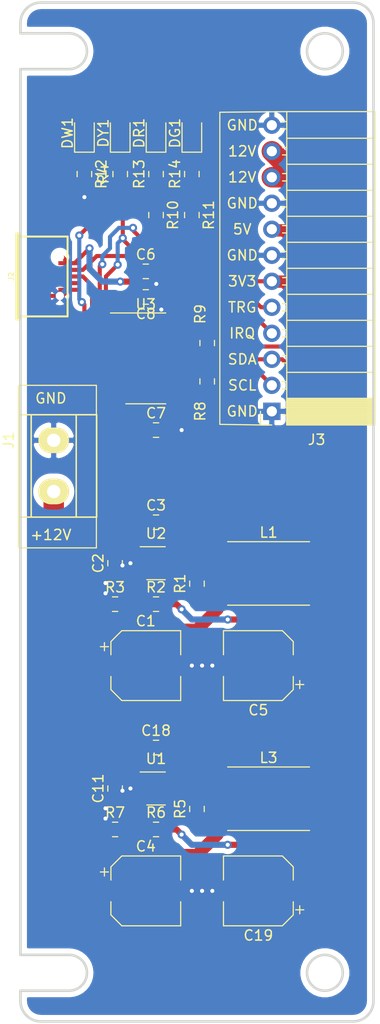
<source format=kicad_pcb>
(kicad_pcb (version 20171130) (host pcbnew 5.1.5+dfsg1-2build2)

  (general
    (thickness 1.6)
    (drawings 39)
    (tracks 295)
    (zones 0)
    (modules 37)
    (nets 31)
  )

  (page A4)
  (layers
    (0 F.Cu signal)
    (31 B.Cu signal)
    (32 B.Adhes user)
    (33 F.Adhes user)
    (34 B.Paste user)
    (35 F.Paste user)
    (36 B.SilkS user)
    (37 F.SilkS user)
    (38 B.Mask user)
    (39 F.Mask user)
    (40 Dwgs.User user)
    (41 Cmts.User user)
    (42 Eco1.User user)
    (43 Eco2.User user)
    (44 Edge.Cuts user)
    (45 Margin user)
    (46 B.CrtYd user)
    (47 F.CrtYd user)
    (48 B.Fab user hide)
    (49 F.Fab user hide)
  )

  (setup
    (last_trace_width 0.4)
    (user_trace_width 0.6)
    (user_trace_width 1.2)
    (user_trace_width 2)
    (trace_clearance 0.2)
    (zone_clearance 0.508)
    (zone_45_only no)
    (trace_min 0.2)
    (via_size 0.8)
    (via_drill 0.4)
    (via_min_size 0.4)
    (via_min_drill 0.3)
    (user_via 0.9 0.6)
    (uvia_size 0.3)
    (uvia_drill 0.1)
    (uvias_allowed no)
    (uvia_min_size 0.2)
    (uvia_min_drill 0.1)
    (edge_width 0.05)
    (segment_width 0.2)
    (pcb_text_width 0.3)
    (pcb_text_size 1.5 1.5)
    (mod_edge_width 0.12)
    (mod_text_size 1 1)
    (mod_text_width 0.15)
    (pad_size 1.524 1.524)
    (pad_drill 0.762)
    (pad_to_mask_clearance 0.051)
    (solder_mask_min_width 0.25)
    (aux_axis_origin 0 0)
    (grid_origin 107.315 90.17)
    (visible_elements FFFFFF7F)
    (pcbplotparams
      (layerselection 0x010fc_ffffffff)
      (usegerberextensions false)
      (usegerberattributes false)
      (usegerberadvancedattributes false)
      (creategerberjobfile false)
      (excludeedgelayer true)
      (linewidth 0.100000)
      (plotframeref false)
      (viasonmask false)
      (mode 1)
      (useauxorigin false)
      (hpglpennumber 1)
      (hpglpenspeed 20)
      (hpglpendiameter 15.000000)
      (psnegative false)
      (psa4output false)
      (plotreference true)
      (plotvalue true)
      (plotinvisibletext false)
      (padsonsilk false)
      (subtractmaskfromsilk false)
      (outputformat 1)
      (mirror false)
      (drillshape 1)
      (scaleselection 1)
      (outputdirectory ""))
  )

  (net 0 "")
  (net 1 GND)
  (net 2 +12V)
  (net 3 "Net-(C3-Pad2)")
  (net 4 "Net-(C3-Pad1)")
  (net 5 +3V3)
  (net 6 "Net-(C6-Pad1)")
  (net 7 "Net-(C7-Pad1)")
  (net 8 "Net-(C18-Pad2)")
  (net 9 "Net-(C18-Pad1)")
  (net 10 +5V)
  (net 11 /TRG)
  (net 12 /IRQ)
  (net 13 /I2C_ACT)
  (net 14 "Net-(J2-Pad4)")
  (net 15 "Net-(J2-Pad3)")
  (net 16 "Net-(J2-Pad2)")
  (net 17 /SDA)
  (net 18 /SCL)
  (net 19 "Net-(R1-Pad1)")
  (net 20 "Net-(R2-Pad1)")
  (net 21 "Net-(R5-Pad1)")
  (net 22 "Net-(R6-Pad1)")
  (net 23 "Net-(U3-Pad7)")
  (net 24 "Net-(U3-Pad6)")
  (net 25 "Net-(U3-Pad5)")
  (net 26 "Net-(U3-Pad4)")
  (net 27 "Net-(DG1-Pad1)")
  (net 28 "Net-(DR1-Pad1)")
  (net 29 "Net-(DW1-Pad1)")
  (net 30 "Net-(DY1-Pad1)")

  (net_class Default "This is the default net class."
    (clearance 0.2)
    (trace_width 0.4)
    (via_dia 0.8)
    (via_drill 0.4)
    (uvia_dia 0.3)
    (uvia_drill 0.1)
    (add_net +12V)
    (add_net +3V3)
    (add_net +5V)
    (add_net /I2C_ACT)
    (add_net /IRQ)
    (add_net /SCL)
    (add_net /SDA)
    (add_net /TRG)
    (add_net GND)
    (add_net "Net-(C18-Pad1)")
    (add_net "Net-(C18-Pad2)")
    (add_net "Net-(C3-Pad1)")
    (add_net "Net-(C3-Pad2)")
    (add_net "Net-(C6-Pad1)")
    (add_net "Net-(C7-Pad1)")
    (add_net "Net-(DG1-Pad1)")
    (add_net "Net-(DR1-Pad1)")
    (add_net "Net-(DW1-Pad1)")
    (add_net "Net-(DY1-Pad1)")
    (add_net "Net-(J2-Pad2)")
    (add_net "Net-(J2-Pad3)")
    (add_net "Net-(J2-Pad4)")
    (add_net "Net-(R1-Pad1)")
    (add_net "Net-(R2-Pad1)")
    (add_net "Net-(R5-Pad1)")
    (add_net "Net-(R6-Pad1)")
    (add_net "Net-(U3-Pad4)")
    (add_net "Net-(U3-Pad5)")
    (add_net "Net-(U3-Pad6)")
    (add_net "Net-(U3-Pad7)")
  )

  (module device.farm:CKCS6028 (layer F.Cu) (tedit 6005FB71) (tstamp 60067E0B)
    (at 107 128)
    (descr "Inductor, Taiyo Yuden, NR series, Taiyo-Yuden_NR-60xx, 6.0mmx6.0mm")
    (tags "inductor taiyo-yuden nr smd")
    (path /5CC48C37)
    (attr smd)
    (fp_text reference L3 (at 0 -4) (layer F.SilkS)
      (effects (font (size 1 1) (thickness 0.15)))
    )
    (fp_text value 6.8uH (at 0 4.5) (layer F.Fab)
      (effects (font (size 1 1) (thickness 0.15)))
    )
    (fp_line (start 4.25 -3.25) (end -4.25 -3.25) (layer F.CrtYd) (width 0.05))
    (fp_line (start 4.25 3.25) (end 4.25 -3.25) (layer F.CrtYd) (width 0.05))
    (fp_line (start -4.25 3.25) (end 4.25 3.25) (layer F.CrtYd) (width 0.05))
    (fp_line (start -4.25 -3.25) (end -4.25 3.25) (layer F.CrtYd) (width 0.05))
    (fp_line (start -4 3.1) (end 4 3.1) (layer F.SilkS) (width 0.12))
    (fp_line (start -4 -3.1) (end 4 -3.1) (layer F.SilkS) (width 0.12))
    (fp_line (start -2 3) (end 0 3) (layer F.Fab) (width 0.1))
    (fp_line (start -3 2) (end -2 3) (layer F.Fab) (width 0.1))
    (fp_line (start -3 0) (end -3 2) (layer F.Fab) (width 0.1))
    (fp_line (start 2 3) (end 0 3) (layer F.Fab) (width 0.1))
    (fp_line (start 3 2) (end 2 3) (layer F.Fab) (width 0.1))
    (fp_line (start 3 0) (end 3 2) (layer F.Fab) (width 0.1))
    (fp_line (start 2 -3) (end 0 -3) (layer F.Fab) (width 0.1))
    (fp_line (start 3 -2) (end 2 -3) (layer F.Fab) (width 0.1))
    (fp_line (start 3 0) (end 3 -2) (layer F.Fab) (width 0.1))
    (fp_line (start -2 -3) (end 0 -3) (layer F.Fab) (width 0.1))
    (fp_line (start -3 -2) (end -2 -3) (layer F.Fab) (width 0.1))
    (fp_line (start -3 0) (end -3 -2) (layer F.Fab) (width 0.1))
    (fp_text user %R (at 0 0) (layer F.Fab)
      (effects (font (size 1 1) (thickness 0.15)))
    )
    (pad 2 smd rect (at 2.775 0) (size 2.45 5.9) (layers F.Cu F.Paste F.Mask)
      (net 10 +5V))
    (pad 1 smd rect (at -2.775 0) (size 2.45 5.9) (layers F.Cu F.Paste F.Mask)
      (net 8 "Net-(C18-Pad2)"))
    (model ${DF_3D}/CKCS6028.step
      (at (xyz 0 0 0))
      (scale (xyz 1 1 1))
      (rotate (xyz 0 0 0))
    )
  )

  (module device.farm:CKCS6028 (layer F.Cu) (tedit 6005FB71) (tstamp 60067C40)
    (at 107 106)
    (descr "Inductor, Taiyo Yuden, NR series, Taiyo-Yuden_NR-60xx, 6.0mmx6.0mm")
    (tags "inductor taiyo-yuden nr smd")
    (path /60129420)
    (attr smd)
    (fp_text reference L1 (at 0 -4) (layer F.SilkS)
      (effects (font (size 1 1) (thickness 0.15)))
    )
    (fp_text value 6.8uH (at 0 4.5) (layer F.Fab)
      (effects (font (size 1 1) (thickness 0.15)))
    )
    (fp_line (start 4.25 -3.25) (end -4.25 -3.25) (layer F.CrtYd) (width 0.05))
    (fp_line (start 4.25 3.25) (end 4.25 -3.25) (layer F.CrtYd) (width 0.05))
    (fp_line (start -4.25 3.25) (end 4.25 3.25) (layer F.CrtYd) (width 0.05))
    (fp_line (start -4.25 -3.25) (end -4.25 3.25) (layer F.CrtYd) (width 0.05))
    (fp_line (start -4 3.1) (end 4 3.1) (layer F.SilkS) (width 0.12))
    (fp_line (start -4 -3.1) (end 4 -3.1) (layer F.SilkS) (width 0.12))
    (fp_line (start -2 3) (end 0 3) (layer F.Fab) (width 0.1))
    (fp_line (start -3 2) (end -2 3) (layer F.Fab) (width 0.1))
    (fp_line (start -3 0) (end -3 2) (layer F.Fab) (width 0.1))
    (fp_line (start 2 3) (end 0 3) (layer F.Fab) (width 0.1))
    (fp_line (start 3 2) (end 2 3) (layer F.Fab) (width 0.1))
    (fp_line (start 3 0) (end 3 2) (layer F.Fab) (width 0.1))
    (fp_line (start 2 -3) (end 0 -3) (layer F.Fab) (width 0.1))
    (fp_line (start 3 -2) (end 2 -3) (layer F.Fab) (width 0.1))
    (fp_line (start 3 0) (end 3 -2) (layer F.Fab) (width 0.1))
    (fp_line (start -2 -3) (end 0 -3) (layer F.Fab) (width 0.1))
    (fp_line (start -3 -2) (end -2 -3) (layer F.Fab) (width 0.1))
    (fp_line (start -3 0) (end -3 -2) (layer F.Fab) (width 0.1))
    (fp_text user %R (at 0 0) (layer F.Fab)
      (effects (font (size 1 1) (thickness 0.15)))
    )
    (pad 2 smd rect (at 2.775 0) (size 2.45 5.9) (layers F.Cu F.Paste F.Mask)
      (net 5 +3V3))
    (pad 1 smd rect (at -2.775 0) (size 2.45 5.9) (layers F.Cu F.Paste F.Mask)
      (net 3 "Net-(C3-Pad2)"))
    (model ${DF_3D}/CKCS6028.step
      (at (xyz 0 0 0))
      (scale (xyz 1 1 1))
      (rotate (xyz 0 0 0))
    )
  )

  (module device.farm:DG301-5.0-02 (layer F.Cu) (tedit 5777CD9F) (tstamp 60064B62)
    (at 86 93 270)
    (path /6011C99D)
    (fp_text reference J1 (at 0 4.4 90) (layer F.SilkS)
      (effects (font (size 1 1) (thickness 0.15)))
    )
    (fp_text value Conn_01x02_Female (at 0 -5.4 90) (layer F.Fab)
      (effects (font (size 1 1) (thickness 0.15)))
    )
    (fp_line (start -2.5 -4.2) (end 7.5 -4.2) (layer F.SilkS) (width 0.15))
    (fp_line (start 7.5 -4.2) (end 7.5 3.2) (layer F.SilkS) (width 0.15))
    (fp_line (start 7.5 3.2) (end -2.5 3.2) (layer F.SilkS) (width 0.15))
    (fp_line (start -2.5 3.2) (end -2.5 -4.2) (layer F.SilkS) (width 0.15))
    (fp_line (start -2.5 -2.2) (end 7.5 -2.2) (layer F.SilkS) (width 0.15))
    (fp_line (start -2.5 2.2) (end 7.5 2.2) (layer F.SilkS) (width 0.15))
    (pad 2 thru_hole oval (at 5 0 270) (size 2.5 3) (drill 1.3) (layers *.Cu *.Mask F.SilkS)
      (net 2 +12V))
    (pad 1 thru_hole oval (at 0 0 270) (size 2.5 3) (drill 1.3) (layers *.Cu *.Mask F.SilkS)
      (net 1 GND))
    (model ${DF_3D}/DG301-5.0-02.step
      (at (xyz 0 0 0))
      (scale (xyz 1 1 1))
      (rotate (xyz 0 0 0))
    )
  )

  (module Capacitor_SMD:C_0805_2012Metric (layer F.Cu) (tedit 5B36C52B) (tstamp 60068BCC)
    (at 95 79 180)
    (descr "Capacitor SMD 0805 (2012 Metric), square (rectangular) end terminal, IPC_7351 nominal, (Body size source: https://docs.google.com/spreadsheets/d/1BsfQQcO9C6DZCsRaXUlFlo91Tg2WpOkGARC1WS5S8t0/edit?usp=sharing), generated with kicad-footprint-generator")
    (tags capacitor)
    (path /602668A4)
    (attr smd)
    (fp_text reference C8 (at 0 -1.65) (layer F.SilkS)
      (effects (font (size 1 1) (thickness 0.15)))
    )
    (fp_text value 100n (at 0 1.65) (layer F.Fab)
      (effects (font (size 1 1) (thickness 0.15)))
    )
    (fp_text user %R (at 0 0) (layer F.Fab)
      (effects (font (size 0.5 0.5) (thickness 0.08)))
    )
    (fp_line (start 1.68 0.95) (end -1.68 0.95) (layer F.CrtYd) (width 0.05))
    (fp_line (start 1.68 -0.95) (end 1.68 0.95) (layer F.CrtYd) (width 0.05))
    (fp_line (start -1.68 -0.95) (end 1.68 -0.95) (layer F.CrtYd) (width 0.05))
    (fp_line (start -1.68 0.95) (end -1.68 -0.95) (layer F.CrtYd) (width 0.05))
    (fp_line (start -0.258578 0.71) (end 0.258578 0.71) (layer F.SilkS) (width 0.12))
    (fp_line (start -0.258578 -0.71) (end 0.258578 -0.71) (layer F.SilkS) (width 0.12))
    (fp_line (start 1 0.6) (end -1 0.6) (layer F.Fab) (width 0.1))
    (fp_line (start 1 -0.6) (end 1 0.6) (layer F.Fab) (width 0.1))
    (fp_line (start -1 -0.6) (end 1 -0.6) (layer F.Fab) (width 0.1))
    (fp_line (start -1 0.6) (end -1 -0.6) (layer F.Fab) (width 0.1))
    (pad 2 smd roundrect (at 0.9375 0 180) (size 0.975 1.4) (layers F.Cu F.Paste F.Mask) (roundrect_rratio 0.25)
      (net 6 "Net-(C6-Pad1)"))
    (pad 1 smd roundrect (at -0.9375 0 180) (size 0.975 1.4) (layers F.Cu F.Paste F.Mask) (roundrect_rratio 0.25)
      (net 1 GND))
    (model ${KISYS3DMOD}/Capacitor_SMD.3dshapes/C_0805_2012Metric.wrl
      (at (xyz 0 0 0))
      (scale (xyz 1 1 1))
      (rotate (xyz 0 0 0))
    )
  )

  (module Package_SO:SOIC-14_3.9x8.7mm_P1.27mm (layer F.Cu) (tedit 5D9F72B1) (tstamp 60065AA1)
    (at 95 85)
    (descr "SOIC, 14 Pin (JEDEC MS-012AB, https://www.analog.com/media/en/package-pcb-resources/package/pkg_pdf/soic_narrow-r/r_14.pdf), generated with kicad-footprint-generator ipc_gullwing_generator.py")
    (tags "SOIC SO")
    (path /6014534C)
    (attr smd)
    (fp_text reference U3 (at 0 -5.28) (layer F.SilkS)
      (effects (font (size 1 1) (thickness 0.15)))
    )
    (fp_text value MCP2221A (at 0 5.28) (layer F.Fab)
      (effects (font (size 1 1) (thickness 0.15)))
    )
    (fp_text user %R (at 0 0) (layer F.Fab)
      (effects (font (size 0.98 0.98) (thickness 0.15)))
    )
    (fp_line (start 3.7 -4.58) (end -3.7 -4.58) (layer F.CrtYd) (width 0.05))
    (fp_line (start 3.7 4.58) (end 3.7 -4.58) (layer F.CrtYd) (width 0.05))
    (fp_line (start -3.7 4.58) (end 3.7 4.58) (layer F.CrtYd) (width 0.05))
    (fp_line (start -3.7 -4.58) (end -3.7 4.58) (layer F.CrtYd) (width 0.05))
    (fp_line (start -1.95 -3.35) (end -0.975 -4.325) (layer F.Fab) (width 0.1))
    (fp_line (start -1.95 4.325) (end -1.95 -3.35) (layer F.Fab) (width 0.1))
    (fp_line (start 1.95 4.325) (end -1.95 4.325) (layer F.Fab) (width 0.1))
    (fp_line (start 1.95 -4.325) (end 1.95 4.325) (layer F.Fab) (width 0.1))
    (fp_line (start -0.975 -4.325) (end 1.95 -4.325) (layer F.Fab) (width 0.1))
    (fp_line (start 0 -4.435) (end -3.45 -4.435) (layer F.SilkS) (width 0.12))
    (fp_line (start 0 -4.435) (end 1.95 -4.435) (layer F.SilkS) (width 0.12))
    (fp_line (start 0 4.435) (end -1.95 4.435) (layer F.SilkS) (width 0.12))
    (fp_line (start 0 4.435) (end 1.95 4.435) (layer F.SilkS) (width 0.12))
    (pad 14 smd roundrect (at 2.475 -3.81) (size 1.95 0.6) (layers F.Cu F.Paste F.Mask) (roundrect_rratio 0.25)
      (net 1 GND))
    (pad 13 smd roundrect (at 2.475 -2.54) (size 1.95 0.6) (layers F.Cu F.Paste F.Mask) (roundrect_rratio 0.25)
      (net 15 "Net-(J2-Pad3)"))
    (pad 12 smd roundrect (at 2.475 -1.27) (size 1.95 0.6) (layers F.Cu F.Paste F.Mask) (roundrect_rratio 0.25)
      (net 16 "Net-(J2-Pad2)"))
    (pad 11 smd roundrect (at 2.475 0) (size 1.95 0.6) (layers F.Cu F.Paste F.Mask) (roundrect_rratio 0.25)
      (net 7 "Net-(C7-Pad1)"))
    (pad 10 smd roundrect (at 2.475 1.27) (size 1.95 0.6) (layers F.Cu F.Paste F.Mask) (roundrect_rratio 0.25)
      (net 18 /SCL))
    (pad 9 smd roundrect (at 2.475 2.54) (size 1.95 0.6) (layers F.Cu F.Paste F.Mask) (roundrect_rratio 0.25)
      (net 17 /SDA))
    (pad 8 smd roundrect (at 2.475 3.81) (size 1.95 0.6) (layers F.Cu F.Paste F.Mask) (roundrect_rratio 0.25)
      (net 13 /I2C_ACT))
    (pad 7 smd roundrect (at -2.475 3.81) (size 1.95 0.6) (layers F.Cu F.Paste F.Mask) (roundrect_rratio 0.25)
      (net 23 "Net-(U3-Pad7)"))
    (pad 6 smd roundrect (at -2.475 2.54) (size 1.95 0.6) (layers F.Cu F.Paste F.Mask) (roundrect_rratio 0.25)
      (net 24 "Net-(U3-Pad6)"))
    (pad 5 smd roundrect (at -2.475 1.27) (size 1.95 0.6) (layers F.Cu F.Paste F.Mask) (roundrect_rratio 0.25)
      (net 25 "Net-(U3-Pad5)"))
    (pad 4 smd roundrect (at -2.475 0) (size 1.95 0.6) (layers F.Cu F.Paste F.Mask) (roundrect_rratio 0.25)
      (net 26 "Net-(U3-Pad4)"))
    (pad 3 smd roundrect (at -2.475 -1.27) (size 1.95 0.6) (layers F.Cu F.Paste F.Mask) (roundrect_rratio 0.25)
      (net 11 /TRG))
    (pad 2 smd roundrect (at -2.475 -2.54) (size 1.95 0.6) (layers F.Cu F.Paste F.Mask) (roundrect_rratio 0.25)
      (net 12 /IRQ))
    (pad 1 smd roundrect (at -2.475 -3.81) (size 1.95 0.6) (layers F.Cu F.Paste F.Mask) (roundrect_rratio 0.25)
      (net 6 "Net-(C6-Pad1)"))
    (model ${KISYS3DMOD}/Package_SO.3dshapes/SOIC-14_3.9x8.7mm_P1.27mm.wrl
      (at (xyz 0 0 0))
      (scale (xyz 1 1 1))
      (rotate (xyz 0 0 0))
    )
  )

  (module Package_TO_SOT_SMD:SOT-23-6 (layer F.Cu) (tedit 5A02FF57) (tstamp 60067CC4)
    (at 96 105)
    (descr "6-pin SOT-23 package")
    (tags SOT-23-6)
    (path /60129439)
    (attr smd)
    (fp_text reference U2 (at 0 -2.9) (layer F.SilkS)
      (effects (font (size 1 1) (thickness 0.15)))
    )
    (fp_text value FR8205 (at 0 2.9) (layer F.Fab)
      (effects (font (size 1 1) (thickness 0.15)))
    )
    (fp_line (start 0.9 -1.55) (end 0.9 1.55) (layer F.Fab) (width 0.1))
    (fp_line (start 0.9 1.55) (end -0.9 1.55) (layer F.Fab) (width 0.1))
    (fp_line (start -0.9 -0.9) (end -0.9 1.55) (layer F.Fab) (width 0.1))
    (fp_line (start 0.9 -1.55) (end -0.25 -1.55) (layer F.Fab) (width 0.1))
    (fp_line (start -0.9 -0.9) (end -0.25 -1.55) (layer F.Fab) (width 0.1))
    (fp_line (start -1.9 -1.8) (end -1.9 1.8) (layer F.CrtYd) (width 0.05))
    (fp_line (start -1.9 1.8) (end 1.9 1.8) (layer F.CrtYd) (width 0.05))
    (fp_line (start 1.9 1.8) (end 1.9 -1.8) (layer F.CrtYd) (width 0.05))
    (fp_line (start 1.9 -1.8) (end -1.9 -1.8) (layer F.CrtYd) (width 0.05))
    (fp_line (start 0.9 -1.61) (end -1.55 -1.61) (layer F.SilkS) (width 0.12))
    (fp_line (start -0.9 1.61) (end 0.9 1.61) (layer F.SilkS) (width 0.12))
    (fp_text user %R (at 0 0 90) (layer F.Fab)
      (effects (font (size 0.5 0.5) (thickness 0.075)))
    )
    (pad 5 smd rect (at 1.1 0) (size 1.06 0.65) (layers F.Cu F.Paste F.Mask)
      (net 2 +12V))
    (pad 6 smd rect (at 1.1 -0.95) (size 1.06 0.65) (layers F.Cu F.Paste F.Mask)
      (net 3 "Net-(C3-Pad2)"))
    (pad 4 smd rect (at 1.1 0.95) (size 1.06 0.65) (layers F.Cu F.Paste F.Mask)
      (net 19 "Net-(R1-Pad1)"))
    (pad 3 smd rect (at -1.1 0.95) (size 1.06 0.65) (layers F.Cu F.Paste F.Mask)
      (net 20 "Net-(R2-Pad1)"))
    (pad 2 smd rect (at -1.1 0) (size 1.06 0.65) (layers F.Cu F.Paste F.Mask)
      (net 1 GND))
    (pad 1 smd rect (at -1.1 -0.95) (size 1.06 0.65) (layers F.Cu F.Paste F.Mask)
      (net 4 "Net-(C3-Pad1)"))
    (model ${KISYS3DMOD}/Package_TO_SOT_SMD.3dshapes/SOT-23-6.wrl
      (at (xyz 0 0 0))
      (scale (xyz 1 1 1))
      (rotate (xyz 0 0 0))
    )
  )

  (module Package_TO_SOT_SMD:SOT-23-6 (layer F.Cu) (tedit 5A02FF57) (tstamp 60067C85)
    (at 96 127)
    (descr "6-pin SOT-23 package")
    (tags SOT-23-6)
    (path /5CC26308)
    (attr smd)
    (fp_text reference U1 (at 0 -2.9) (layer F.SilkS)
      (effects (font (size 1 1) (thickness 0.15)))
    )
    (fp_text value FR8205 (at 0 2.9) (layer F.Fab)
      (effects (font (size 1 1) (thickness 0.15)))
    )
    (fp_line (start 0.9 -1.55) (end 0.9 1.55) (layer F.Fab) (width 0.1))
    (fp_line (start 0.9 1.55) (end -0.9 1.55) (layer F.Fab) (width 0.1))
    (fp_line (start -0.9 -0.9) (end -0.9 1.55) (layer F.Fab) (width 0.1))
    (fp_line (start 0.9 -1.55) (end -0.25 -1.55) (layer F.Fab) (width 0.1))
    (fp_line (start -0.9 -0.9) (end -0.25 -1.55) (layer F.Fab) (width 0.1))
    (fp_line (start -1.9 -1.8) (end -1.9 1.8) (layer F.CrtYd) (width 0.05))
    (fp_line (start -1.9 1.8) (end 1.9 1.8) (layer F.CrtYd) (width 0.05))
    (fp_line (start 1.9 1.8) (end 1.9 -1.8) (layer F.CrtYd) (width 0.05))
    (fp_line (start 1.9 -1.8) (end -1.9 -1.8) (layer F.CrtYd) (width 0.05))
    (fp_line (start 0.9 -1.61) (end -1.55 -1.61) (layer F.SilkS) (width 0.12))
    (fp_line (start -0.9 1.61) (end 0.9 1.61) (layer F.SilkS) (width 0.12))
    (fp_text user %R (at 0 0 90) (layer F.Fab)
      (effects (font (size 0.5 0.5) (thickness 0.075)))
    )
    (pad 5 smd rect (at 1.1 0) (size 1.06 0.65) (layers F.Cu F.Paste F.Mask)
      (net 2 +12V))
    (pad 6 smd rect (at 1.1 -0.95) (size 1.06 0.65) (layers F.Cu F.Paste F.Mask)
      (net 8 "Net-(C18-Pad2)"))
    (pad 4 smd rect (at 1.1 0.95) (size 1.06 0.65) (layers F.Cu F.Paste F.Mask)
      (net 21 "Net-(R5-Pad1)"))
    (pad 3 smd rect (at -1.1 0.95) (size 1.06 0.65) (layers F.Cu F.Paste F.Mask)
      (net 22 "Net-(R6-Pad1)"))
    (pad 2 smd rect (at -1.1 0) (size 1.06 0.65) (layers F.Cu F.Paste F.Mask)
      (net 1 GND))
    (pad 1 smd rect (at -1.1 -0.95) (size 1.06 0.65) (layers F.Cu F.Paste F.Mask)
      (net 9 "Net-(C18-Pad1)"))
    (model ${KISYS3DMOD}/Package_TO_SOT_SMD.3dshapes/SOT-23-6.wrl
      (at (xyz 0 0 0))
      (scale (xyz 1 1 1))
      (rotate (xyz 0 0 0))
    )
  )

  (module Resistor_SMD:R_0805_2012Metric (layer F.Cu) (tedit 5B36C52B) (tstamp 60064D15)
    (at 99.5 67 90)
    (descr "Resistor SMD 0805 (2012 Metric), square (rectangular) end terminal, IPC_7351 nominal, (Body size source: https://docs.google.com/spreadsheets/d/1BsfQQcO9C6DZCsRaXUlFlo91Tg2WpOkGARC1WS5S8t0/edit?usp=sharing), generated with kicad-footprint-generator")
    (tags resistor)
    (path /601C6018)
    (attr smd)
    (fp_text reference R14 (at 0 -1.65 90) (layer F.SilkS)
      (effects (font (size 1 1) (thickness 0.15)))
    )
    (fp_text value 270R (at 0 1.65 90) (layer F.Fab)
      (effects (font (size 1 1) (thickness 0.15)))
    )
    (fp_text user %R (at 0 0 90) (layer F.Fab)
      (effects (font (size 0.5 0.5) (thickness 0.08)))
    )
    (fp_line (start 1.68 0.95) (end -1.68 0.95) (layer F.CrtYd) (width 0.05))
    (fp_line (start 1.68 -0.95) (end 1.68 0.95) (layer F.CrtYd) (width 0.05))
    (fp_line (start -1.68 -0.95) (end 1.68 -0.95) (layer F.CrtYd) (width 0.05))
    (fp_line (start -1.68 0.95) (end -1.68 -0.95) (layer F.CrtYd) (width 0.05))
    (fp_line (start -0.258578 0.71) (end 0.258578 0.71) (layer F.SilkS) (width 0.12))
    (fp_line (start -0.258578 -0.71) (end 0.258578 -0.71) (layer F.SilkS) (width 0.12))
    (fp_line (start 1 0.6) (end -1 0.6) (layer F.Fab) (width 0.1))
    (fp_line (start 1 -0.6) (end 1 0.6) (layer F.Fab) (width 0.1))
    (fp_line (start -1 -0.6) (end 1 -0.6) (layer F.Fab) (width 0.1))
    (fp_line (start -1 0.6) (end -1 -0.6) (layer F.Fab) (width 0.1))
    (pad 2 smd roundrect (at 0.9375 0 90) (size 0.975 1.4) (layers F.Cu F.Paste F.Mask) (roundrect_rratio 0.25)
      (net 27 "Net-(DG1-Pad1)"))
    (pad 1 smd roundrect (at -0.9375 0 90) (size 0.975 1.4) (layers F.Cu F.Paste F.Mask) (roundrect_rratio 0.25)
      (net 11 /TRG))
    (model ${KISYS3DMOD}/Resistor_SMD.3dshapes/R_0805_2012Metric.wrl
      (at (xyz 0 0 0))
      (scale (xyz 1 1 1))
      (rotate (xyz 0 0 0))
    )
  )

  (module Resistor_SMD:R_0805_2012Metric (layer F.Cu) (tedit 5B36C52B) (tstamp 60064D04)
    (at 96 67 90)
    (descr "Resistor SMD 0805 (2012 Metric), square (rectangular) end terminal, IPC_7351 nominal, (Body size source: https://docs.google.com/spreadsheets/d/1BsfQQcO9C6DZCsRaXUlFlo91Tg2WpOkGARC1WS5S8t0/edit?usp=sharing), generated with kicad-footprint-generator")
    (tags resistor)
    (path /60187F28)
    (attr smd)
    (fp_text reference R13 (at 0 -1.65 90) (layer F.SilkS)
      (effects (font (size 1 1) (thickness 0.15)))
    )
    (fp_text value 270R (at 0 1.65 90) (layer F.Fab)
      (effects (font (size 1 1) (thickness 0.15)))
    )
    (fp_text user %R (at 0 0 90) (layer F.Fab)
      (effects (font (size 0.5 0.5) (thickness 0.08)))
    )
    (fp_line (start 1.68 0.95) (end -1.68 0.95) (layer F.CrtYd) (width 0.05))
    (fp_line (start 1.68 -0.95) (end 1.68 0.95) (layer F.CrtYd) (width 0.05))
    (fp_line (start -1.68 -0.95) (end 1.68 -0.95) (layer F.CrtYd) (width 0.05))
    (fp_line (start -1.68 0.95) (end -1.68 -0.95) (layer F.CrtYd) (width 0.05))
    (fp_line (start -0.258578 0.71) (end 0.258578 0.71) (layer F.SilkS) (width 0.12))
    (fp_line (start -0.258578 -0.71) (end 0.258578 -0.71) (layer F.SilkS) (width 0.12))
    (fp_line (start 1 0.6) (end -1 0.6) (layer F.Fab) (width 0.1))
    (fp_line (start 1 -0.6) (end 1 0.6) (layer F.Fab) (width 0.1))
    (fp_line (start -1 -0.6) (end 1 -0.6) (layer F.Fab) (width 0.1))
    (fp_line (start -1 0.6) (end -1 -0.6) (layer F.Fab) (width 0.1))
    (pad 2 smd roundrect (at 0.9375 0 90) (size 0.975 1.4) (layers F.Cu F.Paste F.Mask) (roundrect_rratio 0.25)
      (net 28 "Net-(DR1-Pad1)"))
    (pad 1 smd roundrect (at -0.9375 0 90) (size 0.975 1.4) (layers F.Cu F.Paste F.Mask) (roundrect_rratio 0.25)
      (net 12 /IRQ))
    (model ${KISYS3DMOD}/Resistor_SMD.3dshapes/R_0805_2012Metric.wrl
      (at (xyz 0 0 0))
      (scale (xyz 1 1 1))
      (rotate (xyz 0 0 0))
    )
  )

  (module Resistor_SMD:R_0805_2012Metric (layer F.Cu) (tedit 5B36C52B) (tstamp 60064CF3)
    (at 89 67 270)
    (descr "Resistor SMD 0805 (2012 Metric), square (rectangular) end terminal, IPC_7351 nominal, (Body size source: https://docs.google.com/spreadsheets/d/1BsfQQcO9C6DZCsRaXUlFlo91Tg2WpOkGARC1WS5S8t0/edit?usp=sharing), generated with kicad-footprint-generator")
    (tags resistor)
    (path /6020898A)
    (attr smd)
    (fp_text reference R12 (at 0 -1.65 90) (layer F.SilkS)
      (effects (font (size 1 1) (thickness 0.15)))
    )
    (fp_text value 270R (at 0 1.65 90) (layer F.Fab)
      (effects (font (size 1 1) (thickness 0.15)))
    )
    (fp_text user %R (at 0 0 90) (layer F.Fab)
      (effects (font (size 0.5 0.5) (thickness 0.08)))
    )
    (fp_line (start 1.68 0.95) (end -1.68 0.95) (layer F.CrtYd) (width 0.05))
    (fp_line (start 1.68 -0.95) (end 1.68 0.95) (layer F.CrtYd) (width 0.05))
    (fp_line (start -1.68 -0.95) (end 1.68 -0.95) (layer F.CrtYd) (width 0.05))
    (fp_line (start -1.68 0.95) (end -1.68 -0.95) (layer F.CrtYd) (width 0.05))
    (fp_line (start -0.258578 0.71) (end 0.258578 0.71) (layer F.SilkS) (width 0.12))
    (fp_line (start -0.258578 -0.71) (end 0.258578 -0.71) (layer F.SilkS) (width 0.12))
    (fp_line (start 1 0.6) (end -1 0.6) (layer F.Fab) (width 0.1))
    (fp_line (start 1 -0.6) (end 1 0.6) (layer F.Fab) (width 0.1))
    (fp_line (start -1 -0.6) (end 1 -0.6) (layer F.Fab) (width 0.1))
    (fp_line (start -1 0.6) (end -1 -0.6) (layer F.Fab) (width 0.1))
    (pad 2 smd roundrect (at 0.9375 0 270) (size 0.975 1.4) (layers F.Cu F.Paste F.Mask) (roundrect_rratio 0.25)
      (net 1 GND))
    (pad 1 smd roundrect (at -0.9375 0 270) (size 0.975 1.4) (layers F.Cu F.Paste F.Mask) (roundrect_rratio 0.25)
      (net 29 "Net-(DW1-Pad1)"))
    (model ${KISYS3DMOD}/Resistor_SMD.3dshapes/R_0805_2012Metric.wrl
      (at (xyz 0 0 0))
      (scale (xyz 1 1 1))
      (rotate (xyz 0 0 0))
    )
  )

  (module Resistor_SMD:R_0805_2012Metric (layer F.Cu) (tedit 5B36C52B) (tstamp 60064CE2)
    (at 99.5 71 270)
    (descr "Resistor SMD 0805 (2012 Metric), square (rectangular) end terminal, IPC_7351 nominal, (Body size source: https://docs.google.com/spreadsheets/d/1BsfQQcO9C6DZCsRaXUlFlo91Tg2WpOkGARC1WS5S8t0/edit?usp=sharing), generated with kicad-footprint-generator")
    (tags resistor)
    (path /601FBB84)
    (attr smd)
    (fp_text reference R11 (at 0 -1.65 90) (layer F.SilkS)
      (effects (font (size 1 1) (thickness 0.15)))
    )
    (fp_text value 1K5 (at 0 1.65 90) (layer F.Fab)
      (effects (font (size 1 1) (thickness 0.15)))
    )
    (fp_text user %R (at 0 0 90) (layer F.Fab)
      (effects (font (size 0.5 0.5) (thickness 0.08)))
    )
    (fp_line (start 1.68 0.95) (end -1.68 0.95) (layer F.CrtYd) (width 0.05))
    (fp_line (start 1.68 -0.95) (end 1.68 0.95) (layer F.CrtYd) (width 0.05))
    (fp_line (start -1.68 -0.95) (end 1.68 -0.95) (layer F.CrtYd) (width 0.05))
    (fp_line (start -1.68 0.95) (end -1.68 -0.95) (layer F.CrtYd) (width 0.05))
    (fp_line (start -0.258578 0.71) (end 0.258578 0.71) (layer F.SilkS) (width 0.12))
    (fp_line (start -0.258578 -0.71) (end 0.258578 -0.71) (layer F.SilkS) (width 0.12))
    (fp_line (start 1 0.6) (end -1 0.6) (layer F.Fab) (width 0.1))
    (fp_line (start 1 -0.6) (end 1 0.6) (layer F.Fab) (width 0.1))
    (fp_line (start -1 -0.6) (end 1 -0.6) (layer F.Fab) (width 0.1))
    (fp_line (start -1 0.6) (end -1 -0.6) (layer F.Fab) (width 0.1))
    (pad 2 smd roundrect (at 0.9375 0 270) (size 0.975 1.4) (layers F.Cu F.Paste F.Mask) (roundrect_rratio 0.25)
      (net 5 +3V3))
    (pad 1 smd roundrect (at -0.9375 0 270) (size 0.975 1.4) (layers F.Cu F.Paste F.Mask) (roundrect_rratio 0.25)
      (net 11 /TRG))
    (model ${KISYS3DMOD}/Resistor_SMD.3dshapes/R_0805_2012Metric.wrl
      (at (xyz 0 0 0))
      (scale (xyz 1 1 1))
      (rotate (xyz 0 0 0))
    )
  )

  (module Resistor_SMD:R_0805_2012Metric (layer F.Cu) (tedit 5B36C52B) (tstamp 60064CD1)
    (at 96 71 270)
    (descr "Resistor SMD 0805 (2012 Metric), square (rectangular) end terminal, IPC_7351 nominal, (Body size source: https://docs.google.com/spreadsheets/d/1BsfQQcO9C6DZCsRaXUlFlo91Tg2WpOkGARC1WS5S8t0/edit?usp=sharing), generated with kicad-footprint-generator")
    (tags resistor)
    (path /601F3B32)
    (attr smd)
    (fp_text reference R10 (at 0 -1.65 90) (layer F.SilkS)
      (effects (font (size 1 1) (thickness 0.15)))
    )
    (fp_text value 1K5 (at 0 1.65 90) (layer F.Fab)
      (effects (font (size 1 1) (thickness 0.15)))
    )
    (fp_text user %R (at 0 0 90) (layer F.Fab)
      (effects (font (size 0.5 0.5) (thickness 0.08)))
    )
    (fp_line (start 1.68 0.95) (end -1.68 0.95) (layer F.CrtYd) (width 0.05))
    (fp_line (start 1.68 -0.95) (end 1.68 0.95) (layer F.CrtYd) (width 0.05))
    (fp_line (start -1.68 -0.95) (end 1.68 -0.95) (layer F.CrtYd) (width 0.05))
    (fp_line (start -1.68 0.95) (end -1.68 -0.95) (layer F.CrtYd) (width 0.05))
    (fp_line (start -0.258578 0.71) (end 0.258578 0.71) (layer F.SilkS) (width 0.12))
    (fp_line (start -0.258578 -0.71) (end 0.258578 -0.71) (layer F.SilkS) (width 0.12))
    (fp_line (start 1 0.6) (end -1 0.6) (layer F.Fab) (width 0.1))
    (fp_line (start 1 -0.6) (end 1 0.6) (layer F.Fab) (width 0.1))
    (fp_line (start -1 -0.6) (end 1 -0.6) (layer F.Fab) (width 0.1))
    (fp_line (start -1 0.6) (end -1 -0.6) (layer F.Fab) (width 0.1))
    (pad 2 smd roundrect (at 0.9375 0 270) (size 0.975 1.4) (layers F.Cu F.Paste F.Mask) (roundrect_rratio 0.25)
      (net 5 +3V3))
    (pad 1 smd roundrect (at -0.9375 0 270) (size 0.975 1.4) (layers F.Cu F.Paste F.Mask) (roundrect_rratio 0.25)
      (net 12 /IRQ))
    (model ${KISYS3DMOD}/Resistor_SMD.3dshapes/R_0805_2012Metric.wrl
      (at (xyz 0 0 0))
      (scale (xyz 1 1 1))
      (rotate (xyz 0 0 0))
    )
  )

  (module Resistor_SMD:R_0805_2012Metric (layer F.Cu) (tedit 5B36C52B) (tstamp 60076240)
    (at 101 83.5 90)
    (descr "Resistor SMD 0805 (2012 Metric), square (rectangular) end terminal, IPC_7351 nominal, (Body size source: https://docs.google.com/spreadsheets/d/1BsfQQcO9C6DZCsRaXUlFlo91Tg2WpOkGARC1WS5S8t0/edit?usp=sharing), generated with kicad-footprint-generator")
    (tags resistor)
    (path /601D8A79)
    (attr smd)
    (fp_text reference R9 (at 2.83 -0.685 90) (layer F.SilkS)
      (effects (font (size 1 1) (thickness 0.15)))
    )
    (fp_text value 1K5 (at 0 1.65 90) (layer F.Fab)
      (effects (font (size 1 1) (thickness 0.15)))
    )
    (fp_text user %R (at 0 0 90) (layer F.Fab)
      (effects (font (size 0.5 0.5) (thickness 0.08)))
    )
    (fp_line (start 1.68 0.95) (end -1.68 0.95) (layer F.CrtYd) (width 0.05))
    (fp_line (start 1.68 -0.95) (end 1.68 0.95) (layer F.CrtYd) (width 0.05))
    (fp_line (start -1.68 -0.95) (end 1.68 -0.95) (layer F.CrtYd) (width 0.05))
    (fp_line (start -1.68 0.95) (end -1.68 -0.95) (layer F.CrtYd) (width 0.05))
    (fp_line (start -0.258578 0.71) (end 0.258578 0.71) (layer F.SilkS) (width 0.12))
    (fp_line (start -0.258578 -0.71) (end 0.258578 -0.71) (layer F.SilkS) (width 0.12))
    (fp_line (start 1 0.6) (end -1 0.6) (layer F.Fab) (width 0.1))
    (fp_line (start 1 -0.6) (end 1 0.6) (layer F.Fab) (width 0.1))
    (fp_line (start -1 -0.6) (end 1 -0.6) (layer F.Fab) (width 0.1))
    (fp_line (start -1 0.6) (end -1 -0.6) (layer F.Fab) (width 0.1))
    (pad 2 smd roundrect (at 0.9375 0 90) (size 0.975 1.4) (layers F.Cu F.Paste F.Mask) (roundrect_rratio 0.25)
      (net 5 +3V3))
    (pad 1 smd roundrect (at -0.9375 0 90) (size 0.975 1.4) (layers F.Cu F.Paste F.Mask) (roundrect_rratio 0.25)
      (net 17 /SDA))
    (model ${KISYS3DMOD}/Resistor_SMD.3dshapes/R_0805_2012Metric.wrl
      (at (xyz 0 0 0))
      (scale (xyz 1 1 1))
      (rotate (xyz 0 0 0))
    )
  )

  (module Resistor_SMD:R_0805_2012Metric (layer F.Cu) (tedit 5B36C52B) (tstamp 6006E783)
    (at 101 87.25 270)
    (descr "Resistor SMD 0805 (2012 Metric), square (rectangular) end terminal, IPC_7351 nominal, (Body size source: https://docs.google.com/spreadsheets/d/1BsfQQcO9C6DZCsRaXUlFlo91Tg2WpOkGARC1WS5S8t0/edit?usp=sharing), generated with kicad-footprint-generator")
    (tags resistor)
    (path /601D14C9)
    (attr smd)
    (fp_text reference R8 (at 2.92 0.685 90) (layer F.SilkS)
      (effects (font (size 1 1) (thickness 0.15)))
    )
    (fp_text value 1K5 (at 0 1.65 90) (layer F.Fab)
      (effects (font (size 1 1) (thickness 0.15)))
    )
    (fp_text user %R (at 0 0 90) (layer F.Fab)
      (effects (font (size 0.5 0.5) (thickness 0.08)))
    )
    (fp_line (start 1.68 0.95) (end -1.68 0.95) (layer F.CrtYd) (width 0.05))
    (fp_line (start 1.68 -0.95) (end 1.68 0.95) (layer F.CrtYd) (width 0.05))
    (fp_line (start -1.68 -0.95) (end 1.68 -0.95) (layer F.CrtYd) (width 0.05))
    (fp_line (start -1.68 0.95) (end -1.68 -0.95) (layer F.CrtYd) (width 0.05))
    (fp_line (start -0.258578 0.71) (end 0.258578 0.71) (layer F.SilkS) (width 0.12))
    (fp_line (start -0.258578 -0.71) (end 0.258578 -0.71) (layer F.SilkS) (width 0.12))
    (fp_line (start 1 0.6) (end -1 0.6) (layer F.Fab) (width 0.1))
    (fp_line (start 1 -0.6) (end 1 0.6) (layer F.Fab) (width 0.1))
    (fp_line (start -1 -0.6) (end 1 -0.6) (layer F.Fab) (width 0.1))
    (fp_line (start -1 0.6) (end -1 -0.6) (layer F.Fab) (width 0.1))
    (pad 2 smd roundrect (at 0.9375 0 270) (size 0.975 1.4) (layers F.Cu F.Paste F.Mask) (roundrect_rratio 0.25)
      (net 5 +3V3))
    (pad 1 smd roundrect (at -0.9375 0 270) (size 0.975 1.4) (layers F.Cu F.Paste F.Mask) (roundrect_rratio 0.25)
      (net 18 /SCL))
    (model ${KISYS3DMOD}/Resistor_SMD.3dshapes/R_0805_2012Metric.wrl
      (at (xyz 0 0 0))
      (scale (xyz 1 1 1))
      (rotate (xyz 0 0 0))
    )
  )

  (module Resistor_SMD:R_0805_2012Metric (layer F.Cu) (tedit 5B36C52B) (tstamp 60067DD3)
    (at 92 131)
    (descr "Resistor SMD 0805 (2012 Metric), square (rectangular) end terminal, IPC_7351 nominal, (Body size source: https://docs.google.com/spreadsheets/d/1BsfQQcO9C6DZCsRaXUlFlo91Tg2WpOkGARC1WS5S8t0/edit?usp=sharing), generated with kicad-footprint-generator")
    (tags resistor)
    (path /5CC6B922)
    (attr smd)
    (fp_text reference R7 (at 0 -1.65) (layer F.SilkS)
      (effects (font (size 1 1) (thickness 0.15)))
    )
    (fp_text value "4.22k 1%" (at 0 1.65) (layer F.Fab)
      (effects (font (size 1 1) (thickness 0.15)))
    )
    (fp_text user %R (at 0 0) (layer F.Fab)
      (effects (font (size 0.5 0.5) (thickness 0.08)))
    )
    (fp_line (start 1.68 0.95) (end -1.68 0.95) (layer F.CrtYd) (width 0.05))
    (fp_line (start 1.68 -0.95) (end 1.68 0.95) (layer F.CrtYd) (width 0.05))
    (fp_line (start -1.68 -0.95) (end 1.68 -0.95) (layer F.CrtYd) (width 0.05))
    (fp_line (start -1.68 0.95) (end -1.68 -0.95) (layer F.CrtYd) (width 0.05))
    (fp_line (start -0.258578 0.71) (end 0.258578 0.71) (layer F.SilkS) (width 0.12))
    (fp_line (start -0.258578 -0.71) (end 0.258578 -0.71) (layer F.SilkS) (width 0.12))
    (fp_line (start 1 0.6) (end -1 0.6) (layer F.Fab) (width 0.1))
    (fp_line (start 1 -0.6) (end 1 0.6) (layer F.Fab) (width 0.1))
    (fp_line (start -1 -0.6) (end 1 -0.6) (layer F.Fab) (width 0.1))
    (fp_line (start -1 0.6) (end -1 -0.6) (layer F.Fab) (width 0.1))
    (pad 2 smd roundrect (at 0.9375 0) (size 0.975 1.4) (layers F.Cu F.Paste F.Mask) (roundrect_rratio 0.25)
      (net 22 "Net-(R6-Pad1)"))
    (pad 1 smd roundrect (at -0.9375 0) (size 0.975 1.4) (layers F.Cu F.Paste F.Mask) (roundrect_rratio 0.25)
      (net 1 GND))
    (model ${KISYS3DMOD}/Resistor_SMD.3dshapes/R_0805_2012Metric.wrl
      (at (xyz 0 0 0))
      (scale (xyz 1 1 1))
      (rotate (xyz 0 0 0))
    )
  )

  (module Resistor_SMD:R_0805_2012Metric (layer F.Cu) (tedit 5B36C52B) (tstamp 60069EDD)
    (at 96 131)
    (descr "Resistor SMD 0805 (2012 Metric), square (rectangular) end terminal, IPC_7351 nominal, (Body size source: https://docs.google.com/spreadsheets/d/1BsfQQcO9C6DZCsRaXUlFlo91Tg2WpOkGARC1WS5S8t0/edit?usp=sharing), generated with kicad-footprint-generator")
    (tags resistor)
    (path /5CC4FC6C)
    (attr smd)
    (fp_text reference R6 (at 0 -1.65) (layer F.SilkS)
      (effects (font (size 1 1) (thickness 0.15)))
    )
    (fp_text value "30.9k 1%" (at 0 1.65) (layer F.Fab)
      (effects (font (size 1 1) (thickness 0.15)))
    )
    (fp_text user %R (at 0 0) (layer F.Fab)
      (effects (font (size 0.5 0.5) (thickness 0.08)))
    )
    (fp_line (start 1.68 0.95) (end -1.68 0.95) (layer F.CrtYd) (width 0.05))
    (fp_line (start 1.68 -0.95) (end 1.68 0.95) (layer F.CrtYd) (width 0.05))
    (fp_line (start -1.68 -0.95) (end 1.68 -0.95) (layer F.CrtYd) (width 0.05))
    (fp_line (start -1.68 0.95) (end -1.68 -0.95) (layer F.CrtYd) (width 0.05))
    (fp_line (start -0.258578 0.71) (end 0.258578 0.71) (layer F.SilkS) (width 0.12))
    (fp_line (start -0.258578 -0.71) (end 0.258578 -0.71) (layer F.SilkS) (width 0.12))
    (fp_line (start 1 0.6) (end -1 0.6) (layer F.Fab) (width 0.1))
    (fp_line (start 1 -0.6) (end 1 0.6) (layer F.Fab) (width 0.1))
    (fp_line (start -1 -0.6) (end 1 -0.6) (layer F.Fab) (width 0.1))
    (fp_line (start -1 0.6) (end -1 -0.6) (layer F.Fab) (width 0.1))
    (pad 2 smd roundrect (at 0.9375 0) (size 0.975 1.4) (layers F.Cu F.Paste F.Mask) (roundrect_rratio 0.25)
      (net 10 +5V))
    (pad 1 smd roundrect (at -0.9375 0) (size 0.975 1.4) (layers F.Cu F.Paste F.Mask) (roundrect_rratio 0.25)
      (net 22 "Net-(R6-Pad1)"))
    (model ${KISYS3DMOD}/Resistor_SMD.3dshapes/R_0805_2012Metric.wrl
      (at (xyz 0 0 0))
      (scale (xyz 1 1 1))
      (rotate (xyz 0 0 0))
    )
  )

  (module Resistor_SMD:R_0805_2012Metric (layer F.Cu) (tedit 5B36C52B) (tstamp 60064C7C)
    (at 100 129 90)
    (descr "Resistor SMD 0805 (2012 Metric), square (rectangular) end terminal, IPC_7351 nominal, (Body size source: https://docs.google.com/spreadsheets/d/1BsfQQcO9C6DZCsRaXUlFlo91Tg2WpOkGARC1WS5S8t0/edit?usp=sharing), generated with kicad-footprint-generator")
    (tags resistor)
    (path /5CC3BF06)
    (attr smd)
    (fp_text reference R5 (at 0 -1.65 90) (layer F.SilkS)
      (effects (font (size 1 1) (thickness 0.15)))
    )
    (fp_text value 100k (at 0 1.65 90) (layer F.Fab)
      (effects (font (size 1 1) (thickness 0.15)))
    )
    (fp_text user %R (at 0 0 90) (layer F.Fab)
      (effects (font (size 0.5 0.5) (thickness 0.08)))
    )
    (fp_line (start 1.68 0.95) (end -1.68 0.95) (layer F.CrtYd) (width 0.05))
    (fp_line (start 1.68 -0.95) (end 1.68 0.95) (layer F.CrtYd) (width 0.05))
    (fp_line (start -1.68 -0.95) (end 1.68 -0.95) (layer F.CrtYd) (width 0.05))
    (fp_line (start -1.68 0.95) (end -1.68 -0.95) (layer F.CrtYd) (width 0.05))
    (fp_line (start -0.258578 0.71) (end 0.258578 0.71) (layer F.SilkS) (width 0.12))
    (fp_line (start -0.258578 -0.71) (end 0.258578 -0.71) (layer F.SilkS) (width 0.12))
    (fp_line (start 1 0.6) (end -1 0.6) (layer F.Fab) (width 0.1))
    (fp_line (start 1 -0.6) (end 1 0.6) (layer F.Fab) (width 0.1))
    (fp_line (start -1 -0.6) (end 1 -0.6) (layer F.Fab) (width 0.1))
    (fp_line (start -1 0.6) (end -1 -0.6) (layer F.Fab) (width 0.1))
    (pad 2 smd roundrect (at 0.9375 0 90) (size 0.975 1.4) (layers F.Cu F.Paste F.Mask) (roundrect_rratio 0.25)
      (net 2 +12V))
    (pad 1 smd roundrect (at -0.9375 0 90) (size 0.975 1.4) (layers F.Cu F.Paste F.Mask) (roundrect_rratio 0.25)
      (net 21 "Net-(R5-Pad1)"))
    (model ${KISYS3DMOD}/Resistor_SMD.3dshapes/R_0805_2012Metric.wrl
      (at (xyz 0 0 0))
      (scale (xyz 1 1 1))
      (rotate (xyz 0 0 0))
    )
  )

  (module Resistor_SMD:R_0805_2012Metric (layer F.Cu) (tedit 5B36C52B) (tstamp 60066ECB)
    (at 92.5 67 90)
    (descr "Resistor SMD 0805 (2012 Metric), square (rectangular) end terminal, IPC_7351 nominal, (Body size source: https://docs.google.com/spreadsheets/d/1BsfQQcO9C6DZCsRaXUlFlo91Tg2WpOkGARC1WS5S8t0/edit?usp=sharing), generated with kicad-footprint-generator")
    (tags resistor)
    (path /60166CD6)
    (attr smd)
    (fp_text reference R4 (at 0 -1.65 90) (layer F.SilkS)
      (effects (font (size 1 1) (thickness 0.15)))
    )
    (fp_text value 270R (at 0 1.65 90) (layer F.Fab)
      (effects (font (size 1 1) (thickness 0.15)))
    )
    (fp_text user %R (at 0 0 90) (layer F.Fab)
      (effects (font (size 0.5 0.5) (thickness 0.08)))
    )
    (fp_line (start 1.68 0.95) (end -1.68 0.95) (layer F.CrtYd) (width 0.05))
    (fp_line (start 1.68 -0.95) (end 1.68 0.95) (layer F.CrtYd) (width 0.05))
    (fp_line (start -1.68 -0.95) (end 1.68 -0.95) (layer F.CrtYd) (width 0.05))
    (fp_line (start -1.68 0.95) (end -1.68 -0.95) (layer F.CrtYd) (width 0.05))
    (fp_line (start -0.258578 0.71) (end 0.258578 0.71) (layer F.SilkS) (width 0.12))
    (fp_line (start -0.258578 -0.71) (end 0.258578 -0.71) (layer F.SilkS) (width 0.12))
    (fp_line (start 1 0.6) (end -1 0.6) (layer F.Fab) (width 0.1))
    (fp_line (start 1 -0.6) (end 1 0.6) (layer F.Fab) (width 0.1))
    (fp_line (start -1 -0.6) (end 1 -0.6) (layer F.Fab) (width 0.1))
    (fp_line (start -1 0.6) (end -1 -0.6) (layer F.Fab) (width 0.1))
    (pad 2 smd roundrect (at 0.9375 0 90) (size 0.975 1.4) (layers F.Cu F.Paste F.Mask) (roundrect_rratio 0.25)
      (net 30 "Net-(DY1-Pad1)"))
    (pad 1 smd roundrect (at -0.9375 0 90) (size 0.975 1.4) (layers F.Cu F.Paste F.Mask) (roundrect_rratio 0.25)
      (net 13 /I2C_ACT))
    (model ${KISYS3DMOD}/Resistor_SMD.3dshapes/R_0805_2012Metric.wrl
      (at (xyz 0 0 0))
      (scale (xyz 1 1 1))
      (rotate (xyz 0 0 0))
    )
  )

  (module Resistor_SMD:R_0805_2012Metric (layer F.Cu) (tedit 5B36C52B) (tstamp 60067B33)
    (at 92 109)
    (descr "Resistor SMD 0805 (2012 Metric), square (rectangular) end terminal, IPC_7351 nominal, (Body size source: https://docs.google.com/spreadsheets/d/1BsfQQcO9C6DZCsRaXUlFlo91Tg2WpOkGARC1WS5S8t0/edit?usp=sharing), generated with kicad-footprint-generator")
    (tags resistor)
    (path /6012942E)
    (attr smd)
    (fp_text reference R3 (at 0 -1.65) (layer F.SilkS)
      (effects (font (size 1 1) (thickness 0.15)))
    )
    (fp_text value "6.65k 1%" (at 0 1.65) (layer F.Fab)
      (effects (font (size 1 1) (thickness 0.15)))
    )
    (fp_text user %R (at 0 0) (layer F.Fab)
      (effects (font (size 0.5 0.5) (thickness 0.08)))
    )
    (fp_line (start 1.68 0.95) (end -1.68 0.95) (layer F.CrtYd) (width 0.05))
    (fp_line (start 1.68 -0.95) (end 1.68 0.95) (layer F.CrtYd) (width 0.05))
    (fp_line (start -1.68 -0.95) (end 1.68 -0.95) (layer F.CrtYd) (width 0.05))
    (fp_line (start -1.68 0.95) (end -1.68 -0.95) (layer F.CrtYd) (width 0.05))
    (fp_line (start -0.258578 0.71) (end 0.258578 0.71) (layer F.SilkS) (width 0.12))
    (fp_line (start -0.258578 -0.71) (end 0.258578 -0.71) (layer F.SilkS) (width 0.12))
    (fp_line (start 1 0.6) (end -1 0.6) (layer F.Fab) (width 0.1))
    (fp_line (start 1 -0.6) (end 1 0.6) (layer F.Fab) (width 0.1))
    (fp_line (start -1 -0.6) (end 1 -0.6) (layer F.Fab) (width 0.1))
    (fp_line (start -1 0.6) (end -1 -0.6) (layer F.Fab) (width 0.1))
    (pad 2 smd roundrect (at 0.9375 0) (size 0.975 1.4) (layers F.Cu F.Paste F.Mask) (roundrect_rratio 0.25)
      (net 20 "Net-(R2-Pad1)"))
    (pad 1 smd roundrect (at -0.9375 0) (size 0.975 1.4) (layers F.Cu F.Paste F.Mask) (roundrect_rratio 0.25)
      (net 1 GND))
    (model ${KISYS3DMOD}/Resistor_SMD.3dshapes/R_0805_2012Metric.wrl
      (at (xyz 0 0 0))
      (scale (xyz 1 1 1))
      (rotate (xyz 0 0 0))
    )
  )

  (module Resistor_SMD:R_0805_2012Metric (layer F.Cu) (tedit 5B36C52B) (tstamp 60067D2E)
    (at 96 109)
    (descr "Resistor SMD 0805 (2012 Metric), square (rectangular) end terminal, IPC_7351 nominal, (Body size source: https://docs.google.com/spreadsheets/d/1BsfQQcO9C6DZCsRaXUlFlo91Tg2WpOkGARC1WS5S8t0/edit?usp=sharing), generated with kicad-footprint-generator")
    (tags resistor)
    (path /60129428)
    (attr smd)
    (fp_text reference R2 (at 0 -1.65) (layer F.SilkS)
      (effects (font (size 1 1) (thickness 0.15)))
    )
    (fp_text value "30k 1%" (at 0 1.65) (layer F.Fab)
      (effects (font (size 1 1) (thickness 0.15)))
    )
    (fp_text user %R (at 0 0) (layer F.Fab)
      (effects (font (size 0.5 0.5) (thickness 0.08)))
    )
    (fp_line (start 1.68 0.95) (end -1.68 0.95) (layer F.CrtYd) (width 0.05))
    (fp_line (start 1.68 -0.95) (end 1.68 0.95) (layer F.CrtYd) (width 0.05))
    (fp_line (start -1.68 -0.95) (end 1.68 -0.95) (layer F.CrtYd) (width 0.05))
    (fp_line (start -1.68 0.95) (end -1.68 -0.95) (layer F.CrtYd) (width 0.05))
    (fp_line (start -0.258578 0.71) (end 0.258578 0.71) (layer F.SilkS) (width 0.12))
    (fp_line (start -0.258578 -0.71) (end 0.258578 -0.71) (layer F.SilkS) (width 0.12))
    (fp_line (start 1 0.6) (end -1 0.6) (layer F.Fab) (width 0.1))
    (fp_line (start 1 -0.6) (end 1 0.6) (layer F.Fab) (width 0.1))
    (fp_line (start -1 -0.6) (end 1 -0.6) (layer F.Fab) (width 0.1))
    (fp_line (start -1 0.6) (end -1 -0.6) (layer F.Fab) (width 0.1))
    (pad 2 smd roundrect (at 0.9375 0) (size 0.975 1.4) (layers F.Cu F.Paste F.Mask) (roundrect_rratio 0.25)
      (net 5 +3V3))
    (pad 1 smd roundrect (at -0.9375 0) (size 0.975 1.4) (layers F.Cu F.Paste F.Mask) (roundrect_rratio 0.25)
      (net 20 "Net-(R2-Pad1)"))
    (model ${KISYS3DMOD}/Resistor_SMD.3dshapes/R_0805_2012Metric.wrl
      (at (xyz 0 0 0))
      (scale (xyz 1 1 1))
      (rotate (xyz 0 0 0))
    )
  )

  (module Resistor_SMD:R_0805_2012Metric (layer F.Cu) (tedit 5B36C52B) (tstamp 60067C08)
    (at 100 107 90)
    (descr "Resistor SMD 0805 (2012 Metric), square (rectangular) end terminal, IPC_7351 nominal, (Body size source: https://docs.google.com/spreadsheets/d/1BsfQQcO9C6DZCsRaXUlFlo91Tg2WpOkGARC1WS5S8t0/edit?usp=sharing), generated with kicad-footprint-generator")
    (tags resistor)
    (path /6012940B)
    (attr smd)
    (fp_text reference R1 (at 0 -1.65 90) (layer F.SilkS)
      (effects (font (size 1 1) (thickness 0.15)))
    )
    (fp_text value 100k (at 0 1.65 90) (layer F.Fab)
      (effects (font (size 1 1) (thickness 0.15)))
    )
    (fp_text user %R (at 0 0 90) (layer F.Fab)
      (effects (font (size 0.5 0.5) (thickness 0.08)))
    )
    (fp_line (start 1.68 0.95) (end -1.68 0.95) (layer F.CrtYd) (width 0.05))
    (fp_line (start 1.68 -0.95) (end 1.68 0.95) (layer F.CrtYd) (width 0.05))
    (fp_line (start -1.68 -0.95) (end 1.68 -0.95) (layer F.CrtYd) (width 0.05))
    (fp_line (start -1.68 0.95) (end -1.68 -0.95) (layer F.CrtYd) (width 0.05))
    (fp_line (start -0.258578 0.71) (end 0.258578 0.71) (layer F.SilkS) (width 0.12))
    (fp_line (start -0.258578 -0.71) (end 0.258578 -0.71) (layer F.SilkS) (width 0.12))
    (fp_line (start 1 0.6) (end -1 0.6) (layer F.Fab) (width 0.1))
    (fp_line (start 1 -0.6) (end 1 0.6) (layer F.Fab) (width 0.1))
    (fp_line (start -1 -0.6) (end 1 -0.6) (layer F.Fab) (width 0.1))
    (fp_line (start -1 0.6) (end -1 -0.6) (layer F.Fab) (width 0.1))
    (pad 2 smd roundrect (at 0.9375 0 90) (size 0.975 1.4) (layers F.Cu F.Paste F.Mask) (roundrect_rratio 0.25)
      (net 2 +12V))
    (pad 1 smd roundrect (at -0.9375 0 90) (size 0.975 1.4) (layers F.Cu F.Paste F.Mask) (roundrect_rratio 0.25)
      (net 19 "Net-(R1-Pad1)"))
    (model ${KISYS3DMOD}/Resistor_SMD.3dshapes/R_0805_2012Metric.wrl
      (at (xyz 0 0 0))
      (scale (xyz 1 1 1))
      (rotate (xyz 0 0 0))
    )
  )

  (module Connector_PinSocket_2.54mm:PinSocket_1x12_P2.54mm_Horizontal locked (layer F.Cu) (tedit 5A19A41E) (tstamp 60064BF5)
    (at 107.315 90.17 180)
    (descr "Through hole angled socket strip, 1x12, 2.54mm pitch, 8.51mm socket length, single row (from Kicad 4.0.7), script generated")
    (tags "Through hole angled socket strip THT 1x12 2.54mm single row")
    (path /601332C1)
    (fp_text reference J3 (at -4.38 -2.77) (layer F.SilkS)
      (effects (font (size 1 1) (thickness 0.15)))
    )
    (fp_text value T100-OUT (at -4.38 30.71) (layer F.Fab)
      (effects (font (size 1 1) (thickness 0.15)))
    )
    (fp_text user %R (at -5.775 13.97 90) (layer F.Fab)
      (effects (font (size 1 1) (thickness 0.15)))
    )
    (fp_line (start 1.75 29.75) (end 1.75 -1.75) (layer F.CrtYd) (width 0.05))
    (fp_line (start -10.55 29.75) (end 1.75 29.75) (layer F.CrtYd) (width 0.05))
    (fp_line (start -10.55 -1.75) (end -10.55 29.75) (layer F.CrtYd) (width 0.05))
    (fp_line (start 1.75 -1.75) (end -10.55 -1.75) (layer F.CrtYd) (width 0.05))
    (fp_line (start 0 -1.33) (end 1.11 -1.33) (layer F.SilkS) (width 0.12))
    (fp_line (start 1.11 -1.33) (end 1.11 0) (layer F.SilkS) (width 0.12))
    (fp_line (start -10.09 -1.33) (end -10.09 29.27) (layer F.SilkS) (width 0.12))
    (fp_line (start -10.09 29.27) (end -1.46 29.27) (layer F.SilkS) (width 0.12))
    (fp_line (start -1.46 -1.33) (end -1.46 29.27) (layer F.SilkS) (width 0.12))
    (fp_line (start -10.09 -1.33) (end -1.46 -1.33) (layer F.SilkS) (width 0.12))
    (fp_line (start -10.09 26.67) (end -1.46 26.67) (layer F.SilkS) (width 0.12))
    (fp_line (start -10.09 24.13) (end -1.46 24.13) (layer F.SilkS) (width 0.12))
    (fp_line (start -10.09 21.59) (end -1.46 21.59) (layer F.SilkS) (width 0.12))
    (fp_line (start -10.09 19.05) (end -1.46 19.05) (layer F.SilkS) (width 0.12))
    (fp_line (start -10.09 16.51) (end -1.46 16.51) (layer F.SilkS) (width 0.12))
    (fp_line (start -10.09 13.97) (end -1.46 13.97) (layer F.SilkS) (width 0.12))
    (fp_line (start -10.09 11.43) (end -1.46 11.43) (layer F.SilkS) (width 0.12))
    (fp_line (start -10.09 8.89) (end -1.46 8.89) (layer F.SilkS) (width 0.12))
    (fp_line (start -10.09 6.35) (end -1.46 6.35) (layer F.SilkS) (width 0.12))
    (fp_line (start -10.09 3.81) (end -1.46 3.81) (layer F.SilkS) (width 0.12))
    (fp_line (start -10.09 1.27) (end -1.46 1.27) (layer F.SilkS) (width 0.12))
    (fp_line (start -1.46 28.3) (end -1.05 28.3) (layer F.SilkS) (width 0.12))
    (fp_line (start -1.46 27.58) (end -1.05 27.58) (layer F.SilkS) (width 0.12))
    (fp_line (start -1.46 25.76) (end -1.05 25.76) (layer F.SilkS) (width 0.12))
    (fp_line (start -1.46 25.04) (end -1.05 25.04) (layer F.SilkS) (width 0.12))
    (fp_line (start -1.46 23.22) (end -1.05 23.22) (layer F.SilkS) (width 0.12))
    (fp_line (start -1.46 22.5) (end -1.05 22.5) (layer F.SilkS) (width 0.12))
    (fp_line (start -1.46 20.68) (end -1.05 20.68) (layer F.SilkS) (width 0.12))
    (fp_line (start -1.46 19.96) (end -1.05 19.96) (layer F.SilkS) (width 0.12))
    (fp_line (start -1.46 18.14) (end -1.05 18.14) (layer F.SilkS) (width 0.12))
    (fp_line (start -1.46 17.42) (end -1.05 17.42) (layer F.SilkS) (width 0.12))
    (fp_line (start -1.46 15.6) (end -1.05 15.6) (layer F.SilkS) (width 0.12))
    (fp_line (start -1.46 14.88) (end -1.05 14.88) (layer F.SilkS) (width 0.12))
    (fp_line (start -1.46 13.06) (end -1.05 13.06) (layer F.SilkS) (width 0.12))
    (fp_line (start -1.46 12.34) (end -1.05 12.34) (layer F.SilkS) (width 0.12))
    (fp_line (start -1.46 10.52) (end -1.05 10.52) (layer F.SilkS) (width 0.12))
    (fp_line (start -1.46 9.8) (end -1.05 9.8) (layer F.SilkS) (width 0.12))
    (fp_line (start -1.46 7.98) (end -1.05 7.98) (layer F.SilkS) (width 0.12))
    (fp_line (start -1.46 7.26) (end -1.05 7.26) (layer F.SilkS) (width 0.12))
    (fp_line (start -1.46 5.44) (end -1.05 5.44) (layer F.SilkS) (width 0.12))
    (fp_line (start -1.46 4.72) (end -1.05 4.72) (layer F.SilkS) (width 0.12))
    (fp_line (start -1.46 2.9) (end -1.05 2.9) (layer F.SilkS) (width 0.12))
    (fp_line (start -1.46 2.18) (end -1.05 2.18) (layer F.SilkS) (width 0.12))
    (fp_line (start -1.46 0.36) (end -1.11 0.36) (layer F.SilkS) (width 0.12))
    (fp_line (start -1.46 -0.36) (end -1.11 -0.36) (layer F.SilkS) (width 0.12))
    (fp_line (start -10.09 1.1519) (end -1.46 1.1519) (layer F.SilkS) (width 0.12))
    (fp_line (start -10.09 1.033805) (end -1.46 1.033805) (layer F.SilkS) (width 0.12))
    (fp_line (start -10.09 0.91571) (end -1.46 0.91571) (layer F.SilkS) (width 0.12))
    (fp_line (start -10.09 0.797615) (end -1.46 0.797615) (layer F.SilkS) (width 0.12))
    (fp_line (start -10.09 0.67952) (end -1.46 0.67952) (layer F.SilkS) (width 0.12))
    (fp_line (start -10.09 0.561425) (end -1.46 0.561425) (layer F.SilkS) (width 0.12))
    (fp_line (start -10.09 0.44333) (end -1.46 0.44333) (layer F.SilkS) (width 0.12))
    (fp_line (start -10.09 0.325235) (end -1.46 0.325235) (layer F.SilkS) (width 0.12))
    (fp_line (start -10.09 0.20714) (end -1.46 0.20714) (layer F.SilkS) (width 0.12))
    (fp_line (start -10.09 0.089045) (end -1.46 0.089045) (layer F.SilkS) (width 0.12))
    (fp_line (start -10.09 -0.02905) (end -1.46 -0.02905) (layer F.SilkS) (width 0.12))
    (fp_line (start -10.09 -0.147145) (end -1.46 -0.147145) (layer F.SilkS) (width 0.12))
    (fp_line (start -10.09 -0.26524) (end -1.46 -0.26524) (layer F.SilkS) (width 0.12))
    (fp_line (start -10.09 -0.383335) (end -1.46 -0.383335) (layer F.SilkS) (width 0.12))
    (fp_line (start -10.09 -0.50143) (end -1.46 -0.50143) (layer F.SilkS) (width 0.12))
    (fp_line (start -10.09 -0.619525) (end -1.46 -0.619525) (layer F.SilkS) (width 0.12))
    (fp_line (start -10.09 -0.73762) (end -1.46 -0.73762) (layer F.SilkS) (width 0.12))
    (fp_line (start -10.09 -0.855715) (end -1.46 -0.855715) (layer F.SilkS) (width 0.12))
    (fp_line (start -10.09 -0.97381) (end -1.46 -0.97381) (layer F.SilkS) (width 0.12))
    (fp_line (start -10.09 -1.091905) (end -1.46 -1.091905) (layer F.SilkS) (width 0.12))
    (fp_line (start -10.09 -1.21) (end -1.46 -1.21) (layer F.SilkS) (width 0.12))
    (fp_line (start 0 28.24) (end 0 27.64) (layer F.Fab) (width 0.1))
    (fp_line (start -1.52 28.24) (end 0 28.24) (layer F.Fab) (width 0.1))
    (fp_line (start 0 27.64) (end -1.52 27.64) (layer F.Fab) (width 0.1))
    (fp_line (start 0 25.7) (end 0 25.1) (layer F.Fab) (width 0.1))
    (fp_line (start -1.52 25.7) (end 0 25.7) (layer F.Fab) (width 0.1))
    (fp_line (start 0 25.1) (end -1.52 25.1) (layer F.Fab) (width 0.1))
    (fp_line (start 0 23.16) (end 0 22.56) (layer F.Fab) (width 0.1))
    (fp_line (start -1.52 23.16) (end 0 23.16) (layer F.Fab) (width 0.1))
    (fp_line (start 0 22.56) (end -1.52 22.56) (layer F.Fab) (width 0.1))
    (fp_line (start 0 20.62) (end 0 20.02) (layer F.Fab) (width 0.1))
    (fp_line (start -1.52 20.62) (end 0 20.62) (layer F.Fab) (width 0.1))
    (fp_line (start 0 20.02) (end -1.52 20.02) (layer F.Fab) (width 0.1))
    (fp_line (start 0 18.08) (end 0 17.48) (layer F.Fab) (width 0.1))
    (fp_line (start -1.52 18.08) (end 0 18.08) (layer F.Fab) (width 0.1))
    (fp_line (start 0 17.48) (end -1.52 17.48) (layer F.Fab) (width 0.1))
    (fp_line (start 0 15.54) (end 0 14.94) (layer F.Fab) (width 0.1))
    (fp_line (start -1.52 15.54) (end 0 15.54) (layer F.Fab) (width 0.1))
    (fp_line (start 0 14.94) (end -1.52 14.94) (layer F.Fab) (width 0.1))
    (fp_line (start 0 13) (end 0 12.4) (layer F.Fab) (width 0.1))
    (fp_line (start -1.52 13) (end 0 13) (layer F.Fab) (width 0.1))
    (fp_line (start 0 12.4) (end -1.52 12.4) (layer F.Fab) (width 0.1))
    (fp_line (start 0 10.46) (end 0 9.86) (layer F.Fab) (width 0.1))
    (fp_line (start -1.52 10.46) (end 0 10.46) (layer F.Fab) (width 0.1))
    (fp_line (start 0 9.86) (end -1.52 9.86) (layer F.Fab) (width 0.1))
    (fp_line (start 0 7.92) (end 0 7.32) (layer F.Fab) (width 0.1))
    (fp_line (start -1.52 7.92) (end 0 7.92) (layer F.Fab) (width 0.1))
    (fp_line (start 0 7.32) (end -1.52 7.32) (layer F.Fab) (width 0.1))
    (fp_line (start 0 5.38) (end 0 4.78) (layer F.Fab) (width 0.1))
    (fp_line (start -1.52 5.38) (end 0 5.38) (layer F.Fab) (width 0.1))
    (fp_line (start 0 4.78) (end -1.52 4.78) (layer F.Fab) (width 0.1))
    (fp_line (start 0 2.84) (end 0 2.24) (layer F.Fab) (width 0.1))
    (fp_line (start -1.52 2.84) (end 0 2.84) (layer F.Fab) (width 0.1))
    (fp_line (start 0 2.24) (end -1.52 2.24) (layer F.Fab) (width 0.1))
    (fp_line (start 0 0.3) (end 0 -0.3) (layer F.Fab) (width 0.1))
    (fp_line (start -1.52 0.3) (end 0 0.3) (layer F.Fab) (width 0.1))
    (fp_line (start 0 -0.3) (end -1.52 -0.3) (layer F.Fab) (width 0.1))
    (fp_line (start -10.03 29.21) (end -10.03 -1.27) (layer F.Fab) (width 0.1))
    (fp_line (start -1.52 29.21) (end -10.03 29.21) (layer F.Fab) (width 0.1))
    (fp_line (start -1.52 -0.3) (end -1.52 29.21) (layer F.Fab) (width 0.1))
    (fp_line (start -2.49 -1.27) (end -1.52 -0.3) (layer F.Fab) (width 0.1))
    (fp_line (start -10.03 -1.27) (end -2.49 -1.27) (layer F.Fab) (width 0.1))
    (pad 12 thru_hole oval (at 0 27.94 180) (size 1.7 1.7) (drill 1) (layers *.Cu *.Mask)
      (net 1 GND))
    (pad 11 thru_hole oval (at 0 25.4 180) (size 1.7 1.7) (drill 1) (layers *.Cu *.Mask)
      (net 2 +12V))
    (pad 10 thru_hole oval (at 0 22.86 180) (size 1.7 1.7) (drill 1) (layers *.Cu *.Mask)
      (net 2 +12V))
    (pad 9 thru_hole oval (at 0 20.32 180) (size 1.7 1.7) (drill 1) (layers *.Cu *.Mask)
      (net 1 GND))
    (pad 8 thru_hole oval (at 0 17.78 180) (size 1.7 1.7) (drill 1) (layers *.Cu *.Mask)
      (net 10 +5V))
    (pad 7 thru_hole oval (at 0 15.24 180) (size 1.7 1.7) (drill 1) (layers *.Cu *.Mask)
      (net 1 GND))
    (pad 6 thru_hole oval (at 0 12.7 180) (size 1.7 1.7) (drill 1) (layers *.Cu *.Mask)
      (net 5 +3V3))
    (pad 5 thru_hole oval (at 0 10.16 180) (size 1.7 1.7) (drill 1) (layers *.Cu *.Mask)
      (net 11 /TRG))
    (pad 4 thru_hole oval (at 0 7.62 180) (size 1.7 1.7) (drill 1) (layers *.Cu *.Mask)
      (net 12 /IRQ))
    (pad 3 thru_hole oval (at 0 5.08 180) (size 1.7 1.7) (drill 1) (layers *.Cu *.Mask)
      (net 17 /SDA))
    (pad 2 thru_hole oval (at 0 2.54 180) (size 1.7 1.7) (drill 1) (layers *.Cu *.Mask)
      (net 18 /SCL))
    (pad 1 thru_hole rect (at 0 0 180) (size 1.7 1.7) (drill 1) (layers *.Cu *.Mask)
      (net 1 GND))
    (model ${KISYS3DMOD}/Connector_PinSocket_2.54mm.3dshapes/PinSocket_1x12_P2.54mm_Horizontal.wrl
      (at (xyz 0 0 0))
      (scale (xyz 1 1 1))
      (rotate (xyz 0 0 0))
    )
  )

  (module device.farm:conn_usb_B_micro_smd-2 (layer F.Cu) (tedit 5CBF3AB5) (tstamp 60064B79)
    (at 84.455 77 270)
    (descr "USB B micro SMD connector with retention pins")
    (path /601462C9)
    (fp_text reference J2 (at 0 2.60096 90) (layer F.SilkS)
      (effects (font (size 0.50038 0.50038) (thickness 0.09906)))
    )
    (fp_text value USB_B_Micro (at 2.54 -3.81 90) (layer F.SilkS) hide
      (effects (font (size 0.50038 0.50038) (thickness 0.09906)))
    )
    (fp_line (start 3.8989 -2.90068) (end 3.8989 2.10058) (layer F.SilkS) (width 0.20066))
    (fp_line (start -3.8989 -2.90068) (end 3.8989 -2.90068) (layer F.SilkS) (width 0.20066))
    (fp_line (start -3.8989 2.10058) (end -3.8989 -2.90068) (layer F.SilkS) (width 0.20066))
    (fp_line (start -4.20116 1.89992) (end -4.20116 2.10058) (layer F.SilkS) (width 0.20066))
    (fp_line (start 4.20116 1.89992) (end -4.20116 1.89992) (layer F.SilkS) (width 0.20066))
    (fp_line (start 4.20116 2.10058) (end 4.20116 1.89992) (layer F.SilkS) (width 0.20066))
    (fp_line (start -4.20116 2.10058) (end 4.20116 2.10058) (layer F.SilkS) (width 0.20066))
    (fp_line (start -4.20116 1.99898) (end 4.20116 1.99898) (layer F.SilkS) (width 0.20066))
    (pad 1 thru_hole circle (at -1.89992 -2.14884 270) (size 0.79756 0.79756) (drill 0.79756) (layers *.Cu *.Mask F.SilkS)
      (net 6 "Net-(C6-Pad1)"))
    (pad 5 thru_hole circle (at 1.89738 -2.1463 270) (size 0.79756 0.79756) (drill 0.79756) (layers *.Cu *.Mask F.SilkS)
      (net 1 GND))
    (pad 5 smd rect (at 1.30048 -3 270) (size 0.39878 2) (layers F.Cu F.Paste F.Mask)
      (net 1 GND))
    (pad 4 smd rect (at 0.6477 -3 270) (size 0.39878 2) (layers F.Cu F.Paste F.Mask)
      (net 14 "Net-(J2-Pad4)"))
    (pad 3 smd rect (at 0 -3 270) (size 0.39878 2) (layers F.Cu F.Paste F.Mask)
      (net 15 "Net-(J2-Pad3)"))
    (pad 2 smd rect (at -0.6477 -3 270) (size 0.39878 2) (layers F.Cu F.Paste F.Mask)
      (net 16 "Net-(J2-Pad2)"))
    (pad 1 smd rect (at -1.30048 -3 270) (size 0.39878 2) (layers F.Cu F.Paste F.Mask)
      (net 6 "Net-(C6-Pad1)"))
    (pad 6 smd rect (at -3.9497 0 270) (size 1.89738 1.89738) (layers F.Cu F.Paste F.Mask)
      (net 1 GND))
    (pad 6 smd rect (at 3.9497 0 270) (size 1.89738 1.89738) (layers F.Cu F.Paste F.Mask)
      (net 1 GND))
    (pad 6 smd rect (at 1.19888 0 270) (size 1.89738 1.89738) (layers F.Cu F.Paste F.Mask)
      (net 1 GND))
    (pad 6 smd rect (at -1.19888 0 270) (size 1.89738 1.89738) (layers F.Cu F.Paste F.Mask)
      (net 1 GND))
    (model ${DF_3D}/conn_usb_B_micro_smd-2.step
      (at (xyz 0 0 0))
      (scale (xyz 1 1 1))
      (rotate (xyz 0 0 0))
    )
  )

  (module LED_SMD:LED_0805_2012Metric_Pad1.15x1.40mm_HandSolder (layer F.Cu) (tedit 5B4B45C9) (tstamp 60064B50)
    (at 92.5 63 90)
    (descr "LED SMD 0805 (2012 Metric), square (rectangular) end terminal, IPC_7351 nominal, (Body size source: https://docs.google.com/spreadsheets/d/1BsfQQcO9C6DZCsRaXUlFlo91Tg2WpOkGARC1WS5S8t0/edit?usp=sharing), generated with kicad-footprint-generator")
    (tags "LED handsolder")
    (path /60167849)
    (attr smd)
    (fp_text reference DY1 (at 0 -1.65 90) (layer F.SilkS)
      (effects (font (size 1 1) (thickness 0.15)))
    )
    (fp_text value YELLOW (at 0 1.65 90) (layer F.Fab)
      (effects (font (size 1 1) (thickness 0.15)))
    )
    (fp_text user %R (at 0 0 90) (layer F.Fab)
      (effects (font (size 0.5 0.5) (thickness 0.08)))
    )
    (fp_line (start 1.85 0.95) (end -1.85 0.95) (layer F.CrtYd) (width 0.05))
    (fp_line (start 1.85 -0.95) (end 1.85 0.95) (layer F.CrtYd) (width 0.05))
    (fp_line (start -1.85 -0.95) (end 1.85 -0.95) (layer F.CrtYd) (width 0.05))
    (fp_line (start -1.85 0.95) (end -1.85 -0.95) (layer F.CrtYd) (width 0.05))
    (fp_line (start -1.86 0.96) (end 1 0.96) (layer F.SilkS) (width 0.12))
    (fp_line (start -1.86 -0.96) (end -1.86 0.96) (layer F.SilkS) (width 0.12))
    (fp_line (start 1 -0.96) (end -1.86 -0.96) (layer F.SilkS) (width 0.12))
    (fp_line (start 1 0.6) (end 1 -0.6) (layer F.Fab) (width 0.1))
    (fp_line (start -1 0.6) (end 1 0.6) (layer F.Fab) (width 0.1))
    (fp_line (start -1 -0.3) (end -1 0.6) (layer F.Fab) (width 0.1))
    (fp_line (start -0.7 -0.6) (end -1 -0.3) (layer F.Fab) (width 0.1))
    (fp_line (start 1 -0.6) (end -0.7 -0.6) (layer F.Fab) (width 0.1))
    (pad 2 smd roundrect (at 1.025 0 90) (size 1.15 1.4) (layers F.Cu F.Paste F.Mask) (roundrect_rratio 0.217391)
      (net 5 +3V3))
    (pad 1 smd roundrect (at -1.025 0 90) (size 1.15 1.4) (layers F.Cu F.Paste F.Mask) (roundrect_rratio 0.217391)
      (net 30 "Net-(DY1-Pad1)"))
    (model ${KISYS3DMOD}/LED_SMD.3dshapes/LED_0805_2012Metric.wrl
      (at (xyz 0 0 0))
      (scale (xyz 1 1 1))
      (rotate (xyz 0 0 0))
    )
  )

  (module LED_SMD:LED_0805_2012Metric_Pad1.15x1.40mm_HandSolder (layer F.Cu) (tedit 5B4B45C9) (tstamp 60064B3D)
    (at 89 63 90)
    (descr "LED SMD 0805 (2012 Metric), square (rectangular) end terminal, IPC_7351 nominal, (Body size source: https://docs.google.com/spreadsheets/d/1BsfQQcO9C6DZCsRaXUlFlo91Tg2WpOkGARC1WS5S8t0/edit?usp=sharing), generated with kicad-footprint-generator")
    (tags "LED handsolder")
    (path /60209071)
    (attr smd)
    (fp_text reference DW1 (at 0 -1.65 90) (layer F.SilkS)
      (effects (font (size 1 1) (thickness 0.15)))
    )
    (fp_text value WHITE (at 0 1.65 90) (layer F.Fab)
      (effects (font (size 1 1) (thickness 0.15)))
    )
    (fp_text user %R (at 0 0 90) (layer F.Fab)
      (effects (font (size 0.5 0.5) (thickness 0.08)))
    )
    (fp_line (start 1.85 0.95) (end -1.85 0.95) (layer F.CrtYd) (width 0.05))
    (fp_line (start 1.85 -0.95) (end 1.85 0.95) (layer F.CrtYd) (width 0.05))
    (fp_line (start -1.85 -0.95) (end 1.85 -0.95) (layer F.CrtYd) (width 0.05))
    (fp_line (start -1.85 0.95) (end -1.85 -0.95) (layer F.CrtYd) (width 0.05))
    (fp_line (start -1.86 0.96) (end 1 0.96) (layer F.SilkS) (width 0.12))
    (fp_line (start -1.86 -0.96) (end -1.86 0.96) (layer F.SilkS) (width 0.12))
    (fp_line (start 1 -0.96) (end -1.86 -0.96) (layer F.SilkS) (width 0.12))
    (fp_line (start 1 0.6) (end 1 -0.6) (layer F.Fab) (width 0.1))
    (fp_line (start -1 0.6) (end 1 0.6) (layer F.Fab) (width 0.1))
    (fp_line (start -1 -0.3) (end -1 0.6) (layer F.Fab) (width 0.1))
    (fp_line (start -0.7 -0.6) (end -1 -0.3) (layer F.Fab) (width 0.1))
    (fp_line (start 1 -0.6) (end -0.7 -0.6) (layer F.Fab) (width 0.1))
    (pad 2 smd roundrect (at 1.025 0 90) (size 1.15 1.4) (layers F.Cu F.Paste F.Mask) (roundrect_rratio 0.217391)
      (net 5 +3V3))
    (pad 1 smd roundrect (at -1.025 0 90) (size 1.15 1.4) (layers F.Cu F.Paste F.Mask) (roundrect_rratio 0.217391)
      (net 29 "Net-(DW1-Pad1)"))
    (model ${KISYS3DMOD}/LED_SMD.3dshapes/LED_0805_2012Metric.wrl
      (at (xyz 0 0 0))
      (scale (xyz 1 1 1))
      (rotate (xyz 0 0 0))
    )
  )

  (module LED_SMD:LED_0805_2012Metric_Pad1.15x1.40mm_HandSolder (layer F.Cu) (tedit 5B4B45C9) (tstamp 60065F52)
    (at 96 63 90)
    (descr "LED SMD 0805 (2012 Metric), square (rectangular) end terminal, IPC_7351 nominal, (Body size source: https://docs.google.com/spreadsheets/d/1BsfQQcO9C6DZCsRaXUlFlo91Tg2WpOkGARC1WS5S8t0/edit?usp=sharing), generated with kicad-footprint-generator")
    (tags "LED handsolder")
    (path /60187F32)
    (attr smd)
    (fp_text reference DR1 (at 0 -1.65 90) (layer F.SilkS)
      (effects (font (size 1 1) (thickness 0.15)))
    )
    (fp_text value RED (at 0 1.65 90) (layer F.Fab)
      (effects (font (size 1 1) (thickness 0.15)))
    )
    (fp_text user %R (at 0 0 90) (layer F.Fab)
      (effects (font (size 0.5 0.5) (thickness 0.08)))
    )
    (fp_line (start 1.85 0.95) (end -1.85 0.95) (layer F.CrtYd) (width 0.05))
    (fp_line (start 1.85 -0.95) (end 1.85 0.95) (layer F.CrtYd) (width 0.05))
    (fp_line (start -1.85 -0.95) (end 1.85 -0.95) (layer F.CrtYd) (width 0.05))
    (fp_line (start -1.85 0.95) (end -1.85 -0.95) (layer F.CrtYd) (width 0.05))
    (fp_line (start -1.86 0.96) (end 1 0.96) (layer F.SilkS) (width 0.12))
    (fp_line (start -1.86 -0.96) (end -1.86 0.96) (layer F.SilkS) (width 0.12))
    (fp_line (start 1 -0.96) (end -1.86 -0.96) (layer F.SilkS) (width 0.12))
    (fp_line (start 1 0.6) (end 1 -0.6) (layer F.Fab) (width 0.1))
    (fp_line (start -1 0.6) (end 1 0.6) (layer F.Fab) (width 0.1))
    (fp_line (start -1 -0.3) (end -1 0.6) (layer F.Fab) (width 0.1))
    (fp_line (start -0.7 -0.6) (end -1 -0.3) (layer F.Fab) (width 0.1))
    (fp_line (start 1 -0.6) (end -0.7 -0.6) (layer F.Fab) (width 0.1))
    (pad 2 smd roundrect (at 1.025 0 90) (size 1.15 1.4) (layers F.Cu F.Paste F.Mask) (roundrect_rratio 0.217391)
      (net 5 +3V3))
    (pad 1 smd roundrect (at -1.025 0 90) (size 1.15 1.4) (layers F.Cu F.Paste F.Mask) (roundrect_rratio 0.217391)
      (net 28 "Net-(DR1-Pad1)"))
    (model ${KISYS3DMOD}/LED_SMD.3dshapes/LED_0805_2012Metric.wrl
      (at (xyz 0 0 0))
      (scale (xyz 1 1 1))
      (rotate (xyz 0 0 0))
    )
  )

  (module LED_SMD:LED_0805_2012Metric_Pad1.15x1.40mm_HandSolder (layer F.Cu) (tedit 5B4B45C9) (tstamp 60064B17)
    (at 99.5 63 90)
    (descr "LED SMD 0805 (2012 Metric), square (rectangular) end terminal, IPC_7351 nominal, (Body size source: https://docs.google.com/spreadsheets/d/1BsfQQcO9C6DZCsRaXUlFlo91Tg2WpOkGARC1WS5S8t0/edit?usp=sharing), generated with kicad-footprint-generator")
    (tags "LED handsolder")
    (path /601C6022)
    (attr smd)
    (fp_text reference DG1 (at 0 -1.65 90) (layer F.SilkS)
      (effects (font (size 1 1) (thickness 0.15)))
    )
    (fp_text value GREEN (at 0 1.65 90) (layer F.Fab)
      (effects (font (size 1 1) (thickness 0.15)))
    )
    (fp_text user %R (at 0 0 90) (layer F.Fab)
      (effects (font (size 0.5 0.5) (thickness 0.08)))
    )
    (fp_line (start 1.85 0.95) (end -1.85 0.95) (layer F.CrtYd) (width 0.05))
    (fp_line (start 1.85 -0.95) (end 1.85 0.95) (layer F.CrtYd) (width 0.05))
    (fp_line (start -1.85 -0.95) (end 1.85 -0.95) (layer F.CrtYd) (width 0.05))
    (fp_line (start -1.85 0.95) (end -1.85 -0.95) (layer F.CrtYd) (width 0.05))
    (fp_line (start -1.86 0.96) (end 1 0.96) (layer F.SilkS) (width 0.12))
    (fp_line (start -1.86 -0.96) (end -1.86 0.96) (layer F.SilkS) (width 0.12))
    (fp_line (start 1 -0.96) (end -1.86 -0.96) (layer F.SilkS) (width 0.12))
    (fp_line (start 1 0.6) (end 1 -0.6) (layer F.Fab) (width 0.1))
    (fp_line (start -1 0.6) (end 1 0.6) (layer F.Fab) (width 0.1))
    (fp_line (start -1 -0.3) (end -1 0.6) (layer F.Fab) (width 0.1))
    (fp_line (start -0.7 -0.6) (end -1 -0.3) (layer F.Fab) (width 0.1))
    (fp_line (start 1 -0.6) (end -0.7 -0.6) (layer F.Fab) (width 0.1))
    (pad 2 smd roundrect (at 1.025 0 90) (size 1.15 1.4) (layers F.Cu F.Paste F.Mask) (roundrect_rratio 0.217391)
      (net 5 +3V3))
    (pad 1 smd roundrect (at -1.025 0 90) (size 1.15 1.4) (layers F.Cu F.Paste F.Mask) (roundrect_rratio 0.217391)
      (net 27 "Net-(DG1-Pad1)"))
    (model ${KISYS3DMOD}/LED_SMD.3dshapes/LED_0805_2012Metric.wrl
      (at (xyz 0 0 0))
      (scale (xyz 1 1 1))
      (rotate (xyz 0 0 0))
    )
  )

  (module Capacitor_SMD:CP_Elec_6.3x5.4 (layer F.Cu) (tedit 5BCA39D0) (tstamp 60067B7A)
    (at 106 137 180)
    (descr "SMD capacitor, aluminum electrolytic, Panasonic C55, 6.3x5.4mm")
    (tags "capacitor electrolytic")
    (path /5CC90415)
    (attr smd)
    (fp_text reference C19 (at 0 -4.35) (layer F.SilkS)
      (effects (font (size 1 1) (thickness 0.15)))
    )
    (fp_text value 100u/12V (at 0 4.35) (layer F.Fab)
      (effects (font (size 1 1) (thickness 0.15)))
    )
    (fp_text user %R (at 0 0) (layer F.Fab)
      (effects (font (size 1 1) (thickness 0.15)))
    )
    (fp_line (start -4.8 1.05) (end -3.55 1.05) (layer F.CrtYd) (width 0.05))
    (fp_line (start -4.8 -1.05) (end -4.8 1.05) (layer F.CrtYd) (width 0.05))
    (fp_line (start -3.55 -1.05) (end -4.8 -1.05) (layer F.CrtYd) (width 0.05))
    (fp_line (start -3.55 1.05) (end -3.55 2.4) (layer F.CrtYd) (width 0.05))
    (fp_line (start -3.55 -2.4) (end -3.55 -1.05) (layer F.CrtYd) (width 0.05))
    (fp_line (start -3.55 -2.4) (end -2.4 -3.55) (layer F.CrtYd) (width 0.05))
    (fp_line (start -3.55 2.4) (end -2.4 3.55) (layer F.CrtYd) (width 0.05))
    (fp_line (start -2.4 -3.55) (end 3.55 -3.55) (layer F.CrtYd) (width 0.05))
    (fp_line (start -2.4 3.55) (end 3.55 3.55) (layer F.CrtYd) (width 0.05))
    (fp_line (start 3.55 1.05) (end 3.55 3.55) (layer F.CrtYd) (width 0.05))
    (fp_line (start 4.8 1.05) (end 3.55 1.05) (layer F.CrtYd) (width 0.05))
    (fp_line (start 4.8 -1.05) (end 4.8 1.05) (layer F.CrtYd) (width 0.05))
    (fp_line (start 3.55 -1.05) (end 4.8 -1.05) (layer F.CrtYd) (width 0.05))
    (fp_line (start 3.55 -3.55) (end 3.55 -1.05) (layer F.CrtYd) (width 0.05))
    (fp_line (start -4.04375 -2.24125) (end -4.04375 -1.45375) (layer F.SilkS) (width 0.12))
    (fp_line (start -4.4375 -1.8475) (end -3.65 -1.8475) (layer F.SilkS) (width 0.12))
    (fp_line (start -3.41 2.345563) (end -2.345563 3.41) (layer F.SilkS) (width 0.12))
    (fp_line (start -3.41 -2.345563) (end -2.345563 -3.41) (layer F.SilkS) (width 0.12))
    (fp_line (start -3.41 -2.345563) (end -3.41 -1.06) (layer F.SilkS) (width 0.12))
    (fp_line (start -3.41 2.345563) (end -3.41 1.06) (layer F.SilkS) (width 0.12))
    (fp_line (start -2.345563 3.41) (end 3.41 3.41) (layer F.SilkS) (width 0.12))
    (fp_line (start -2.345563 -3.41) (end 3.41 -3.41) (layer F.SilkS) (width 0.12))
    (fp_line (start 3.41 -3.41) (end 3.41 -1.06) (layer F.SilkS) (width 0.12))
    (fp_line (start 3.41 3.41) (end 3.41 1.06) (layer F.SilkS) (width 0.12))
    (fp_line (start -2.389838 -1.645) (end -2.389838 -1.015) (layer F.Fab) (width 0.1))
    (fp_line (start -2.704838 -1.33) (end -2.074838 -1.33) (layer F.Fab) (width 0.1))
    (fp_line (start -3.3 2.3) (end -2.3 3.3) (layer F.Fab) (width 0.1))
    (fp_line (start -3.3 -2.3) (end -2.3 -3.3) (layer F.Fab) (width 0.1))
    (fp_line (start -3.3 -2.3) (end -3.3 2.3) (layer F.Fab) (width 0.1))
    (fp_line (start -2.3 3.3) (end 3.3 3.3) (layer F.Fab) (width 0.1))
    (fp_line (start -2.3 -3.3) (end 3.3 -3.3) (layer F.Fab) (width 0.1))
    (fp_line (start 3.3 -3.3) (end 3.3 3.3) (layer F.Fab) (width 0.1))
    (fp_circle (center 0 0) (end 3.15 0) (layer F.Fab) (width 0.1))
    (pad 2 smd roundrect (at 2.8 0 180) (size 3.5 1.6) (layers F.Cu F.Paste F.Mask) (roundrect_rratio 0.15625)
      (net 1 GND))
    (pad 1 smd roundrect (at -2.8 0 180) (size 3.5 1.6) (layers F.Cu F.Paste F.Mask) (roundrect_rratio 0.15625)
      (net 10 +5V))
    (model ${KISYS3DMOD}/Capacitor_SMD.3dshapes/CP_Elec_6.3x5.4.wrl
      (at (xyz 0 0 0))
      (scale (xyz 1 1 1))
      (rotate (xyz 0 0 0))
    )
  )

  (module Capacitor_SMD:C_0805_2012Metric (layer F.Cu) (tedit 5B36C52B) (tstamp 60064ADC)
    (at 96 123)
    (descr "Capacitor SMD 0805 (2012 Metric), square (rectangular) end terminal, IPC_7351 nominal, (Body size source: https://docs.google.com/spreadsheets/d/1BsfQQcO9C6DZCsRaXUlFlo91Tg2WpOkGARC1WS5S8t0/edit?usp=sharing), generated with kicad-footprint-generator")
    (tags capacitor)
    (path /5CC3BFCE)
    (attr smd)
    (fp_text reference C18 (at 0 -1.65) (layer F.SilkS)
      (effects (font (size 1 1) (thickness 0.15)))
    )
    (fp_text value 100n (at 0 1.65) (layer F.Fab)
      (effects (font (size 1 1) (thickness 0.15)))
    )
    (fp_text user %R (at 0 0) (layer F.Fab)
      (effects (font (size 0.5 0.5) (thickness 0.08)))
    )
    (fp_line (start 1.68 0.95) (end -1.68 0.95) (layer F.CrtYd) (width 0.05))
    (fp_line (start 1.68 -0.95) (end 1.68 0.95) (layer F.CrtYd) (width 0.05))
    (fp_line (start -1.68 -0.95) (end 1.68 -0.95) (layer F.CrtYd) (width 0.05))
    (fp_line (start -1.68 0.95) (end -1.68 -0.95) (layer F.CrtYd) (width 0.05))
    (fp_line (start -0.258578 0.71) (end 0.258578 0.71) (layer F.SilkS) (width 0.12))
    (fp_line (start -0.258578 -0.71) (end 0.258578 -0.71) (layer F.SilkS) (width 0.12))
    (fp_line (start 1 0.6) (end -1 0.6) (layer F.Fab) (width 0.1))
    (fp_line (start 1 -0.6) (end 1 0.6) (layer F.Fab) (width 0.1))
    (fp_line (start -1 -0.6) (end 1 -0.6) (layer F.Fab) (width 0.1))
    (fp_line (start -1 0.6) (end -1 -0.6) (layer F.Fab) (width 0.1))
    (pad 2 smd roundrect (at 0.9375 0) (size 0.975 1.4) (layers F.Cu F.Paste F.Mask) (roundrect_rratio 0.25)
      (net 8 "Net-(C18-Pad2)"))
    (pad 1 smd roundrect (at -0.9375 0) (size 0.975 1.4) (layers F.Cu F.Paste F.Mask) (roundrect_rratio 0.25)
      (net 9 "Net-(C18-Pad1)"))
    (model ${KISYS3DMOD}/Capacitor_SMD.3dshapes/C_0805_2012Metric.wrl
      (at (xyz 0 0 0))
      (scale (xyz 1 1 1))
      (rotate (xyz 0 0 0))
    )
  )

  (module Capacitor_SMD:C_0805_2012Metric (layer F.Cu) (tedit 5B36C52B) (tstamp 60067CFE)
    (at 92 127 90)
    (descr "Capacitor SMD 0805 (2012 Metric), square (rectangular) end terminal, IPC_7351 nominal, (Body size source: https://docs.google.com/spreadsheets/d/1BsfQQcO9C6DZCsRaXUlFlo91Tg2WpOkGARC1WS5S8t0/edit?usp=sharing), generated with kicad-footprint-generator")
    (tags capacitor)
    (path /5CC2AC38)
    (attr smd)
    (fp_text reference C11 (at 0 -1.65 90) (layer F.SilkS)
      (effects (font (size 1 1) (thickness 0.15)))
    )
    (fp_text value 100n (at 0 1.65 90) (layer F.Fab)
      (effects (font (size 1 1) (thickness 0.15)))
    )
    (fp_text user %R (at 0 0 90) (layer F.Fab)
      (effects (font (size 0.5 0.5) (thickness 0.08)))
    )
    (fp_line (start 1.68 0.95) (end -1.68 0.95) (layer F.CrtYd) (width 0.05))
    (fp_line (start 1.68 -0.95) (end 1.68 0.95) (layer F.CrtYd) (width 0.05))
    (fp_line (start -1.68 -0.95) (end 1.68 -0.95) (layer F.CrtYd) (width 0.05))
    (fp_line (start -1.68 0.95) (end -1.68 -0.95) (layer F.CrtYd) (width 0.05))
    (fp_line (start -0.258578 0.71) (end 0.258578 0.71) (layer F.SilkS) (width 0.12))
    (fp_line (start -0.258578 -0.71) (end 0.258578 -0.71) (layer F.SilkS) (width 0.12))
    (fp_line (start 1 0.6) (end -1 0.6) (layer F.Fab) (width 0.1))
    (fp_line (start 1 -0.6) (end 1 0.6) (layer F.Fab) (width 0.1))
    (fp_line (start -1 -0.6) (end 1 -0.6) (layer F.Fab) (width 0.1))
    (fp_line (start -1 0.6) (end -1 -0.6) (layer F.Fab) (width 0.1))
    (pad 2 smd roundrect (at 0.9375 0 90) (size 0.975 1.4) (layers F.Cu F.Paste F.Mask) (roundrect_rratio 0.25)
      (net 2 +12V))
    (pad 1 smd roundrect (at -0.9375 0 90) (size 0.975 1.4) (layers F.Cu F.Paste F.Mask) (roundrect_rratio 0.25)
      (net 1 GND))
    (model ${KISYS3DMOD}/Capacitor_SMD.3dshapes/C_0805_2012Metric.wrl
      (at (xyz 0 0 0))
      (scale (xyz 1 1 1))
      (rotate (xyz 0 0 0))
    )
  )

  (module Capacitor_SMD:C_0805_2012Metric_Pad1.15x1.40mm_HandSolder (layer F.Cu) (tedit 5B36C52B) (tstamp 60064ABA)
    (at 96 92)
    (descr "Capacitor SMD 0805 (2012 Metric), square (rectangular) end terminal, IPC_7351 nominal with elongated pad for handsoldering. (Body size source: https://docs.google.com/spreadsheets/d/1BsfQQcO9C6DZCsRaXUlFlo91Tg2WpOkGARC1WS5S8t0/edit?usp=sharing), generated with kicad-footprint-generator")
    (tags "capacitor handsolder")
    (path /60147214)
    (attr smd)
    (fp_text reference C7 (at 0 -1.65) (layer F.SilkS)
      (effects (font (size 1 1) (thickness 0.15)))
    )
    (fp_text value 220n (at 0 1.65) (layer F.Fab)
      (effects (font (size 1 1) (thickness 0.15)))
    )
    (fp_text user %R (at 0 0) (layer F.Fab)
      (effects (font (size 0.5 0.5) (thickness 0.08)))
    )
    (fp_line (start 1.85 0.95) (end -1.85 0.95) (layer F.CrtYd) (width 0.05))
    (fp_line (start 1.85 -0.95) (end 1.85 0.95) (layer F.CrtYd) (width 0.05))
    (fp_line (start -1.85 -0.95) (end 1.85 -0.95) (layer F.CrtYd) (width 0.05))
    (fp_line (start -1.85 0.95) (end -1.85 -0.95) (layer F.CrtYd) (width 0.05))
    (fp_line (start -0.261252 0.71) (end 0.261252 0.71) (layer F.SilkS) (width 0.12))
    (fp_line (start -0.261252 -0.71) (end 0.261252 -0.71) (layer F.SilkS) (width 0.12))
    (fp_line (start 1 0.6) (end -1 0.6) (layer F.Fab) (width 0.1))
    (fp_line (start 1 -0.6) (end 1 0.6) (layer F.Fab) (width 0.1))
    (fp_line (start -1 -0.6) (end 1 -0.6) (layer F.Fab) (width 0.1))
    (fp_line (start -1 0.6) (end -1 -0.6) (layer F.Fab) (width 0.1))
    (pad 2 smd roundrect (at 1.025 0) (size 1.15 1.4) (layers F.Cu F.Paste F.Mask) (roundrect_rratio 0.217391)
      (net 1 GND))
    (pad 1 smd roundrect (at -1.025 0) (size 1.15 1.4) (layers F.Cu F.Paste F.Mask) (roundrect_rratio 0.217391)
      (net 7 "Net-(C7-Pad1)"))
    (model ${KISYS3DMOD}/Capacitor_SMD.3dshapes/C_0805_2012Metric.wrl
      (at (xyz 0 0 0))
      (scale (xyz 1 1 1))
      (rotate (xyz 0 0 0))
    )
  )

  (module Capacitor_SMD:C_0805_2012Metric_Pad1.15x1.40mm_HandSolder (layer F.Cu) (tedit 5B36C52B) (tstamp 6006D5B9)
    (at 95 76.5)
    (descr "Capacitor SMD 0805 (2012 Metric), square (rectangular) end terminal, IPC_7351 nominal with elongated pad for handsoldering. (Body size source: https://docs.google.com/spreadsheets/d/1BsfQQcO9C6DZCsRaXUlFlo91Tg2WpOkGARC1WS5S8t0/edit?usp=sharing), generated with kicad-footprint-generator")
    (tags "capacitor handsolder")
    (path /60152F0D)
    (attr smd)
    (fp_text reference C6 (at 0 -1.65) (layer F.SilkS)
      (effects (font (size 1 1) (thickness 0.15)))
    )
    (fp_text value 47M (at 0 1.65) (layer F.Fab)
      (effects (font (size 1 1) (thickness 0.15)))
    )
    (fp_text user %R (at 0 0) (layer F.Fab)
      (effects (font (size 0.5 0.5) (thickness 0.08)))
    )
    (fp_line (start 1.85 0.95) (end -1.85 0.95) (layer F.CrtYd) (width 0.05))
    (fp_line (start 1.85 -0.95) (end 1.85 0.95) (layer F.CrtYd) (width 0.05))
    (fp_line (start -1.85 -0.95) (end 1.85 -0.95) (layer F.CrtYd) (width 0.05))
    (fp_line (start -1.85 0.95) (end -1.85 -0.95) (layer F.CrtYd) (width 0.05))
    (fp_line (start -0.261252 0.71) (end 0.261252 0.71) (layer F.SilkS) (width 0.12))
    (fp_line (start -0.261252 -0.71) (end 0.261252 -0.71) (layer F.SilkS) (width 0.12))
    (fp_line (start 1 0.6) (end -1 0.6) (layer F.Fab) (width 0.1))
    (fp_line (start 1 -0.6) (end 1 0.6) (layer F.Fab) (width 0.1))
    (fp_line (start -1 -0.6) (end 1 -0.6) (layer F.Fab) (width 0.1))
    (fp_line (start -1 0.6) (end -1 -0.6) (layer F.Fab) (width 0.1))
    (pad 2 smd roundrect (at 1.025 0) (size 1.15 1.4) (layers F.Cu F.Paste F.Mask) (roundrect_rratio 0.217391)
      (net 1 GND))
    (pad 1 smd roundrect (at -1.025 0) (size 1.15 1.4) (layers F.Cu F.Paste F.Mask) (roundrect_rratio 0.217391)
      (net 6 "Net-(C6-Pad1)"))
    (model ${KISYS3DMOD}/Capacitor_SMD.3dshapes/C_0805_2012Metric.wrl
      (at (xyz 0 0 0))
      (scale (xyz 1 1 1))
      (rotate (xyz 0 0 0))
    )
  )

  (module Capacitor_SMD:CP_Elec_6.3x5.4 (layer F.Cu) (tedit 5BCA39D0) (tstamp 60067A60)
    (at 106 115 180)
    (descr "SMD capacitor, aluminum electrolytic, Panasonic C55, 6.3x5.4mm")
    (tags "capacitor electrolytic")
    (path /60129449)
    (attr smd)
    (fp_text reference C5 (at 0 -4.35) (layer F.SilkS)
      (effects (font (size 1 1) (thickness 0.15)))
    )
    (fp_text value 100u/12V (at 0 4.35) (layer F.Fab)
      (effects (font (size 1 1) (thickness 0.15)))
    )
    (fp_text user %R (at 0 0) (layer F.Fab)
      (effects (font (size 1 1) (thickness 0.15)))
    )
    (fp_line (start -4.8 1.05) (end -3.55 1.05) (layer F.CrtYd) (width 0.05))
    (fp_line (start -4.8 -1.05) (end -4.8 1.05) (layer F.CrtYd) (width 0.05))
    (fp_line (start -3.55 -1.05) (end -4.8 -1.05) (layer F.CrtYd) (width 0.05))
    (fp_line (start -3.55 1.05) (end -3.55 2.4) (layer F.CrtYd) (width 0.05))
    (fp_line (start -3.55 -2.4) (end -3.55 -1.05) (layer F.CrtYd) (width 0.05))
    (fp_line (start -3.55 -2.4) (end -2.4 -3.55) (layer F.CrtYd) (width 0.05))
    (fp_line (start -3.55 2.4) (end -2.4 3.55) (layer F.CrtYd) (width 0.05))
    (fp_line (start -2.4 -3.55) (end 3.55 -3.55) (layer F.CrtYd) (width 0.05))
    (fp_line (start -2.4 3.55) (end 3.55 3.55) (layer F.CrtYd) (width 0.05))
    (fp_line (start 3.55 1.05) (end 3.55 3.55) (layer F.CrtYd) (width 0.05))
    (fp_line (start 4.8 1.05) (end 3.55 1.05) (layer F.CrtYd) (width 0.05))
    (fp_line (start 4.8 -1.05) (end 4.8 1.05) (layer F.CrtYd) (width 0.05))
    (fp_line (start 3.55 -1.05) (end 4.8 -1.05) (layer F.CrtYd) (width 0.05))
    (fp_line (start 3.55 -3.55) (end 3.55 -1.05) (layer F.CrtYd) (width 0.05))
    (fp_line (start -4.04375 -2.24125) (end -4.04375 -1.45375) (layer F.SilkS) (width 0.12))
    (fp_line (start -4.4375 -1.8475) (end -3.65 -1.8475) (layer F.SilkS) (width 0.12))
    (fp_line (start -3.41 2.345563) (end -2.345563 3.41) (layer F.SilkS) (width 0.12))
    (fp_line (start -3.41 -2.345563) (end -2.345563 -3.41) (layer F.SilkS) (width 0.12))
    (fp_line (start -3.41 -2.345563) (end -3.41 -1.06) (layer F.SilkS) (width 0.12))
    (fp_line (start -3.41 2.345563) (end -3.41 1.06) (layer F.SilkS) (width 0.12))
    (fp_line (start -2.345563 3.41) (end 3.41 3.41) (layer F.SilkS) (width 0.12))
    (fp_line (start -2.345563 -3.41) (end 3.41 -3.41) (layer F.SilkS) (width 0.12))
    (fp_line (start 3.41 -3.41) (end 3.41 -1.06) (layer F.SilkS) (width 0.12))
    (fp_line (start 3.41 3.41) (end 3.41 1.06) (layer F.SilkS) (width 0.12))
    (fp_line (start -2.389838 -1.645) (end -2.389838 -1.015) (layer F.Fab) (width 0.1))
    (fp_line (start -2.704838 -1.33) (end -2.074838 -1.33) (layer F.Fab) (width 0.1))
    (fp_line (start -3.3 2.3) (end -2.3 3.3) (layer F.Fab) (width 0.1))
    (fp_line (start -3.3 -2.3) (end -2.3 -3.3) (layer F.Fab) (width 0.1))
    (fp_line (start -3.3 -2.3) (end -3.3 2.3) (layer F.Fab) (width 0.1))
    (fp_line (start -2.3 3.3) (end 3.3 3.3) (layer F.Fab) (width 0.1))
    (fp_line (start -2.3 -3.3) (end 3.3 -3.3) (layer F.Fab) (width 0.1))
    (fp_line (start 3.3 -3.3) (end 3.3 3.3) (layer F.Fab) (width 0.1))
    (fp_circle (center 0 0) (end 3.15 0) (layer F.Fab) (width 0.1))
    (pad 2 smd roundrect (at 2.8 0 180) (size 3.5 1.6) (layers F.Cu F.Paste F.Mask) (roundrect_rratio 0.15625)
      (net 1 GND))
    (pad 1 smd roundrect (at -2.8 0 180) (size 3.5 1.6) (layers F.Cu F.Paste F.Mask) (roundrect_rratio 0.15625)
      (net 5 +3V3))
    (model ${KISYS3DMOD}/Capacitor_SMD.3dshapes/CP_Elec_6.3x5.4.wrl
      (at (xyz 0 0 0))
      (scale (xyz 1 1 1))
      (rotate (xyz 0 0 0))
    )
  )

  (module Capacitor_SMD:CP_Elec_6.3x5.4 (layer F.Cu) (tedit 5BCA39D0) (tstamp 60067AD5)
    (at 95 137)
    (descr "SMD capacitor, aluminum electrolytic, Panasonic C55, 6.3x5.4mm")
    (tags "capacitor electrolytic")
    (path /5CC2AB6A)
    (attr smd)
    (fp_text reference C4 (at 0 -4.35) (layer F.SilkS)
      (effects (font (size 1 1) (thickness 0.15)))
    )
    (fp_text value 100u/12V (at 0 4.35) (layer F.Fab)
      (effects (font (size 1 1) (thickness 0.15)))
    )
    (fp_text user %R (at 0 0) (layer F.Fab)
      (effects (font (size 1 1) (thickness 0.15)))
    )
    (fp_line (start -4.8 1.05) (end -3.55 1.05) (layer F.CrtYd) (width 0.05))
    (fp_line (start -4.8 -1.05) (end -4.8 1.05) (layer F.CrtYd) (width 0.05))
    (fp_line (start -3.55 -1.05) (end -4.8 -1.05) (layer F.CrtYd) (width 0.05))
    (fp_line (start -3.55 1.05) (end -3.55 2.4) (layer F.CrtYd) (width 0.05))
    (fp_line (start -3.55 -2.4) (end -3.55 -1.05) (layer F.CrtYd) (width 0.05))
    (fp_line (start -3.55 -2.4) (end -2.4 -3.55) (layer F.CrtYd) (width 0.05))
    (fp_line (start -3.55 2.4) (end -2.4 3.55) (layer F.CrtYd) (width 0.05))
    (fp_line (start -2.4 -3.55) (end 3.55 -3.55) (layer F.CrtYd) (width 0.05))
    (fp_line (start -2.4 3.55) (end 3.55 3.55) (layer F.CrtYd) (width 0.05))
    (fp_line (start 3.55 1.05) (end 3.55 3.55) (layer F.CrtYd) (width 0.05))
    (fp_line (start 4.8 1.05) (end 3.55 1.05) (layer F.CrtYd) (width 0.05))
    (fp_line (start 4.8 -1.05) (end 4.8 1.05) (layer F.CrtYd) (width 0.05))
    (fp_line (start 3.55 -1.05) (end 4.8 -1.05) (layer F.CrtYd) (width 0.05))
    (fp_line (start 3.55 -3.55) (end 3.55 -1.05) (layer F.CrtYd) (width 0.05))
    (fp_line (start -4.04375 -2.24125) (end -4.04375 -1.45375) (layer F.SilkS) (width 0.12))
    (fp_line (start -4.4375 -1.8475) (end -3.65 -1.8475) (layer F.SilkS) (width 0.12))
    (fp_line (start -3.41 2.345563) (end -2.345563 3.41) (layer F.SilkS) (width 0.12))
    (fp_line (start -3.41 -2.345563) (end -2.345563 -3.41) (layer F.SilkS) (width 0.12))
    (fp_line (start -3.41 -2.345563) (end -3.41 -1.06) (layer F.SilkS) (width 0.12))
    (fp_line (start -3.41 2.345563) (end -3.41 1.06) (layer F.SilkS) (width 0.12))
    (fp_line (start -2.345563 3.41) (end 3.41 3.41) (layer F.SilkS) (width 0.12))
    (fp_line (start -2.345563 -3.41) (end 3.41 -3.41) (layer F.SilkS) (width 0.12))
    (fp_line (start 3.41 -3.41) (end 3.41 -1.06) (layer F.SilkS) (width 0.12))
    (fp_line (start 3.41 3.41) (end 3.41 1.06) (layer F.SilkS) (width 0.12))
    (fp_line (start -2.389838 -1.645) (end -2.389838 -1.015) (layer F.Fab) (width 0.1))
    (fp_line (start -2.704838 -1.33) (end -2.074838 -1.33) (layer F.Fab) (width 0.1))
    (fp_line (start -3.3 2.3) (end -2.3 3.3) (layer F.Fab) (width 0.1))
    (fp_line (start -3.3 -2.3) (end -2.3 -3.3) (layer F.Fab) (width 0.1))
    (fp_line (start -3.3 -2.3) (end -3.3 2.3) (layer F.Fab) (width 0.1))
    (fp_line (start -2.3 3.3) (end 3.3 3.3) (layer F.Fab) (width 0.1))
    (fp_line (start -2.3 -3.3) (end 3.3 -3.3) (layer F.Fab) (width 0.1))
    (fp_line (start 3.3 -3.3) (end 3.3 3.3) (layer F.Fab) (width 0.1))
    (fp_circle (center 0 0) (end 3.15 0) (layer F.Fab) (width 0.1))
    (pad 2 smd roundrect (at 2.8 0) (size 3.5 1.6) (layers F.Cu F.Paste F.Mask) (roundrect_rratio 0.15625)
      (net 1 GND))
    (pad 1 smd roundrect (at -2.8 0) (size 3.5 1.6) (layers F.Cu F.Paste F.Mask) (roundrect_rratio 0.15625)
      (net 2 +12V))
    (model ${KISYS3DMOD}/Capacitor_SMD.3dshapes/CP_Elec_6.3x5.4.wrl
      (at (xyz 0 0 0))
      (scale (xyz 1 1 1))
      (rotate (xyz 0 0 0))
    )
  )

  (module Capacitor_SMD:C_0805_2012Metric (layer F.Cu) (tedit 5B36C52B) (tstamp 60064A48)
    (at 96 101)
    (descr "Capacitor SMD 0805 (2012 Metric), square (rectangular) end terminal, IPC_7351 nominal, (Body size source: https://docs.google.com/spreadsheets/d/1BsfQQcO9C6DZCsRaXUlFlo91Tg2WpOkGARC1WS5S8t0/edit?usp=sharing), generated with kicad-footprint-generator")
    (tags capacitor)
    (path /60129411)
    (attr smd)
    (fp_text reference C3 (at 0 -1.65) (layer F.SilkS)
      (effects (font (size 1 1) (thickness 0.15)))
    )
    (fp_text value 100n (at 0 1.65) (layer F.Fab)
      (effects (font (size 1 1) (thickness 0.15)))
    )
    (fp_text user %R (at 0 0) (layer F.Fab)
      (effects (font (size 0.5 0.5) (thickness 0.08)))
    )
    (fp_line (start 1.68 0.95) (end -1.68 0.95) (layer F.CrtYd) (width 0.05))
    (fp_line (start 1.68 -0.95) (end 1.68 0.95) (layer F.CrtYd) (width 0.05))
    (fp_line (start -1.68 -0.95) (end 1.68 -0.95) (layer F.CrtYd) (width 0.05))
    (fp_line (start -1.68 0.95) (end -1.68 -0.95) (layer F.CrtYd) (width 0.05))
    (fp_line (start -0.258578 0.71) (end 0.258578 0.71) (layer F.SilkS) (width 0.12))
    (fp_line (start -0.258578 -0.71) (end 0.258578 -0.71) (layer F.SilkS) (width 0.12))
    (fp_line (start 1 0.6) (end -1 0.6) (layer F.Fab) (width 0.1))
    (fp_line (start 1 -0.6) (end 1 0.6) (layer F.Fab) (width 0.1))
    (fp_line (start -1 -0.6) (end 1 -0.6) (layer F.Fab) (width 0.1))
    (fp_line (start -1 0.6) (end -1 -0.6) (layer F.Fab) (width 0.1))
    (pad 2 smd roundrect (at 0.9375 0) (size 0.975 1.4) (layers F.Cu F.Paste F.Mask) (roundrect_rratio 0.25)
      (net 3 "Net-(C3-Pad2)"))
    (pad 1 smd roundrect (at -0.9375 0) (size 0.975 1.4) (layers F.Cu F.Paste F.Mask) (roundrect_rratio 0.25)
      (net 4 "Net-(C3-Pad1)"))
    (model ${KISYS3DMOD}/Capacitor_SMD.3dshapes/C_0805_2012Metric.wrl
      (at (xyz 0 0 0))
      (scale (xyz 1 1 1))
      (rotate (xyz 0 0 0))
    )
  )

  (module Capacitor_SMD:C_0805_2012Metric (layer F.Cu) (tedit 5B36C52B) (tstamp 60067A19)
    (at 92 105 90)
    (descr "Capacitor SMD 0805 (2012 Metric), square (rectangular) end terminal, IPC_7351 nominal, (Body size source: https://docs.google.com/spreadsheets/d/1BsfQQcO9C6DZCsRaXUlFlo91Tg2WpOkGARC1WS5S8t0/edit?usp=sharing), generated with kicad-footprint-generator")
    (tags capacitor)
    (path /601293F8)
    (attr smd)
    (fp_text reference C2 (at 0 -1.65 90) (layer F.SilkS)
      (effects (font (size 1 1) (thickness 0.15)))
    )
    (fp_text value 100n (at 0 1.65 90) (layer F.Fab)
      (effects (font (size 1 1) (thickness 0.15)))
    )
    (fp_text user %R (at 0 0 90) (layer F.Fab)
      (effects (font (size 0.5 0.5) (thickness 0.08)))
    )
    (fp_line (start 1.68 0.95) (end -1.68 0.95) (layer F.CrtYd) (width 0.05))
    (fp_line (start 1.68 -0.95) (end 1.68 0.95) (layer F.CrtYd) (width 0.05))
    (fp_line (start -1.68 -0.95) (end 1.68 -0.95) (layer F.CrtYd) (width 0.05))
    (fp_line (start -1.68 0.95) (end -1.68 -0.95) (layer F.CrtYd) (width 0.05))
    (fp_line (start -0.258578 0.71) (end 0.258578 0.71) (layer F.SilkS) (width 0.12))
    (fp_line (start -0.258578 -0.71) (end 0.258578 -0.71) (layer F.SilkS) (width 0.12))
    (fp_line (start 1 0.6) (end -1 0.6) (layer F.Fab) (width 0.1))
    (fp_line (start 1 -0.6) (end 1 0.6) (layer F.Fab) (width 0.1))
    (fp_line (start -1 -0.6) (end 1 -0.6) (layer F.Fab) (width 0.1))
    (fp_line (start -1 0.6) (end -1 -0.6) (layer F.Fab) (width 0.1))
    (pad 2 smd roundrect (at 0.9375 0 90) (size 0.975 1.4) (layers F.Cu F.Paste F.Mask) (roundrect_rratio 0.25)
      (net 2 +12V))
    (pad 1 smd roundrect (at -0.9375 0 90) (size 0.975 1.4) (layers F.Cu F.Paste F.Mask) (roundrect_rratio 0.25)
      (net 1 GND))
    (model ${KISYS3DMOD}/Capacitor_SMD.3dshapes/C_0805_2012Metric.wrl
      (at (xyz 0 0 0))
      (scale (xyz 1 1 1))
      (rotate (xyz 0 0 0))
    )
  )

  (module Capacitor_SMD:CP_Elec_6.3x5.4 (layer F.Cu) (tedit 5BCA39D0) (tstamp 60067D75)
    (at 95 115)
    (descr "SMD capacitor, aluminum electrolytic, Panasonic C55, 6.3x5.4mm")
    (tags "capacitor electrolytic")
    (path /601293F2)
    (attr smd)
    (fp_text reference C1 (at 0 -4.35) (layer F.SilkS)
      (effects (font (size 1 1) (thickness 0.15)))
    )
    (fp_text value 100u/12V (at 0 4.35) (layer F.Fab)
      (effects (font (size 1 1) (thickness 0.15)))
    )
    (fp_text user %R (at 0 0) (layer F.Fab)
      (effects (font (size 1 1) (thickness 0.15)))
    )
    (fp_line (start -4.8 1.05) (end -3.55 1.05) (layer F.CrtYd) (width 0.05))
    (fp_line (start -4.8 -1.05) (end -4.8 1.05) (layer F.CrtYd) (width 0.05))
    (fp_line (start -3.55 -1.05) (end -4.8 -1.05) (layer F.CrtYd) (width 0.05))
    (fp_line (start -3.55 1.05) (end -3.55 2.4) (layer F.CrtYd) (width 0.05))
    (fp_line (start -3.55 -2.4) (end -3.55 -1.05) (layer F.CrtYd) (width 0.05))
    (fp_line (start -3.55 -2.4) (end -2.4 -3.55) (layer F.CrtYd) (width 0.05))
    (fp_line (start -3.55 2.4) (end -2.4 3.55) (layer F.CrtYd) (width 0.05))
    (fp_line (start -2.4 -3.55) (end 3.55 -3.55) (layer F.CrtYd) (width 0.05))
    (fp_line (start -2.4 3.55) (end 3.55 3.55) (layer F.CrtYd) (width 0.05))
    (fp_line (start 3.55 1.05) (end 3.55 3.55) (layer F.CrtYd) (width 0.05))
    (fp_line (start 4.8 1.05) (end 3.55 1.05) (layer F.CrtYd) (width 0.05))
    (fp_line (start 4.8 -1.05) (end 4.8 1.05) (layer F.CrtYd) (width 0.05))
    (fp_line (start 3.55 -1.05) (end 4.8 -1.05) (layer F.CrtYd) (width 0.05))
    (fp_line (start 3.55 -3.55) (end 3.55 -1.05) (layer F.CrtYd) (width 0.05))
    (fp_line (start -4.04375 -2.24125) (end -4.04375 -1.45375) (layer F.SilkS) (width 0.12))
    (fp_line (start -4.4375 -1.8475) (end -3.65 -1.8475) (layer F.SilkS) (width 0.12))
    (fp_line (start -3.41 2.345563) (end -2.345563 3.41) (layer F.SilkS) (width 0.12))
    (fp_line (start -3.41 -2.345563) (end -2.345563 -3.41) (layer F.SilkS) (width 0.12))
    (fp_line (start -3.41 -2.345563) (end -3.41 -1.06) (layer F.SilkS) (width 0.12))
    (fp_line (start -3.41 2.345563) (end -3.41 1.06) (layer F.SilkS) (width 0.12))
    (fp_line (start -2.345563 3.41) (end 3.41 3.41) (layer F.SilkS) (width 0.12))
    (fp_line (start -2.345563 -3.41) (end 3.41 -3.41) (layer F.SilkS) (width 0.12))
    (fp_line (start 3.41 -3.41) (end 3.41 -1.06) (layer F.SilkS) (width 0.12))
    (fp_line (start 3.41 3.41) (end 3.41 1.06) (layer F.SilkS) (width 0.12))
    (fp_line (start -2.389838 -1.645) (end -2.389838 -1.015) (layer F.Fab) (width 0.1))
    (fp_line (start -2.704838 -1.33) (end -2.074838 -1.33) (layer F.Fab) (width 0.1))
    (fp_line (start -3.3 2.3) (end -2.3 3.3) (layer F.Fab) (width 0.1))
    (fp_line (start -3.3 -2.3) (end -2.3 -3.3) (layer F.Fab) (width 0.1))
    (fp_line (start -3.3 -2.3) (end -3.3 2.3) (layer F.Fab) (width 0.1))
    (fp_line (start -2.3 3.3) (end 3.3 3.3) (layer F.Fab) (width 0.1))
    (fp_line (start -2.3 -3.3) (end 3.3 -3.3) (layer F.Fab) (width 0.1))
    (fp_line (start 3.3 -3.3) (end 3.3 3.3) (layer F.Fab) (width 0.1))
    (fp_circle (center 0 0) (end 3.15 0) (layer F.Fab) (width 0.1))
    (pad 2 smd roundrect (at 2.8 0) (size 3.5 1.6) (layers F.Cu F.Paste F.Mask) (roundrect_rratio 0.15625)
      (net 1 GND))
    (pad 1 smd roundrect (at -2.8 0) (size 3.5 1.6) (layers F.Cu F.Paste F.Mask) (roundrect_rratio 0.15625)
      (net 2 +12V))
    (model ${KISYS3DMOD}/Capacitor_SMD.3dshapes/CP_Elec_6.3x5.4.wrl
      (at (xyz 0 0 0))
      (scale (xyz 1 1 1))
      (rotate (xyz 0 0 0))
    )
  )

  (gr_line (start 82.55 103.505) (end 82.55 87.63) (layer F.SilkS) (width 0.12))
  (gr_line (start 90.17 103.505) (end 82.55 103.505) (layer F.SilkS) (width 0.12))
  (gr_line (start 90.17 87.63) (end 90.17 103.505) (layer F.SilkS) (width 0.12))
  (gr_line (start 82.55 87.63) (end 90.17 87.63) (layer F.SilkS) (width 0.12))
  (gr_text GND (at 85.725 88.9) (layer F.SilkS)
    (effects (font (size 1 1) (thickness 0.15)))
  )
  (gr_text +12V (at 85.725 102.235) (layer F.SilkS)
    (effects (font (size 1 1) (thickness 0.15)))
  )
  (gr_line (start 106.205 91.5) (end 102.235 91.44) (layer F.SilkS) (width 0.12) (tstamp 60076F45))
  (gr_line (start 102.235 60.96) (end 102.235 91.44) (layer F.SilkS) (width 0.12))
  (gr_line (start 108.775 60.9) (end 102.235 60.96) (layer F.SilkS) (width 0.12))
  (gr_text GND (at 106.045 90.17) (layer F.SilkS) (tstamp 60076B4A)
    (effects (font (size 1 1) (thickness 0.15)) (justify right))
  )
  (gr_text SCL (at 105.902143 87.63) (layer F.SilkS) (tstamp 60076B48)
    (effects (font (size 1 1) (thickness 0.15)) (justify right))
  )
  (gr_text SDA (at 105.925952 85.09) (layer F.SilkS) (tstamp 60076B46)
    (effects (font (size 1 1) (thickness 0.15)) (justify right))
  )
  (gr_text IRQ (at 105.783095 82.55) (layer F.SilkS) (tstamp 60076B44)
    (effects (font (size 1 1) (thickness 0.15)) (justify right))
  )
  (gr_text TRG (at 105.902143 80.01) (layer F.SilkS) (tstamp 60076B42)
    (effects (font (size 1 1) (thickness 0.15)) (justify right))
  )
  (gr_text 3V3 (at 105.902143 77.47) (layer F.SilkS) (tstamp 60076B40)
    (effects (font (size 1 1) (thickness 0.15)) (justify right))
  )
  (gr_text GND (at 106.045 74.93) (layer F.SilkS) (tstamp 60076B3E)
    (effects (font (size 1 1) (thickness 0.15)) (justify right))
  )
  (gr_text 5V (at 105.425952 72.39) (layer F.SilkS) (tstamp 60076B3C)
    (effects (font (size 1 1) (thickness 0.15)) (justify right))
  )
  (gr_text GND (at 106.045 69.85) (layer F.SilkS) (tstamp 60076B3A)
    (effects (font (size 1 1) (thickness 0.15)) (justify right))
  )
  (gr_text 12V (at 105.902143 67.31) (layer F.SilkS) (tstamp 60076B38)
    (effects (font (size 1 1) (thickness 0.15)) (justify right))
  )
  (gr_text 12V (at 105.902143 64.77) (layer F.SilkS) (tstamp 60076B36)
    (effects (font (size 1 1) (thickness 0.15)) (justify right))
  )
  (gr_text GND (at 106.045 62.23) (layer F.SilkS) (tstamp 60076CD0)
    (effects (font (size 1 1) (thickness 0.15)) (justify right))
  )
  (gr_arc (start 87.5 54.999999) (end 87.5 56.749999) (angle -180) (layer Edge.Cuts) (width 0.254))
  (gr_arc (start 87.5 145) (end 87.5 146.75) (angle -180) (layer Edge.Cuts) (width 0.254))
  (gr_line (start 117.25 147.75) (end 117.25 52.25) (layer Edge.Cuts) (width 0.254))
  (gr_line (start 115.25 149.75) (end 84.749999 149.75) (layer Edge.Cuts) (width 0.254))
  (gr_arc (start 84.75 52.25) (end 84.75 50.25) (angle -90) (layer Edge.Cuts) (width 0.254))
  (gr_arc (start 115.25 147.75) (end 115.25 149.75) (angle -90) (layer Edge.Cuts) (width 0.254))
  (gr_arc (start 84.749999 147.75) (end 82.749999 147.75) (angle -90) (layer Edge.Cuts) (width 0.254))
  (gr_arc (start 115.25 52.25) (end 117.25 52.25) (angle -90) (layer Edge.Cuts) (width 0.254))
  (gr_line (start 82.75 53.249999) (end 82.75 52.25) (layer Edge.Cuts) (width 0.254))
  (gr_line (start 87.5 146.75) (end 82.749999 146.75) (layer Edge.Cuts) (width 0.254))
  (gr_line (start 115.25 50.25) (end 84.75 50.25) (layer Edge.Cuts) (width 0.254))
  (gr_circle (center 112.5 55) (end 114.25 55) (layer Edge.Cuts) (width 0.254))
  (gr_line (start 82.749999 147.75) (end 82.749999 146.75) (layer Edge.Cuts) (width 0.254))
  (gr_line (start 87.5 143.25) (end 82.749999 143.25) (layer Edge.Cuts) (width 0.254))
  (gr_circle (center 112.5 145) (end 114.25 145) (layer Edge.Cuts) (width 0.254))
  (gr_line (start 82.749999 143.25) (end 82.75 56.749999) (layer Edge.Cuts) (width 0.254))
  (gr_line (start 87.5 53.249999) (end 82.75 53.249999) (layer Edge.Cuts) (width 0.254))
  (gr_line (start 87.5 56.749999) (end 82.75 56.749999) (layer Edge.Cuts) (width 0.254))

  (segment (start 103.2 115) (end 101.5 115) (width 1.2) (layer F.Cu) (net 1))
  (segment (start 103.2 137) (end 101.5 137) (width 1.2) (layer F.Cu) (net 1))
  (segment (start 91.0625 106.875) (end 92 105.9375) (width 0.6) (layer F.Cu) (net 1))
  (segment (start 91.0625 109) (end 91.0625 107.9375) (width 0.6) (layer F.Cu) (net 1))
  (segment (start 91.0625 128.875) (end 92 127.9375) (width 0.6) (layer F.Cu) (net 1))
  (segment (start 91.0625 131) (end 91.0625 129.9375) (width 0.6) (layer F.Cu) (net 1))
  (segment (start 92.9375 105) (end 92.71875 105.21875) (width 0.6) (layer F.Cu) (net 1))
  (segment (start 94.9 105) (end 93.5 105) (width 0.6) (layer F.Cu) (net 1))
  (segment (start 92.9375 127) (end 92.71875 127.21875) (width 0.6) (layer F.Cu) (net 1))
  (segment (start 94.9 127) (end 93.5 127) (width 0.6) (layer F.Cu) (net 1))
  (segment (start 93.5 127) (end 92.9375 127) (width 0.6) (layer F.Cu) (net 1) (tstamp 60073012))
  (via (at 93.5 127) (size 0.8) (drill 0.4) (layers F.Cu B.Cu) (net 1))
  (segment (start 92.71875 127.21875) (end 92 127.9375) (width 0.6) (layer F.Cu) (net 1) (tstamp 60073014))
  (via (at 92.71875 127.21875) (size 0.8) (drill 0.4) (layers F.Cu B.Cu) (net 1))
  (segment (start 91.0625 128.9375) (end 91.0625 128.875) (width 0.6) (layer F.Cu) (net 1) (tstamp 60073016))
  (via (at 91.0625 128.9375) (size 0.8) (drill 0.4) (layers F.Cu B.Cu) (net 1))
  (segment (start 91.0625 129.9375) (end 91.0625 128.9375) (width 0.6) (layer F.Cu) (net 1) (tstamp 60073018))
  (via (at 91.0625 129.9375) (size 0.8) (drill 0.4) (layers F.Cu B.Cu) (net 1))
  (segment (start 91.0625 107.9375) (end 91.0625 106.9375) (width 0.6) (layer F.Cu) (net 1) (tstamp 6007301A))
  (via (at 91.0625 107.9375) (size 0.8) (drill 0.4) (layers F.Cu B.Cu) (net 1))
  (segment (start 91.0625 106.9375) (end 91.0625 106.875) (width 0.6) (layer F.Cu) (net 1) (tstamp 6007301C))
  (via (at 91.0625 106.9375) (size 0.8) (drill 0.4) (layers F.Cu B.Cu) (net 1))
  (segment (start 92.71875 105.21875) (end 92 105.9375) (width 0.6) (layer F.Cu) (net 1) (tstamp 6007301E))
  (via (at 92.71875 105.21875) (size 0.8) (drill 0.4) (layers F.Cu B.Cu) (net 1))
  (segment (start 93.5 105) (end 92.9375 105) (width 0.6) (layer F.Cu) (net 1) (tstamp 60073020))
  (via (at 93.5 105) (size 0.8) (drill 0.4) (layers F.Cu B.Cu) (net 1))
  (segment (start 101.5 115) (end 100.5 115) (width 1.2) (layer F.Cu) (net 1) (tstamp 60073022))
  (via (at 101.5 115) (size 0.8) (drill 0.4) (layers F.Cu B.Cu) (net 1))
  (segment (start 100.5 115) (end 99.5 115) (width 1.2) (layer F.Cu) (net 1) (tstamp 60073024))
  (via (at 100.5 115) (size 0.8) (drill 0.4) (layers F.Cu B.Cu) (net 1))
  (segment (start 99.5 115) (end 97.8 115) (width 1.2) (layer F.Cu) (net 1) (tstamp 60073026))
  (via (at 99.5 115) (size 0.8) (drill 0.4) (layers F.Cu B.Cu) (net 1))
  (segment (start 100.5 137) (end 99.5 137) (width 1.2) (layer F.Cu) (net 1) (tstamp 60073028))
  (via (at 100.5 137) (size 0.8) (drill 0.4) (layers F.Cu B.Cu) (net 1))
  (segment (start 99.5 137) (end 97.8 137) (width 1.2) (layer F.Cu) (net 1) (tstamp 6007302A))
  (via (at 99.5 137) (size 0.8) (drill 0.4) (layers F.Cu B.Cu) (net 1))
  (segment (start 101.5 137) (end 100.5 137) (width 1.2) (layer F.Cu) (net 1) (tstamp 6007302C))
  (via (at 101.5 137) (size 0.8) (drill 0.4) (layers F.Cu B.Cu) (net 1))
  (segment (start 96.025 78.9125) (end 95.9375 79) (width 0.6) (layer F.Cu) (net 1))
  (segment (start 96.025 76.5) (end 96.025 77.725) (width 0.6) (layer F.Cu) (net 1))
  (segment (start 95.9375 79.6525) (end 96.5175 80.2325) (width 0.6) (layer F.Cu) (net 1))
  (segment (start 95.9375 79) (end 95.9375 79.6525) (width 0.6) (layer F.Cu) (net 1))
  (segment (start 96.025 77.725) (end 96.025 78.9125) (width 0.6) (layer F.Cu) (net 1) (tstamp 600731E4))
  (via (at 96.025 77.725) (size 0.8) (drill 0.4) (layers F.Cu B.Cu) (net 1))
  (segment (start 96.5175 80.2325) (end 97.475 81.19) (width 0.6) (layer F.Cu) (net 1) (tstamp 600731E6))
  (via (at 96.5175 80.2325) (size 0.8) (drill 0.4) (layers F.Cu B.Cu) (net 1))
  (segment (start 97.025 92) (end 98.5 92) (width 0.4) (layer F.Cu) (net 1))
  (via (at 98.5 92) (size 0.8) (drill 0.4) (layers F.Cu B.Cu) (net 1))
  (segment (start 84.455 80.9497) (end 84.455 78.19888) (width 1.2) (layer F.Cu) (net 1))
  (segment (start 84.455 78.19888) (end 84.455 75.80112) (width 1.2) (layer F.Cu) (net 1))
  (segment (start 84.455 75.80112) (end 84.455 73.0503) (width 1.2) (layer F.Cu) (net 1))
  (segment (start 89 67.9375) (end 89 69.25) (width 0.4) (layer F.Cu) (net 1))
  (via (at 89 69.25) (size 0.8) (drill 0.4) (layers F.Cu B.Cu) (net 1))
  (segment (start 86.8581 78.89738) (end 86.6013 78.89738) (width 0.4) (layer F.Cu) (net 1))
  (segment (start 87.455 78.30048) (end 86.8581 78.89738) (width 0.4) (layer F.Cu) (net 1))
  (segment (start 85.1535 78.89738) (end 84.455 78.19888) (width 0.4) (layer F.Cu) (net 1))
  (segment (start 86.6013 78.89738) (end 85.1535 78.89738) (width 0.4) (layer F.Cu) (net 1))
  (segment (start 108.164999 65.619999) (end 107.315 64.77) (width 2) (layer F.Cu) (net 2))
  (segment (start 107.315 67.31) (end 109.81 67.31) (width 2) (layer F.Cu) (net 2))
  (segment (start 109.81 67.31) (end 110.5 68) (width 2) (layer F.Cu) (net 2))
  (segment (start 110.5 68) (end 108.164999 65.619999) (width 2) (layer F.Cu) (net 2))
  (segment (start 115.5 136.5) (end 115.5 73) (width 2) (layer F.Cu) (net 2))
  (segment (start 111 141) (end 115.5 136.5) (width 2) (layer F.Cu) (net 2))
  (segment (start 115.5 73) (end 110.5 68) (width 2) (layer F.Cu) (net 2))
  (segment (start 86 138) (end 89 141) (width 2) (layer F.Cu) (net 2))
  (segment (start 89 141) (end 111 141) (width 2) (layer F.Cu) (net 2))
  (segment (start 86.0625 104.0625) (end 86 104) (width 1.2) (layer F.Cu) (net 2))
  (segment (start 92 104.0625) (end 86.0625 104.0625) (width 1.2) (layer F.Cu) (net 2))
  (segment (start 86 98) (end 86 104) (width 2) (layer F.Cu) (net 2))
  (segment (start 86.4375 126.0625) (end 86 126.5) (width 1.2) (layer F.Cu) (net 2))
  (segment (start 92 126.0625) (end 86.4375 126.0625) (width 1.2) (layer F.Cu) (net 2))
  (segment (start 92.2 137) (end 86 137) (width 1.2) (layer F.Cu) (net 2))
  (segment (start 86 137) (end 86 138) (width 2) (layer F.Cu) (net 2))
  (segment (start 92.2 115) (end 86 115) (width 1.2) (layer F.Cu) (net 2))
  (segment (start 86 115) (end 86 126.5) (width 2) (layer F.Cu) (net 2))
  (segment (start 86 111) (end 86 115) (width 2) (layer F.Cu) (net 2))
  (segment (start 86 104) (end 86 111) (width 2) (layer F.Cu) (net 2))
  (segment (start 98.9375 105) (end 100 106.0625) (width 0.6) (layer F.Cu) (net 2))
  (segment (start 97.1 105) (end 98.9375 105) (width 0.6) (layer F.Cu) (net 2))
  (segment (start 98.9375 127) (end 100 128.0625) (width 0.6) (layer F.Cu) (net 2))
  (segment (start 97.1 127) (end 98.9375 127) (width 0.6) (layer F.Cu) (net 2))
  (segment (start 86 126.5) (end 86 133.5) (width 2) (layer F.Cu) (net 2))
  (segment (start 86 133.5) (end 86 137) (width 2) (layer F.Cu) (net 2))
  (segment (start 100 133.5) (end 86 133.5) (width 1.2) (layer F.Cu) (net 2))
  (segment (start 102 131.5) (end 100 133.5) (width 1.2) (layer F.Cu) (net 2))
  (segment (start 102 129) (end 102 131.5) (width 1.2) (layer F.Cu) (net 2))
  (segment (start 101.0625 128.0625) (end 102 129) (width 1.2) (layer F.Cu) (net 2))
  (segment (start 100 128.0625) (end 101.0625 128.0625) (width 1.2) (layer F.Cu) (net 2))
  (segment (start 86.5 111.5) (end 86 111) (width 1.2) (layer F.Cu) (net 2))
  (segment (start 102 109.5) (end 100 111.5) (width 1.2) (layer F.Cu) (net 2))
  (segment (start 102 107.0625) (end 102 109.5) (width 1.2) (layer F.Cu) (net 2))
  (segment (start 100 111.5) (end 86.5 111.5) (width 1.2) (layer F.Cu) (net 2))
  (segment (start 101 106.0625) (end 102 107.0625) (width 1.2) (layer F.Cu) (net 2))
  (segment (start 100 106.0625) (end 101 106.0625) (width 1.2) (layer F.Cu) (net 2))
  (segment (start 97.1 101.1625) (end 96.9375 101) (width 0.6) (layer F.Cu) (net 3))
  (segment (start 97.1 104.05) (end 97.1 102.6) (width 0.6) (layer F.Cu) (net 3))
  (segment (start 97.1 102.6) (end 97.1 101.1625) (width 0.6) (layer F.Cu) (net 3))
  (segment (start 102.95 103) (end 97.5 103) (width 1.2) (layer F.Cu) (net 3))
  (segment (start 104.225 104.275) (end 102.95 103) (width 1.2) (layer F.Cu) (net 3))
  (segment (start 104.225 106) (end 104.225 104.275) (width 1.2) (layer F.Cu) (net 3))
  (segment (start 94.9 101.1625) (end 95.0625 101) (width 0.6) (layer F.Cu) (net 4))
  (segment (start 94.9 104.05) (end 94.9 101.1625) (width 0.6) (layer F.Cu) (net 4))
  (segment (start 97.5625 62.0625) (end 97.5 62) (width 0.4) (layer F.Cu) (net 5))
  (segment (start 97.5625 71.9375) (end 97.5625 62.0625) (width 0.4) (layer F.Cu) (net 5))
  (segment (start 97.5 62) (end 99.5 61.975) (width 0.4) (layer F.Cu) (net 5))
  (segment (start 89 61.975) (end 97.5 62) (width 0.4) (layer F.Cu) (net 5))
  (segment (start 96 71.9375) (end 97.5625 71.9375) (width 0.4) (layer F.Cu) (net 5))
  (segment (start 97.5625 71.9375) (end 99.5 71.9375) (width 0.4) (layer F.Cu) (net 5))
  (segment (start 107.345 77.5) (end 107.315 77.47) (width 1.2) (layer F.Cu) (net 5))
  (segment (start 108.5 77.5) (end 107.345 77.5) (width 1.2) (layer F.Cu) (net 5))
  (segment (start 112 81) (end 108.5 77.5) (width 1.2) (layer F.Cu) (net 5))
  (segment (start 109.5 114.3) (end 109.5 111) (width 1.2) (layer F.Cu) (net 5))
  (segment (start 108.8 115) (end 109.5 114.3) (width 1.2) (layer F.Cu) (net 5))
  (segment (start 109.5 106.275) (end 109.775 106) (width 1.2) (layer F.Cu) (net 5))
  (segment (start 96.9375 109) (end 98 109) (width 0.6) (layer F.Cu) (net 5))
  (via (at 98.5 109.5) (size 0.8) (drill 0.4) (layers F.Cu B.Cu) (net 5))
  (segment (start 98 109) (end 98.5 109.5) (width 0.6) (layer F.Cu) (net 5))
  (segment (start 109.5 110) (end 109.5 106.275) (width 1.2) (layer F.Cu) (net 5))
  (segment (start 109.5 111) (end 109.5 110) (width 1.2) (layer F.Cu) (net 5))
  (via (at 102.999996 110.500004) (size 0.8) (drill 0.4) (layers F.Cu B.Cu) (net 5))
  (segment (start 103.565681 110.500004) (end 102.999996 110.500004) (width 0.6) (layer F.Cu) (net 5))
  (segment (start 108.999996 110.500004) (end 103.565681 110.500004) (width 0.6) (layer F.Cu) (net 5))
  (segment (start 109.5 110) (end 108.999996 110.500004) (width 0.6) (layer F.Cu) (net 5))
  (segment (start 102.999992 110.5) (end 102.999996 110.500004) (width 0.6) (layer B.Cu) (net 5))
  (segment (start 99.5 110.5) (end 102.999992 110.5) (width 0.6) (layer B.Cu) (net 5))
  (segment (start 98.5 109.5) (end 99.5 110.5) (width 0.6) (layer B.Cu) (net 5))
  (segment (start 112 84) (end 112 81) (width 1.2) (layer F.Cu) (net 5))
  (segment (start 112 93.5) (end 112 84) (width 1.2) (layer F.Cu) (net 5))
  (segment (start 105.22 77.47) (end 107.315 77.47) (width 0.4) (layer F.Cu) (net 5))
  (segment (start 102.5 74.75) (end 105.22 77.47) (width 0.4) (layer F.Cu) (net 5))
  (segment (start 102.5 63.5) (end 102.5 74.75) (width 0.4) (layer F.Cu) (net 5))
  (segment (start 100.975 61.975) (end 102.5 63.5) (width 0.4) (layer F.Cu) (net 5))
  (segment (start 99.5 61.975) (end 100.975 61.975) (width 0.4) (layer F.Cu) (net 5))
  (segment (start 111.839999 83.839999) (end 112 84) (width 0.4) (layer F.Cu) (net 5))
  (segment (start 103.589999 83.839999) (end 111.839999 83.839999) (width 0.4) (layer F.Cu) (net 5))
  (segment (start 102.3125 82.5625) (end 103.589999 83.839999) (width 0.4) (layer F.Cu) (net 5))
  (segment (start 101 82.5625) (end 102.3125 82.5625) (width 0.4) (layer F.Cu) (net 5))
  (segment (start 111.5 93) (end 112 93.5) (width 0.4) (layer F.Cu) (net 5))
  (segment (start 105.8125 93) (end 111.5 93) (width 0.4) (layer F.Cu) (net 5))
  (segment (start 101 88.1875) (end 105.8125 93) (width 0.4) (layer F.Cu) (net 5))
  (segment (start 112 101.36) (end 112 93.5) (width 1.2) (layer F.Cu) (net 5))
  (segment (start 109.775 103.585) (end 112 101.36) (width 1.2) (layer F.Cu) (net 5))
  (segment (start 109.775 106) (end 109.775 103.585) (width 1.2) (layer F.Cu) (net 5))
  (segment (start 86.85556 75.10008) (end 87.455 75.69952) (width 0.4) (layer F.Cu) (net 6))
  (segment (start 86.60384 75.10008) (end 86.85556 75.10008) (width 0.4) (layer F.Cu) (net 6))
  (segment (start 87.455 75.69952) (end 88.05048 75.69952) (width 0.4) (layer F.Cu) (net 6))
  (segment (start 92.5 77.5) (end 94 77.5) (width 0.6) (layer F.Cu) (net 6))
  (segment (start 90.75 77.5) (end 92.5 77.5) (width 0.6) (layer B.Cu) (net 6))
  (via (at 92.5 77.5) (size 0.8) (drill 0.4) (layers F.Cu B.Cu) (net 6))
  (segment (start 90.25 77) (end 90.75 77.5) (width 0.6) (layer B.Cu) (net 6))
  (segment (start 89.5 76.25) (end 90.25 77) (width 0.6) (layer B.Cu) (net 6))
  (segment (start 89.5 74.25) (end 89.5 76.25) (width 0.6) (layer B.Cu) (net 6))
  (segment (start 88.05048 75.69952) (end 89.5 74.25) (width 0.4) (layer F.Cu) (net 6))
  (via (at 89.5 74.25) (size 0.8) (drill 0.4) (layers F.Cu B.Cu) (net 6))
  (segment (start 94.0625 79.6525) (end 92.525 81.19) (width 0.6) (layer F.Cu) (net 6))
  (segment (start 94.0625 79) (end 94.0625 79.6525) (width 0.6) (layer F.Cu) (net 6))
  (segment (start 94 78.9375) (end 94.0625 79) (width 0.6) (layer F.Cu) (net 6))
  (segment (start 94 77.5) (end 94 78.9375) (width 0.6) (layer F.Cu) (net 6))
  (segment (start 94 76.525) (end 93.975 76.5) (width 0.6) (layer F.Cu) (net 6))
  (segment (start 94 77.5) (end 94 76.525) (width 0.6) (layer F.Cu) (net 6))
  (segment (start 95.60001 91.94999) (end 95.55 92) (width 0.4) (layer F.Cu) (net 7))
  (segment (start 95.60001 85.89999) (end 95.60001 91.94999) (width 0.4) (layer F.Cu) (net 7))
  (segment (start 95.55 92) (end 94.975 92) (width 0.4) (layer F.Cu) (net 7))
  (segment (start 96.5 85) (end 95.60001 85.89999) (width 0.4) (layer F.Cu) (net 7))
  (segment (start 97.475 85) (end 96.5 85) (width 0.4) (layer F.Cu) (net 7))
  (segment (start 97.1 123.1625) (end 96.9375 123) (width 0.6) (layer F.Cu) (net 8))
  (segment (start 97.1 126.05) (end 97.1 123.1625) (width 0.6) (layer F.Cu) (net 8))
  (segment (start 102.95 125) (end 97.5 125) (width 1.2) (layer F.Cu) (net 8))
  (segment (start 104.225 126.275) (end 102.95 125) (width 1.2) (layer F.Cu) (net 8))
  (segment (start 104.225 128) (end 104.225 126.275) (width 1.2) (layer F.Cu) (net 8))
  (segment (start 97.1 125.125) (end 97.225 125) (width 0.6) (layer F.Cu) (net 8))
  (segment (start 97.225 125) (end 97.5 125) (width 0.6) (layer F.Cu) (net 8))
  (segment (start 97.1 126.05) (end 97.1 125.125) (width 0.6) (layer F.Cu) (net 8))
  (segment (start 94.9 123.1625) (end 95.0625 123) (width 0.6) (layer F.Cu) (net 9))
  (segment (start 94.9 126.05) (end 94.9 123.1625) (width 0.6) (layer F.Cu) (net 9))
  (segment (start 107.425 72.5) (end 107.315 72.39) (width 1.2) (layer F.Cu) (net 10))
  (segment (start 113.5 77.5) (end 108.5 72.5) (width 1.2) (layer F.Cu) (net 10))
  (segment (start 113.5 122.55) (end 113.5 77.5) (width 1.2) (layer F.Cu) (net 10))
  (segment (start 108.5 72.5) (end 107.425 72.5) (width 1.2) (layer F.Cu) (net 10))
  (segment (start 109.775 126.275) (end 113.5 122.55) (width 1.2) (layer F.Cu) (net 10))
  (segment (start 109.775 128) (end 109.775 126.275) (width 1.2) (layer F.Cu) (net 10))
  (segment (start 109.5 128.275) (end 109.775 128) (width 1.2) (layer F.Cu) (net 10))
  (segment (start 108.8 137) (end 109.5 136.3) (width 1.2) (layer F.Cu) (net 10))
  (segment (start 96.9375 131) (end 98 131) (width 0.6) (layer F.Cu) (net 10))
  (via (at 98.5 131.5) (size 0.8) (drill 0.4) (layers F.Cu B.Cu) (net 10))
  (segment (start 98 131) (end 98.5 131.5) (width 0.6) (layer F.Cu) (net 10))
  (segment (start 98.5 131.5) (end 99.5 132.5) (width 0.6) (layer B.Cu) (net 10))
  (segment (start 99.5 132.5) (end 103 132.5) (width 0.6) (layer B.Cu) (net 10))
  (via (at 103 132.5) (size 0.8) (drill 0.4) (layers F.Cu B.Cu) (net 10))
  (segment (start 103 132.5) (end 109.5 132.5) (width 0.6) (layer F.Cu) (net 10))
  (segment (start 109.5 132.5) (end 109.5 128.275) (width 1.2) (layer F.Cu) (net 10))
  (segment (start 109.5 136.3) (end 109.5 132.5) (width 1.2) (layer F.Cu) (net 10))
  (segment (start 99.5 67.9375) (end 99.5 70.0625) (width 0.4) (layer F.Cu) (net 11))
  (segment (start 100.625 70) (end 99.5625 70) (width 0.4) (layer F.Cu) (net 11))
  (segment (start 99.5625 70) (end 99.5 70.0625) (width 0.4) (layer F.Cu) (net 11))
  (segment (start 100.625 70) (end 101.25 70.625) (width 0.4) (layer F.Cu) (net 11))
  (segment (start 101.25 70.625) (end 101.25 73.25) (width 0.4) (layer F.Cu) (net 11))
  (segment (start 106.26 80.01) (end 107.315 80.01) (width 0.4) (layer F.Cu) (net 11))
  (segment (start 101.25 75) (end 106.26 80.01) (width 0.4) (layer F.Cu) (net 11))
  (segment (start 101.25 73.25) (end 101.25 75) (width 0.4) (layer F.Cu) (net 11))
  (segment (start 90.499991 82.258533) (end 91.971458 83.73) (width 0.4) (layer F.Cu) (net 11))
  (segment (start 90.499991 76.000009) (end 90.499991 82.258533) (width 0.4) (layer F.Cu) (net 11))
  (segment (start 90.7 75.8) (end 90.499991 76.000009) (width 0.4) (layer F.Cu) (net 11))
  (segment (start 91.971458 83.73) (end 92.525 83.73) (width 0.4) (layer F.Cu) (net 11))
  (segment (start 90.75 75.8) (end 90.7 75.8) (width 0.4) (layer F.Cu) (net 11))
  (via (at 90.75 75.8) (size 0.8) (drill 0.4) (layers F.Cu B.Cu) (net 11))
  (segment (start 91.5 73.125) (end 91.5 74.25) (width 0.4) (layer B.Cu) (net 11))
  (segment (start 93.75 72.25) (end 92.375 72.25) (width 0.4) (layer B.Cu) (net 11))
  (segment (start 90.75 75) (end 90.75 75.8) (width 0.4) (layer B.Cu) (net 11))
  (segment (start 91.5 74.25) (end 90.75 75) (width 0.4) (layer B.Cu) (net 11))
  (segment (start 92.375 72.25) (end 91.5 73.125) (width 0.4) (layer B.Cu) (net 11))
  (via (at 93.75 72.25) (size 0.8) (drill 0.4) (layers F.Cu B.Cu) (net 11))
  (segment (start 100.555 73.25) (end 101.25 73.25) (width 0.4) (layer F.Cu) (net 11))
  (segment (start 94.5 73.25) (end 100.555 73.25) (width 0.4) (layer F.Cu) (net 11))
  (segment (start 93.75 72.5) (end 94.5 73.25) (width 0.4) (layer F.Cu) (net 11))
  (segment (start 93.75 72.25) (end 93.75 72.5) (width 0.4) (layer F.Cu) (net 11))
  (segment (start 96 67.9375) (end 96 70.0625) (width 0.4) (layer F.Cu) (net 12))
  (segment (start 91.850001 76.25001) (end 92.25 75.850011) (width 0.4) (layer F.Cu) (net 12))
  (segment (start 91.100001 77.00001) (end 91.850001 76.25001) (width 0.4) (layer F.Cu) (net 12))
  (segment (start 91.100001 82.010001) (end 91.100001 77.00001) (width 0.4) (layer F.Cu) (net 12))
  (segment (start 92.525 82.46) (end 91.55 82.46) (width 0.4) (layer F.Cu) (net 12))
  (segment (start 91.55 82.46) (end 91.100001 82.010001) (width 0.4) (layer F.Cu) (net 12))
  (via (at 92.25 75.850011) (size 0.8) (drill 0.4) (layers F.Cu B.Cu) (net 12))
  (segment (start 93.6875 70.0625) (end 96 70.0625) (width 0.4) (layer F.Cu) (net 12))
  (segment (start 92.75 71) (end 93.6875 70.0625) (width 0.4) (layer F.Cu) (net 12))
  (segment (start 92.75 73.25) (end 92.75 71) (width 0.4) (layer F.Cu) (net 12))
  (via (at 92.75 73.25) (size 0.8) (drill 0.4) (layers F.Cu B.Cu) (net 12))
  (segment (start 99.015 74.25) (end 107.315 82.55) (width 0.4) (layer F.Cu) (net 12))
  (segment (start 93.625 74.25) (end 99.015 74.25) (width 0.4) (layer F.Cu) (net 12))
  (segment (start 92.75 73.375) (end 93.625 74.25) (width 0.4) (layer F.Cu) (net 12))
  (segment (start 92.75 73.25) (end 92.75 73.375) (width 0.4) (layer F.Cu) (net 12))
  (segment (start 92.25 73.75) (end 92.25 75.850011) (width 0.4) (layer B.Cu) (net 12))
  (segment (start 92.75 73.25) (end 92.25 73.75) (width 0.4) (layer B.Cu) (net 12))
  (via (at 88.5 73) (size 0.8) (drill 0.4) (layers F.Cu B.Cu) (net 13))
  (segment (start 92.5 69) (end 88.5 73) (width 0.4) (layer F.Cu) (net 13))
  (segment (start 92.5 67.9375) (end 92.5 69) (width 0.4) (layer F.Cu) (net 13))
  (via (at 88.75 79.5) (size 0.8) (drill 0.4) (layers F.Cu B.Cu) (net 13))
  (segment (start 97.56 88.81) (end 97.475 88.81) (width 0.4) (layer F.Cu) (net 13))
  (segment (start 100 91.25) (end 97.56 88.81) (width 0.4) (layer F.Cu) (net 13))
  (segment (start 100 93) (end 100 91.25) (width 0.4) (layer F.Cu) (net 13))
  (segment (start 99.25 93.75) (end 100 93) (width 0.4) (layer F.Cu) (net 13))
  (segment (start 93 93.75) (end 99.25 93.75) (width 0.4) (layer F.Cu) (net 13))
  (segment (start 89 89.75) (end 93 93.75) (width 0.4) (layer F.Cu) (net 13))
  (segment (start 89 79.75) (end 89 89.75) (width 0.4) (layer F.Cu) (net 13))
  (segment (start 88.75 79.5) (end 89 79.75) (width 0.4) (layer F.Cu) (net 13))
  (segment (start 88.5 79.25) (end 88.5 73) (width 0.4) (layer B.Cu) (net 13))
  (segment (start 88.75 79.5) (end 88.5 79.25) (width 0.4) (layer B.Cu) (net 13))
  (segment (start 95 89) (end 95 83.48) (width 0.4) (layer F.Cu) (net 15))
  (segment (start 94 90) (end 95 89) (width 0.4) (layer F.Cu) (net 15))
  (segment (start 95 83.48) (end 96.02 82.46) (width 0.4) (layer F.Cu) (net 15))
  (segment (start 89.75 88.75) (end 91 90) (width 0.4) (layer F.Cu) (net 15))
  (segment (start 96.02 82.46) (end 97.475 82.46) (width 0.4) (layer F.Cu) (net 15))
  (segment (start 89.75 77.895) (end 89.75 88.75) (width 0.4) (layer F.Cu) (net 15))
  (segment (start 91 90) (end 94 90) (width 0.4) (layer F.Cu) (net 15))
  (segment (start 88.855 77) (end 89.75 77.895) (width 0.4) (layer F.Cu) (net 15))
  (segment (start 87.455 77) (end 88.855 77) (width 0.4) (layer F.Cu) (net 15))
  (segment (start 88.855 76.3523) (end 87.455 76.3523) (width 0.4) (layer F.Cu) (net 16))
  (segment (start 97.5 75) (end 90.2073 75) (width 0.4) (layer F.Cu) (net 16))
  (segment (start 99.5 77) (end 97.5 75) (width 0.4) (layer F.Cu) (net 16))
  (segment (start 99.5 83.09) (end 99.5 77) (width 0.4) (layer F.Cu) (net 16))
  (segment (start 98.86 83.73) (end 99.5 83.09) (width 0.4) (layer F.Cu) (net 16) (tstamp 60076B60))
  (segment (start 90.2073 75) (end 88.855 76.3523) (width 0.4) (layer F.Cu) (net 16))
  (segment (start 97.475 83.73) (end 98.86 83.73) (width 0.4) (layer F.Cu) (net 16))
  (segment (start 102.6875 84.4375) (end 101 84.4375) (width 0.4) (layer F.Cu) (net 17))
  (segment (start 103.34 85.09) (end 102.6875 84.4375) (width 0.4) (layer F.Cu) (net 17))
  (segment (start 107.315 85.09) (end 103.34 85.09) (width 0.4) (layer F.Cu) (net 17))
  (segment (start 108.34 85.09) (end 107.315 85.09) (width 0.4) (layer F.Cu) (net 17))
  (segment (start 109.25 86) (end 108.34 85.09) (width 0.4) (layer F.Cu) (net 17))
  (segment (start 109.25 91.5) (end 109.25 86) (width 0.4) (layer F.Cu) (net 17))
  (segment (start 108.5 92.25) (end 109.25 91.5) (width 0.4) (layer F.Cu) (net 17))
  (segment (start 106 92.25) (end 108.5 92.25) (width 0.4) (layer F.Cu) (net 17))
  (segment (start 102.5 87.75) (end 102.5 88.75) (width 0.4) (layer F.Cu) (net 17))
  (segment (start 100 87.25) (end 102 87.25) (width 0.4) (layer F.Cu) (net 17))
  (segment (start 102.5 88.75) (end 106 92.25) (width 0.4) (layer F.Cu) (net 17))
  (segment (start 99.71 87.54) (end 100 87.25) (width 0.4) (layer F.Cu) (net 17))
  (segment (start 102 87.25) (end 102.5 87.75) (width 0.4) (layer F.Cu) (net 17))
  (segment (start 97.475 87.54) (end 99.71 87.54) (width 0.4) (layer F.Cu) (net 17))
  (segment (start 100.9575 86.27) (end 101 86.3125) (width 0.4) (layer F.Cu) (net 18))
  (segment (start 97.475 86.27) (end 100.9575 86.27) (width 0.4) (layer F.Cu) (net 18))
  (segment (start 105.9975 86.3125) (end 107.315 87.63) (width 0.4) (layer F.Cu) (net 18))
  (segment (start 101 86.3125) (end 105.9975 86.3125) (width 0.4) (layer F.Cu) (net 18))
  (segment (start 99.0875 107.9375) (end 97.1 105.95) (width 0.6) (layer F.Cu) (net 19))
  (segment (start 100 107.9375) (end 99.0875 107.9375) (width 0.6) (layer F.Cu) (net 19))
  (segment (start 92.9375 109) (end 95.0625 109) (width 0.6) (layer F.Cu) (net 20))
  (segment (start 94.9 108.8375) (end 95.0625 109) (width 0.6) (layer F.Cu) (net 20))
  (segment (start 94.9 105.95) (end 94.9 108.8375) (width 0.6) (layer F.Cu) (net 20))
  (segment (start 99.0875 129.9375) (end 97.1 127.95) (width 0.6) (layer F.Cu) (net 21))
  (segment (start 100 129.9375) (end 99.0875 129.9375) (width 0.6) (layer F.Cu) (net 21))
  (segment (start 94.9 130.8375) (end 95.0625 131) (width 0.6) (layer F.Cu) (net 22))
  (segment (start 94.9 127.95) (end 94.9 130.8375) (width 0.6) (layer F.Cu) (net 22))
  (segment (start 95.0625 131) (end 92.9375 131) (width 0.6) (layer F.Cu) (net 22))
  (segment (start 99.5 64.025) (end 99.5 66.0625) (width 0.4) (layer F.Cu) (net 27))
  (segment (start 96 64.025) (end 96 66.0625) (width 0.4) (layer F.Cu) (net 28))
  (segment (start 89 64.025) (end 89 66.0625) (width 0.4) (layer F.Cu) (net 29))
  (segment (start 92.5 64.025) (end 92.5 66.0625) (width 0.4) (layer F.Cu) (net 30))

  (zone (net 1) (net_name GND) (layer B.Cu) (tstamp 60076CC3) (hatch edge 0.508)
    (connect_pads (clearance 0.508))
    (min_thickness 0.254)
    (fill yes (arc_segments 32) (thermal_gap 0.508) (thermal_bridge_width 0.508))
    (polygon
      (pts
        (xy 117.5 150) (xy 82.5 150) (xy 82.5 50) (xy 117.5 50)
      )
    )
    (filled_polygon
      (pts
        (xy 115.48975 51.039162) (xy 115.72037 51.108789) (xy 115.933076 51.221887) (xy 116.119763 51.374145) (xy 116.273318 51.559761)
        (xy 116.387898 51.771671) (xy 116.459134 52.001797) (xy 116.488001 52.276451) (xy 116.488 147.712734) (xy 116.460838 147.989751)
        (xy 116.391209 148.220373) (xy 116.278112 148.433077) (xy 116.125854 148.619763) (xy 115.94024 148.773317) (xy 115.728326 148.887898)
        (xy 115.498203 148.959133) (xy 115.223558 148.988) (xy 84.787265 148.988) (xy 84.510248 148.960838) (xy 84.279626 148.891209)
        (xy 84.066922 148.778112) (xy 83.880236 148.625854) (xy 83.726682 148.44024) (xy 83.612101 148.228326) (xy 83.540866 147.998203)
        (xy 83.511999 147.723558) (xy 83.511999 147.512) (xy 87.537426 147.512) (xy 87.576082 147.508193) (xy 87.598792 147.508193)
        (xy 87.609373 147.50708) (xy 87.948784 147.469009) (xy 88.016328 147.454652) (xy 88.084086 147.441236) (xy 88.09425 147.43809)
        (xy 88.419803 147.334819) (xy 88.483333 147.30759) (xy 88.547135 147.281293) (xy 88.556494 147.276233) (xy 88.855788 147.111695)
        (xy 88.912764 147.072683) (xy 88.970299 147.034457) (xy 88.978496 147.027675) (xy 89.240131 146.808137) (xy 89.288443 146.758803)
        (xy 89.337458 146.710129) (xy 89.344182 146.701884) (xy 89.558192 146.43571) (xy 89.596014 146.377913) (xy 89.634631 146.320661)
        (xy 89.639619 146.311278) (xy 89.639625 146.311269) (xy 89.639629 146.31126) (xy 89.797859 146.008593) (xy 89.823731 145.944559)
        (xy 89.850495 145.880891) (xy 89.853566 145.870716) (xy 89.85357 145.870706) (xy 89.853572 145.870696) (xy 89.95 145.543061)
        (xy 89.962941 145.47522) (xy 89.976829 145.407566) (xy 89.977867 145.396978) (xy 90.008821 145.056843) (xy 90.008339 144.987749)
        (xy 90.008821 144.918722) (xy 90.007783 144.908134) (xy 89.991355 144.751821) (xy 109.980192 144.751821) (xy 109.980192 145.248179)
        (xy 110.077027 145.735001) (xy 110.266975 146.193577) (xy 110.542738 146.606284) (xy 110.893716 146.957262) (xy 111.306423 147.233025)
        (xy 111.764999 147.422973) (xy 112.251821 147.519808) (xy 112.748179 147.519808) (xy 113.235001 147.422973) (xy 113.693577 147.233025)
        (xy 114.106284 146.957262) (xy 114.457262 146.606284) (xy 114.733025 146.193577) (xy 114.922973 145.735001) (xy 115.019808 145.248179)
        (xy 115.019808 144.751821) (xy 114.922973 144.264999) (xy 114.733025 143.806423) (xy 114.457262 143.393716) (xy 114.106284 143.042738)
        (xy 113.693577 142.766975) (xy 113.235001 142.577027) (xy 112.748179 142.480192) (xy 112.251821 142.480192) (xy 111.764999 142.577027)
        (xy 111.306423 142.766975) (xy 110.893716 143.042738) (xy 110.542738 143.393716) (xy 110.266975 143.806423) (xy 110.077027 144.264999)
        (xy 109.980192 144.751821) (xy 89.991355 144.751821) (xy 89.972083 144.568465) (xy 89.958196 144.500809) (xy 89.945255 144.43297)
        (xy 89.942182 144.422795) (xy 89.94218 144.422785) (xy 89.942176 144.422776) (xy 89.841183 144.096519) (xy 89.814417 144.032845)
        (xy 89.788548 143.968816) (xy 89.783553 143.959423) (xy 89.783553 143.959422) (xy 89.78355 143.959418) (xy 89.621108 143.658987)
        (xy 89.582505 143.601756) (xy 89.544671 143.543939) (xy 89.537947 143.535694) (xy 89.320241 143.272534) (xy 89.271244 143.223878)
        (xy 89.222913 143.174524) (xy 89.214715 143.167742) (xy 88.95004 142.95188) (xy 88.892545 142.91368) (xy 88.835532 142.874642)
        (xy 88.826173 142.869582) (xy 88.524611 142.709239) (xy 88.460789 142.682933) (xy 88.397279 142.655712) (xy 88.387119 142.652568)
        (xy 88.387113 142.652566) (xy 88.060152 142.553851) (xy 87.992406 142.540436) (xy 87.924848 142.526076) (xy 87.91428 142.524966)
        (xy 87.914268 142.524964) (xy 87.914257 142.524964) (xy 87.574357 142.491637) (xy 87.574354 142.491637) (xy 87.537426 142.488)
        (xy 83.511998 142.488) (xy 83.511998 131.398061) (xy 97.465 131.398061) (xy 97.465 131.601939) (xy 97.504774 131.801898)
        (xy 97.582795 131.990256) (xy 97.696063 132.159774) (xy 97.840226 132.303937) (xy 98.009744 132.417205) (xy 98.155142 132.477431)
        (xy 98.80637 133.128659) (xy 98.835656 133.164344) (xy 98.978028 133.281186) (xy 99.08388 133.337765) (xy 99.140459 133.368007)
        (xy 99.316708 133.421472) (xy 99.5 133.439524) (xy 99.545935 133.435) (xy 102.552705 133.435) (xy 102.698102 133.495226)
        (xy 102.898061 133.535) (xy 103.101939 133.535) (xy 103.301898 133.495226) (xy 103.490256 133.417205) (xy 103.659774 133.303937)
        (xy 103.803937 133.159774) (xy 103.917205 132.990256) (xy 103.995226 132.801898) (xy 104.035 132.601939) (xy 104.035 132.398061)
        (xy 103.995226 132.198102) (xy 103.917205 132.009744) (xy 103.803937 131.840226) (xy 103.659774 131.696063) (xy 103.490256 131.582795)
        (xy 103.301898 131.504774) (xy 103.101939 131.465) (xy 102.898061 131.465) (xy 102.698102 131.504774) (xy 102.552705 131.565)
        (xy 99.887289 131.565) (xy 99.477431 131.155142) (xy 99.417205 131.009744) (xy 99.303937 130.840226) (xy 99.159774 130.696063)
        (xy 98.990256 130.582795) (xy 98.801898 130.504774) (xy 98.601939 130.465) (xy 98.398061 130.465) (xy 98.198102 130.504774)
        (xy 98.009744 130.582795) (xy 97.840226 130.696063) (xy 97.696063 130.840226) (xy 97.582795 131.009744) (xy 97.504774 131.198102)
        (xy 97.465 131.398061) (xy 83.511998 131.398061) (xy 83.511998 109.398061) (xy 97.465 109.398061) (xy 97.465 109.601939)
        (xy 97.504774 109.801898) (xy 97.582795 109.990256) (xy 97.696063 110.159774) (xy 97.840226 110.303937) (xy 98.009744 110.417205)
        (xy 98.155142 110.477431) (xy 98.80637 111.128659) (xy 98.835656 111.164344) (xy 98.978028 111.281186) (xy 99.08388 111.337765)
        (xy 99.140459 111.368007) (xy 99.316708 111.421472) (xy 99.5 111.439524) (xy 99.545935 111.435) (xy 102.552691 111.435)
        (xy 102.698098 111.49523) (xy 102.898057 111.535004) (xy 103.101935 111.535004) (xy 103.301894 111.49523) (xy 103.490252 111.417209)
        (xy 103.65977 111.303941) (xy 103.803933 111.159778) (xy 103.917201 110.99026) (xy 103.995222 110.801902) (xy 104.034996 110.601943)
        (xy 104.034996 110.398065) (xy 103.995222 110.198106) (xy 103.917201 110.009748) (xy 103.803933 109.84023) (xy 103.65977 109.696067)
        (xy 103.490252 109.582799) (xy 103.301894 109.504778) (xy 103.101935 109.465004) (xy 102.898057 109.465004) (xy 102.698098 109.504778)
        (xy 102.55271 109.565) (xy 99.887289 109.565) (xy 99.477431 109.155142) (xy 99.417205 109.009744) (xy 99.303937 108.840226)
        (xy 99.159774 108.696063) (xy 98.990256 108.582795) (xy 98.801898 108.504774) (xy 98.601939 108.465) (xy 98.398061 108.465)
        (xy 98.198102 108.504774) (xy 98.009744 108.582795) (xy 97.840226 108.696063) (xy 97.696063 108.840226) (xy 97.582795 109.009744)
        (xy 97.504774 109.198102) (xy 97.465 109.398061) (xy 83.511998 109.398061) (xy 83.511999 98) (xy 83.85588 98)
        (xy 83.892275 98.369524) (xy 84.000061 98.724848) (xy 84.175097 99.052317) (xy 84.410655 99.339345) (xy 84.697683 99.574903)
        (xy 85.025152 99.749939) (xy 85.380476 99.857725) (xy 85.657403 99.885) (xy 86.342597 99.885) (xy 86.619524 99.857725)
        (xy 86.974848 99.749939) (xy 87.302317 99.574903) (xy 87.589345 99.339345) (xy 87.824903 99.052317) (xy 87.999939 98.724848)
        (xy 88.107725 98.369524) (xy 88.14412 98) (xy 88.107725 97.630476) (xy 87.999939 97.275152) (xy 87.824903 96.947683)
        (xy 87.589345 96.660655) (xy 87.302317 96.425097) (xy 86.974848 96.250061) (xy 86.619524 96.142275) (xy 86.342597 96.115)
        (xy 85.657403 96.115) (xy 85.380476 96.142275) (xy 85.025152 96.250061) (xy 84.697683 96.425097) (xy 84.410655 96.660655)
        (xy 84.175097 96.947683) (xy 84.000061 97.275152) (xy 83.892275 97.630476) (xy 83.85588 98) (xy 83.511999 98)
        (xy 83.511999 93.419645) (xy 83.912305 93.419645) (xy 83.941777 93.560611) (xy 84.085891 93.902606) (xy 84.293956 94.209914)
        (xy 84.557976 94.470726) (xy 84.867805 94.675019) (xy 85.211536 94.814942) (xy 85.57596 94.885118) (xy 85.873 94.730385)
        (xy 85.873 93.127) (xy 86.127 93.127) (xy 86.127 94.730385) (xy 86.42404 94.885118) (xy 86.788464 94.814942)
        (xy 87.132195 94.675019) (xy 87.442024 94.470726) (xy 87.706044 94.209914) (xy 87.914109 93.902606) (xy 88.058223 93.560611)
        (xy 88.087695 93.419645) (xy 87.971572 93.127) (xy 86.127 93.127) (xy 85.873 93.127) (xy 84.028428 93.127)
        (xy 83.912305 93.419645) (xy 83.511999 93.419645) (xy 83.511999 92.580355) (xy 83.912305 92.580355) (xy 84.028428 92.873)
        (xy 85.873 92.873) (xy 85.873 91.269615) (xy 86.127 91.269615) (xy 86.127 92.873) (xy 87.971572 92.873)
        (xy 88.087695 92.580355) (xy 88.058223 92.439389) (xy 87.914109 92.097394) (xy 87.706044 91.790086) (xy 87.442024 91.529274)
        (xy 87.132195 91.324981) (xy 86.788464 91.185058) (xy 86.42404 91.114882) (xy 86.127 91.269615) (xy 85.873 91.269615)
        (xy 85.57596 91.114882) (xy 85.211536 91.185058) (xy 84.867805 91.324981) (xy 84.557976 91.529274) (xy 84.293956 91.790086)
        (xy 84.085891 92.097394) (xy 83.941777 92.439389) (xy 83.912305 92.580355) (xy 83.511999 92.580355) (xy 83.511999 91.02)
        (xy 105.826928 91.02) (xy 105.839188 91.144482) (xy 105.875498 91.26418) (xy 105.934463 91.374494) (xy 106.013815 91.471185)
        (xy 106.110506 91.550537) (xy 106.22082 91.609502) (xy 106.340518 91.645812) (xy 106.465 91.658072) (xy 107.02925 91.655)
        (xy 107.188 91.49625) (xy 107.188 90.297) (xy 107.442 90.297) (xy 107.442 91.49625) (xy 107.60075 91.655)
        (xy 108.165 91.658072) (xy 108.289482 91.645812) (xy 108.40918 91.609502) (xy 108.519494 91.550537) (xy 108.616185 91.471185)
        (xy 108.695537 91.374494) (xy 108.754502 91.26418) (xy 108.790812 91.144482) (xy 108.803072 91.02) (xy 108.8 90.45575)
        (xy 108.64125 90.297) (xy 107.442 90.297) (xy 107.188 90.297) (xy 105.98875 90.297) (xy 105.83 90.45575)
        (xy 105.826928 91.02) (xy 83.511999 91.02) (xy 83.511999 89.32) (xy 105.826928 89.32) (xy 105.83 89.88425)
        (xy 105.98875 90.043) (xy 107.188 90.043) (xy 107.188 90.023) (xy 107.442 90.023) (xy 107.442 90.043)
        (xy 108.64125 90.043) (xy 108.8 89.88425) (xy 108.803072 89.32) (xy 108.790812 89.195518) (xy 108.754502 89.07582)
        (xy 108.695537 88.965506) (xy 108.616185 88.868815) (xy 108.519494 88.789463) (xy 108.40918 88.730498) (xy 108.33662 88.708487)
        (xy 108.468475 88.576632) (xy 108.63099 88.333411) (xy 108.742932 88.063158) (xy 108.8 87.77626) (xy 108.8 87.48374)
        (xy 108.742932 87.196842) (xy 108.63099 86.926589) (xy 108.468475 86.683368) (xy 108.261632 86.476525) (xy 108.08724 86.36)
        (xy 108.261632 86.243475) (xy 108.468475 86.036632) (xy 108.63099 85.793411) (xy 108.742932 85.523158) (xy 108.8 85.23626)
        (xy 108.8 84.94374) (xy 108.742932 84.656842) (xy 108.63099 84.386589) (xy 108.468475 84.143368) (xy 108.261632 83.936525)
        (xy 108.08724 83.82) (xy 108.261632 83.703475) (xy 108.468475 83.496632) (xy 108.63099 83.253411) (xy 108.742932 82.983158)
        (xy 108.8 82.69626) (xy 108.8 82.40374) (xy 108.742932 82.116842) (xy 108.63099 81.846589) (xy 108.468475 81.603368)
        (xy 108.261632 81.396525) (xy 108.08724 81.28) (xy 108.261632 81.163475) (xy 108.468475 80.956632) (xy 108.63099 80.713411)
        (xy 108.742932 80.443158) (xy 108.8 80.15626) (xy 108.8 79.86374) (xy 108.742932 79.576842) (xy 108.63099 79.306589)
        (xy 108.468475 79.063368) (xy 108.261632 78.856525) (xy 108.08724 78.74) (xy 108.261632 78.623475) (xy 108.468475 78.416632)
        (xy 108.63099 78.173411) (xy 108.742932 77.903158) (xy 108.8 77.61626) (xy 108.8 77.32374) (xy 108.742932 77.036842)
        (xy 108.63099 76.766589) (xy 108.468475 76.523368) (xy 108.261632 76.316525) (xy 108.079466 76.194805) (xy 108.196355 76.125178)
        (xy 108.412588 75.930269) (xy 108.586641 75.69692) (xy 108.711825 75.434099) (xy 108.756476 75.28689) (xy 108.635155 75.057)
        (xy 107.442 75.057) (xy 107.442 75.077) (xy 107.188 75.077) (xy 107.188 75.057) (xy 105.994845 75.057)
        (xy 105.873524 75.28689) (xy 105.918175 75.434099) (xy 106.043359 75.69692) (xy 106.217412 75.930269) (xy 106.433645 76.125178)
        (xy 106.550534 76.194805) (xy 106.368368 76.316525) (xy 106.161525 76.523368) (xy 105.99901 76.766589) (xy 105.887068 77.036842)
        (xy 105.83 77.32374) (xy 105.83 77.61626) (xy 105.887068 77.903158) (xy 105.99901 78.173411) (xy 106.161525 78.416632)
        (xy 106.368368 78.623475) (xy 106.54276 78.74) (xy 106.368368 78.856525) (xy 106.161525 79.063368) (xy 105.99901 79.306589)
        (xy 105.887068 79.576842) (xy 105.83 79.86374) (xy 105.83 80.15626) (xy 105.887068 80.443158) (xy 105.99901 80.713411)
        (xy 106.161525 80.956632) (xy 106.368368 81.163475) (xy 106.54276 81.28) (xy 106.368368 81.396525) (xy 106.161525 81.603368)
        (xy 105.99901 81.846589) (xy 105.887068 82.116842) (xy 105.83 82.40374) (xy 105.83 82.69626) (xy 105.887068 82.983158)
        (xy 105.99901 83.253411) (xy 106.161525 83.496632) (xy 106.368368 83.703475) (xy 106.54276 83.82) (xy 106.368368 83.936525)
        (xy 106.161525 84.143368) (xy 105.99901 84.386589) (xy 105.887068 84.656842) (xy 105.83 84.94374) (xy 105.83 85.23626)
        (xy 105.887068 85.523158) (xy 105.99901 85.793411) (xy 106.161525 86.036632) (xy 106.368368 86.243475) (xy 106.54276 86.36)
        (xy 106.368368 86.476525) (xy 106.161525 86.683368) (xy 105.99901 86.926589) (xy 105.887068 87.196842) (xy 105.83 87.48374)
        (xy 105.83 87.77626) (xy 105.887068 88.063158) (xy 105.99901 88.333411) (xy 106.161525 88.576632) (xy 106.29338 88.708487)
        (xy 106.22082 88.730498) (xy 106.110506 88.789463) (xy 106.013815 88.868815) (xy 105.934463 88.965506) (xy 105.875498 89.07582)
        (xy 105.839188 89.195518) (xy 105.826928 89.32) (xy 83.511999 89.32) (xy 83.511999 79.602945) (xy 86.07534 79.602945)
        (xy 86.098045 79.806117) (xy 86.285001 79.886836) (xy 86.484112 79.92953) (xy 86.687726 79.93256) (xy 86.888019 79.895808)
        (xy 87.077293 79.820688) (xy 87.104555 79.806117) (xy 87.12726 79.602945) (xy 86.6013 79.076985) (xy 86.07534 79.602945)
        (xy 83.511999 79.602945) (xy 83.511999 78.983806) (xy 85.56612 78.983806) (xy 85.602872 79.184099) (xy 85.677992 79.373373)
        (xy 85.692563 79.400635) (xy 85.895735 79.42334) (xy 86.421695 78.89738) (xy 86.780905 78.89738) (xy 87.306865 79.42334)
        (xy 87.510037 79.400635) (xy 87.590756 79.213679) (xy 87.63345 79.014568) (xy 87.63648 78.810954) (xy 87.599728 78.610661)
        (xy 87.524608 78.421387) (xy 87.510037 78.394125) (xy 87.306865 78.37142) (xy 86.780905 78.89738) (xy 86.421695 78.89738)
        (xy 85.895735 78.37142) (xy 85.692563 78.394125) (xy 85.611844 78.581081) (xy 85.56915 78.780192) (xy 85.56612 78.983806)
        (xy 83.511999 78.983806) (xy 83.511999 78.191815) (xy 86.07534 78.191815) (xy 86.6013 78.717775) (xy 87.12726 78.191815)
        (xy 87.104555 77.988643) (xy 86.917599 77.907924) (xy 86.718488 77.86523) (xy 86.514874 77.8622) (xy 86.314581 77.898952)
        (xy 86.125307 77.974072) (xy 86.098045 77.988643) (xy 86.07534 78.191815) (xy 83.511999 78.191815) (xy 83.511999 74.998262)
        (xy 85.57006 74.998262) (xy 85.57006 75.201898) (xy 85.609788 75.401622) (xy 85.687716 75.589758) (xy 85.800851 75.759076)
        (xy 85.944844 75.903069) (xy 86.114162 76.016204) (xy 86.302298 76.094132) (xy 86.502022 76.13386) (xy 86.705658 76.13386)
        (xy 86.905382 76.094132) (xy 87.093518 76.016204) (xy 87.262836 75.903069) (xy 87.406829 75.759076) (xy 87.519964 75.589758)
        (xy 87.597892 75.401622) (xy 87.63762 75.201898) (xy 87.63762 74.998262) (xy 87.597892 74.798538) (xy 87.519964 74.610402)
        (xy 87.406829 74.441084) (xy 87.262836 74.297091) (xy 87.093518 74.183956) (xy 86.905382 74.106028) (xy 86.705658 74.0663)
        (xy 86.502022 74.0663) (xy 86.302298 74.106028) (xy 86.114162 74.183956) (xy 85.944844 74.297091) (xy 85.800851 74.441084)
        (xy 85.687716 74.610402) (xy 85.609788 74.798538) (xy 85.57006 74.998262) (xy 83.511999 74.998262) (xy 83.511999 72.898061)
        (xy 87.465 72.898061) (xy 87.465 73.101939) (xy 87.504774 73.301898) (xy 87.582795 73.490256) (xy 87.665001 73.613286)
        (xy 87.665 79.208981) (xy 87.66096 79.25) (xy 87.665 79.291018) (xy 87.677082 79.413688) (xy 87.715 79.538687)
        (xy 87.715 79.601939) (xy 87.754774 79.801898) (xy 87.832795 79.990256) (xy 87.946063 80.159774) (xy 88.090226 80.303937)
        (xy 88.259744 80.417205) (xy 88.448102 80.495226) (xy 88.648061 80.535) (xy 88.851939 80.535) (xy 89.051898 80.495226)
        (xy 89.240256 80.417205) (xy 89.409774 80.303937) (xy 89.553937 80.159774) (xy 89.667205 79.990256) (xy 89.745226 79.801898)
        (xy 89.785 79.601939) (xy 89.785 79.398061) (xy 89.745226 79.198102) (xy 89.667205 79.009744) (xy 89.553937 78.840226)
        (xy 89.409774 78.696063) (xy 89.335 78.646101) (xy 89.335 77.40729) (xy 89.621333 77.693623) (xy 89.621339 77.693628)
        (xy 90.056366 78.128654) (xy 90.085656 78.164344) (xy 90.228028 78.281186) (xy 90.39046 78.368007) (xy 90.462828 78.389959)
        (xy 90.566708 78.421472) (xy 90.75 78.439524) (xy 90.795935 78.435) (xy 92.052705 78.435) (xy 92.198102 78.495226)
        (xy 92.398061 78.535) (xy 92.601939 78.535) (xy 92.801898 78.495226) (xy 92.990256 78.417205) (xy 93.159774 78.303937)
        (xy 93.303937 78.159774) (xy 93.417205 77.990256) (xy 93.495226 77.801898) (xy 93.535 77.601939) (xy 93.535 77.398061)
        (xy 93.495226 77.198102) (xy 93.417205 77.009744) (xy 93.303937 76.840226) (xy 93.159774 76.696063) (xy 92.990256 76.582795)
        (xy 92.983659 76.580063) (xy 93.053937 76.509785) (xy 93.167205 76.340267) (xy 93.245226 76.151909) (xy 93.285 75.95195)
        (xy 93.285 75.748072) (xy 93.245226 75.548113) (xy 93.167205 75.359755) (xy 93.085 75.236726) (xy 93.085 74.231515)
        (xy 93.240256 74.167205) (xy 93.409774 74.053937) (xy 93.553937 73.909774) (xy 93.667205 73.740256) (xy 93.745226 73.551898)
        (xy 93.785 73.351939) (xy 93.785 73.285) (xy 93.851939 73.285) (xy 94.051898 73.245226) (xy 94.240256 73.167205)
        (xy 94.409774 73.053937) (xy 94.553937 72.909774) (xy 94.667205 72.740256) (xy 94.745226 72.551898) (xy 94.785 72.351939)
        (xy 94.785 72.24374) (xy 105.83 72.24374) (xy 105.83 72.53626) (xy 105.887068 72.823158) (xy 105.99901 73.093411)
        (xy 106.161525 73.336632) (xy 106.368368 73.543475) (xy 106.550534 73.665195) (xy 106.433645 73.734822) (xy 106.217412 73.929731)
        (xy 106.043359 74.16308) (xy 105.918175 74.425901) (xy 105.873524 74.57311) (xy 105.994845 74.803) (xy 107.188 74.803)
        (xy 107.188 74.783) (xy 107.442 74.783) (xy 107.442 74.803) (xy 108.635155 74.803) (xy 108.756476 74.57311)
        (xy 108.711825 74.425901) (xy 108.586641 74.16308) (xy 108.412588 73.929731) (xy 108.196355 73.734822) (xy 108.079466 73.665195)
        (xy 108.261632 73.543475) (xy 108.468475 73.336632) (xy 108.63099 73.093411) (xy 108.742932 72.823158) (xy 108.8 72.53626)
        (xy 108.8 72.24374) (xy 108.742932 71.956842) (xy 108.63099 71.686589) (xy 108.468475 71.443368) (xy 108.261632 71.236525)
        (xy 108.079466 71.114805) (xy 108.196355 71.045178) (xy 108.412588 70.850269) (xy 108.586641 70.61692) (xy 108.711825 70.354099)
        (xy 108.756476 70.20689) (xy 108.635155 69.977) (xy 107.442 69.977) (xy 107.442 69.997) (xy 107.188 69.997)
        (xy 107.188 69.977) (xy 105.994845 69.977) (xy 105.873524 70.20689) (xy 105.918175 70.354099) (xy 106.043359 70.61692)
        (xy 106.217412 70.850269) (xy 106.433645 71.045178) (xy 106.550534 71.114805) (xy 106.368368 71.236525) (xy 106.161525 71.443368)
        (xy 105.99901 71.686589) (xy 105.887068 71.956842) (xy 105.83 72.24374) (xy 94.785 72.24374) (xy 94.785 72.148061)
        (xy 94.745226 71.948102) (xy 94.667205 71.759744) (xy 94.553937 71.590226) (xy 94.409774 71.446063) (xy 94.240256 71.332795)
        (xy 94.051898 71.254774) (xy 93.851939 71.215) (xy 93.648061 71.215) (xy 93.448102 71.254774) (xy 93.259744 71.332795)
        (xy 93.136715 71.415) (xy 92.416018 71.415) (xy 92.375 71.41096) (xy 92.333981 71.415) (xy 92.211311 71.427082)
        (xy 92.053913 71.474828) (xy 91.908854 71.552364) (xy 91.781709 71.656709) (xy 91.755563 71.688568) (xy 90.938578 72.505555)
        (xy 90.906709 72.531709) (xy 90.825584 72.630561) (xy 90.802364 72.658855) (xy 90.724828 72.803914) (xy 90.677082 72.961312)
        (xy 90.66096 73.125) (xy 90.665 73.166019) (xy 90.665001 73.904132) (xy 90.516098 74.053034) (xy 90.495226 73.948102)
        (xy 90.417205 73.759744) (xy 90.303937 73.590226) (xy 90.159774 73.446063) (xy 89.990256 73.332795) (xy 89.801898 73.254774)
        (xy 89.601939 73.215) (xy 89.512511 73.215) (xy 89.535 73.101939) (xy 89.535 72.898061) (xy 89.495226 72.698102)
        (xy 89.417205 72.509744) (xy 89.303937 72.340226) (xy 89.159774 72.196063) (xy 88.990256 72.082795) (xy 88.801898 72.004774)
        (xy 88.601939 71.965) (xy 88.398061 71.965) (xy 88.198102 72.004774) (xy 88.009744 72.082795) (xy 87.840226 72.196063)
        (xy 87.696063 72.340226) (xy 87.582795 72.509744) (xy 87.504774 72.698102) (xy 87.465 72.898061) (xy 83.511999 72.898061)
        (xy 83.511999 64.62374) (xy 105.83 64.62374) (xy 105.83 64.91626) (xy 105.887068 65.203158) (xy 105.99901 65.473411)
        (xy 106.161525 65.716632) (xy 106.368368 65.923475) (xy 106.54276 66.04) (xy 106.368368 66.156525) (xy 106.161525 66.363368)
        (xy 105.99901 66.606589) (xy 105.887068 66.876842) (xy 105.83 67.16374) (xy 105.83 67.45626) (xy 105.887068 67.743158)
        (xy 105.99901 68.013411) (xy 106.161525 68.256632) (xy 106.368368 68.463475) (xy 106.550534 68.585195) (xy 106.433645 68.654822)
        (xy 106.217412 68.849731) (xy 106.043359 69.08308) (xy 105.918175 69.345901) (xy 105.873524 69.49311) (xy 105.994845 69.723)
        (xy 107.188 69.723) (xy 107.188 69.703) (xy 107.442 69.703) (xy 107.442 69.723) (xy 108.635155 69.723)
        (xy 108.756476 69.49311) (xy 108.711825 69.345901) (xy 108.586641 69.08308) (xy 108.412588 68.849731) (xy 108.196355 68.654822)
        (xy 108.079466 68.585195) (xy 108.261632 68.463475) (xy 108.468475 68.256632) (xy 108.63099 68.013411) (xy 108.742932 67.743158)
        (xy 108.8 67.45626) (xy 108.8 67.16374) (xy 108.742932 66.876842) (xy 108.63099 66.606589) (xy 108.468475 66.363368)
        (xy 108.261632 66.156525) (xy 108.08724 66.04) (xy 108.261632 65.923475) (xy 108.468475 65.716632) (xy 108.63099 65.473411)
        (xy 108.742932 65.203158) (xy 108.8 64.91626) (xy 108.8 64.62374) (xy 108.742932 64.336842) (xy 108.63099 64.066589)
        (xy 108.468475 63.823368) (xy 108.261632 63.616525) (xy 108.079466 63.494805) (xy 108.196355 63.425178) (xy 108.412588 63.230269)
        (xy 108.586641 62.99692) (xy 108.711825 62.734099) (xy 108.756476 62.58689) (xy 108.635155 62.357) (xy 107.442 62.357)
        (xy 107.442 62.377) (xy 107.188 62.377) (xy 107.188 62.357) (xy 105.994845 62.357) (xy 105.873524 62.58689)
        (xy 105.918175 62.734099) (xy 106.043359 62.99692) (xy 106.217412 63.230269) (xy 106.433645 63.425178) (xy 106.550534 63.494805)
        (xy 106.368368 63.616525) (xy 106.161525 63.823368) (xy 105.99901 64.066589) (xy 105.887068 64.336842) (xy 105.83 64.62374)
        (xy 83.511999 64.62374) (xy 83.511999 61.87311) (xy 105.873524 61.87311) (xy 105.994845 62.103) (xy 107.188 62.103)
        (xy 107.188 60.909186) (xy 107.442 60.909186) (xy 107.442 62.103) (xy 108.635155 62.103) (xy 108.756476 61.87311)
        (xy 108.711825 61.725901) (xy 108.586641 61.46308) (xy 108.412588 61.229731) (xy 108.196355 61.034822) (xy 107.946252 60.885843)
        (xy 107.671891 60.788519) (xy 107.442 60.909186) (xy 107.188 60.909186) (xy 106.958109 60.788519) (xy 106.683748 60.885843)
        (xy 106.433645 61.034822) (xy 106.217412 61.229731) (xy 106.043359 61.46308) (xy 105.918175 61.725901) (xy 105.873524 61.87311)
        (xy 83.511999 61.87311) (xy 83.512 57.511999) (xy 87.537426 57.511999) (xy 87.576082 57.508192) (xy 87.598792 57.508192)
        (xy 87.609373 57.507079) (xy 87.948784 57.469008) (xy 88.016328 57.454651) (xy 88.084086 57.441235) (xy 88.09425 57.438089)
        (xy 88.419803 57.334818) (xy 88.483333 57.307589) (xy 88.547135 57.281292) (xy 88.556494 57.276232) (xy 88.855788 57.111694)
        (xy 88.912764 57.072682) (xy 88.970299 57.034456) (xy 88.978496 57.027674) (xy 89.240131 56.808136) (xy 89.288443 56.758802)
        (xy 89.337458 56.710128) (xy 89.344182 56.701883) (xy 89.558192 56.435709) (xy 89.596014 56.377912) (xy 89.634631 56.32066)
        (xy 89.639619 56.311277) (xy 89.639625 56.311268) (xy 89.639629 56.311259) (xy 89.797859 56.008592) (xy 89.823731 55.944558)
        (xy 89.850495 55.88089) (xy 89.853566 55.870715) (xy 89.85357 55.870705) (xy 89.853572 55.870695) (xy 89.95 55.54306)
        (xy 89.962941 55.475219) (xy 89.976829 55.407565) (xy 89.977867 55.396977) (xy 90.008821 55.056842) (xy 90.008339 54.987748)
        (xy 90.008821 54.918721) (xy 90.007783 54.908133) (xy 89.991355 54.751821) (xy 109.980192 54.751821) (xy 109.980192 55.248179)
        (xy 110.077027 55.735001) (xy 110.266975 56.193577) (xy 110.542738 56.606284) (xy 110.893716 56.957262) (xy 111.306423 57.233025)
        (xy 111.764999 57.422973) (xy 112.251821 57.519808) (xy 112.748179 57.519808) (xy 113.235001 57.422973) (xy 113.693577 57.233025)
        (xy 114.106284 56.957262) (xy 114.457262 56.606284) (xy 114.733025 56.193577) (xy 114.922973 55.735001) (xy 115.019808 55.248179)
        (xy 115.019808 54.751821) (xy 114.922973 54.264999) (xy 114.733025 53.806423) (xy 114.457262 53.393716) (xy 114.106284 53.042738)
        (xy 113.693577 52.766975) (xy 113.235001 52.577027) (xy 112.748179 52.480192) (xy 112.251821 52.480192) (xy 111.764999 52.577027)
        (xy 111.306423 52.766975) (xy 110.893716 53.042738) (xy 110.542738 53.393716) (xy 110.266975 53.806423) (xy 110.077027 54.264999)
        (xy 109.980192 54.751821) (xy 89.991355 54.751821) (xy 89.972083 54.568464) (xy 89.958196 54.500808) (xy 89.945255 54.432969)
        (xy 89.942182 54.422794) (xy 89.94218 54.422784) (xy 89.942176 54.422775) (xy 89.841183 54.096518) (xy 89.814417 54.032844)
        (xy 89.788548 53.968815) (xy 89.783553 53.959422) (xy 89.783553 53.959421) (xy 89.78355 53.959417) (xy 89.621108 53.658986)
        (xy 89.582505 53.601755) (xy 89.544671 53.543938) (xy 89.537947 53.535693) (xy 89.320241 53.272533) (xy 89.271244 53.223877)
        (xy 89.222913 53.174523) (xy 89.214715 53.167741) (xy 88.95004 52.951879) (xy 88.892545 52.913679) (xy 88.835532 52.874641)
        (xy 88.826173 52.869581) (xy 88.524611 52.709238) (xy 88.460789 52.682932) (xy 88.397279 52.655711) (xy 88.387119 52.652567)
        (xy 88.387113 52.652565) (xy 88.060152 52.55385) (xy 87.992406 52.540435) (xy 87.924848 52.526075) (xy 87.91428 52.524965)
        (xy 87.914268 52.524963) (xy 87.914257 52.524963) (xy 87.574357 52.491636) (xy 87.574354 52.491636) (xy 87.537426 52.487999)
        (xy 83.512 52.487999) (xy 83.512 52.287266) (xy 83.539162 52.01025) (xy 83.608789 51.77963) (xy 83.721887 51.566924)
        (xy 83.874145 51.380237) (xy 84.059761 51.226682) (xy 84.271671 51.112102) (xy 84.501797 51.040866) (xy 84.776442 51.012)
        (xy 115.212734 51.012)
      )
    )
  )
)

</source>
